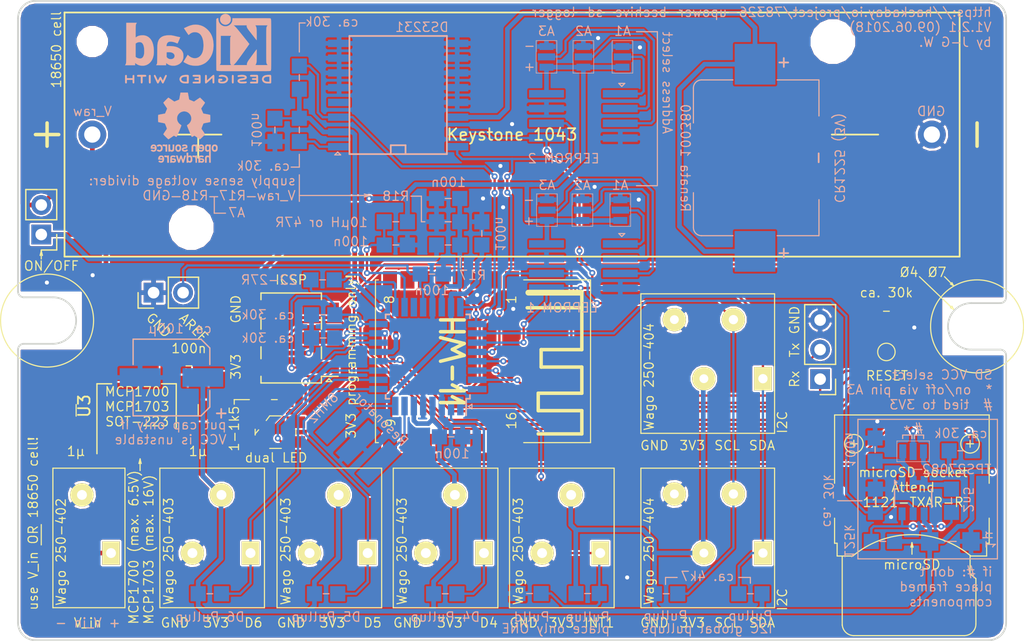
<source format=kicad_pcb>
(kicad_pcb (version 4) (host pcbnew 4.0.7)

  (general
    (links 191)
    (no_connects 0)
    (area 115.424999 69.924999 200.575001 125.075001)
    (thickness 1.6)
    (drawings 183)
    (tracks 638)
    (zones 0)
    (modules 82)
    (nets 44)
  )

  (page A4)
  (title_block
    (title "Universal Atmega328 Platform")
    (rev 0)
    (company -)
  )

  (layers
    (0 Top_Copper signal)
    (31 Back_Copper signal)
    (32 B.Adhes user)
    (33 F.Adhes user)
    (34 B.Paste user)
    (35 F.Paste user)
    (36 B.SilkS user)
    (37 F.SilkS user)
    (38 B.Mask user)
    (39 F.Mask user)
    (40 Dwgs.User user)
    (41 Cmts.User user)
    (42 Eco1.User user)
    (43 Eco2.User user)
    (44 Edge.Cuts user)
    (45 Margin user)
    (46 B.CrtYd user)
    (47 F.CrtYd user)
    (48 B.Fab user hide)
    (49 F.Fab user hide)
  )

  (setup
    (last_trace_width 0.2)
    (trace_clearance 0.152)
    (zone_clearance 0.15)
    (zone_45_only yes)
    (trace_min 0.152)
    (segment_width 0.1)
    (edge_width 0.15)
    (via_size 0.508)
    (via_drill 0.254)
    (via_min_size 0.508)
    (via_min_drill 0.254)
    (uvia_size 0.3)
    (uvia_drill 0.1)
    (uvias_allowed no)
    (uvia_min_size 0.2)
    (uvia_min_drill 0.1)
    (pcb_text_width 0.1)
    (pcb_text_size 0.8 0.8)
    (mod_edge_width 0.1)
    (mod_text_size 0.8 0.8)
    (mod_text_width 0.1)
    (pad_size 0.6 0.6)
    (pad_drill 0.35)
    (pad_to_mask_clearance 0.0508)
    (aux_axis_origin 25.4 187.96)
    (visible_elements 7FFFEF6F)
    (pcbplotparams
      (layerselection 0x010f0_80000001)
      (usegerberextensions true)
      (excludeedgelayer true)
      (linewidth 0.100000)
      (plotframeref false)
      (viasonmask false)
      (mode 1)
      (useauxorigin false)
      (hpglpennumber 1)
      (hpglpenspeed 20)
      (hpglpendiameter 15)
      (hpglpenoverlay 2)
      (psnegative false)
      (psa4output false)
      (plotreference false)
      (plotvalue false)
      (plotinvisibletext false)
      (padsonsilk false)
      (subtractmaskfromsilk false)
      (outputformat 1)
      (mirror false)
      (drillshape 0)
      (scaleselection 1)
      (outputdirectory Gerbers/V1.2/))
  )

  (net 0 "")
  (net 1 GND)
  (net 2 /XTAL1)
  (net 3 /XTAL2)
  (net 4 /RST)
  (net 5 /D5)
  (net 6 /D6)
  (net 7 /MISO-D12)
  (net 8 /SCK-D13)
  (net 9 /MOSI-D11)
  (net 10 /SDA-A4)
  (net 11 /SCL-A5)
  (net 12 "Net-(BT1-Pad1)")
  (net 13 /D2-INT0)
  (net 14 /VCC_SD)
  (net 15 /A7)
  (net 16 /VREG_3V3)
  (net 17 /SELECT_SD)
  (net 18 /ENABLE_SD)
  (net 19 "Net-(D1-Pad3)")
  (net 20 /VRAW)
  (net 21 /D3-INT1)
  (net 22 /V_RTC_PIN)
  (net 23 "Net-(C2-Pad1)")
  (net 24 /AREF)
  (net 25 /VCC_SD_TPS27082)
  (net 26 "Net-(J20-Pad2)")
  (net 27 "Net-(J21-Pad2)")
  (net 28 "Net-(J22-Pad2)")
  (net 29 "Net-(J23-Pad2)")
  (net 30 "Net-(J24-Pad2)")
  (net 31 "Net-(J25-Pad2)")
  (net 32 "Net-(R19-Pad1)")
  (net 33 "Net-(J3-Pad1)")
  (net 34 "Net-(J3-Pad2)")
  (net 35 /V_BLE_PIN)
  (net 36 /TX_BLE)
  (net 37 /RX_BLE)
  (net 38 /LED1)
  (net 39 /LED2)
  (net 40 /D4)
  (net 41 "Net-(BT2-Pad1)")
  (net 42 "Net-(C5-Pad2)")
  (net 43 "Net-(R6-Pad1)")

  (net_class Default "Dies ist die voreingestellte Netzklasse."
    (clearance 0.152)
    (trace_width 0.2)
    (via_dia 0.508)
    (via_drill 0.254)
    (uvia_dia 0.3)
    (uvia_drill 0.1)
    (add_net /AREF)
    (add_net /D2-INT0)
    (add_net /D3-INT1)
    (add_net /D4)
    (add_net /D5)
    (add_net /D6)
    (add_net /ENABLE_SD)
    (add_net /LED1)
    (add_net /LED2)
    (add_net /MISO-D12)
    (add_net /MOSI-D11)
    (add_net /RST)
    (add_net /RX_BLE)
    (add_net /SCK-D13)
    (add_net /SCL-A5)
    (add_net /SDA-A4)
    (add_net /SELECT_SD)
    (add_net /TX_BLE)
    (add_net /XTAL1)
    (add_net /XTAL2)
    (add_net "Net-(C2-Pad1)")
    (add_net "Net-(C5-Pad2)")
    (add_net "Net-(D1-Pad3)")
    (add_net "Net-(J20-Pad2)")
    (add_net "Net-(J21-Pad2)")
    (add_net "Net-(J22-Pad2)")
    (add_net "Net-(J23-Pad2)")
    (add_net "Net-(J24-Pad2)")
    (add_net "Net-(J25-Pad2)")
    (add_net "Net-(J3-Pad1)")
    (add_net "Net-(J3-Pad2)")
    (add_net "Net-(R19-Pad1)")
    (add_net "Net-(R6-Pad1)")
  )

  (net_class Spannungen ""
    (clearance 0.152)
    (trace_width 0.4)
    (via_dia 0.508)
    (via_drill 0.254)
    (uvia_dia 0.3)
    (uvia_drill 0.1)
    (add_net /A7)
    (add_net /VCC_SD)
    (add_net /VCC_SD_TPS27082)
    (add_net /VRAW)
    (add_net /VREG_3V3)
    (add_net /V_BLE_PIN)
    (add_net /V_RTC_PIN)
    (add_net GND)
    (add_net "Net-(BT1-Pad1)")
    (add_net "Net-(BT2-Pad1)")
  )

  (module 000EigeneFootprints:Via_Stitch_0.6mm (layer Top_Copper) (tedit 5AFDD22E) (tstamp 5B1C0F23)
    (at 117.983 94.234)
    (fp_text reference REF** (at 0.5 1) (layer F.SilkS) hide
      (effects (font (size 1 1) (thickness 0.15)))
    )
    (fp_text value Via_Stitch_0.6mm (at 0 -1) (layer F.Fab) hide
      (effects (font (size 1 1) (thickness 0.15)))
    )
    (pad 1 thru_hole circle (at 0 0) (size 0.6 0.6) (drill 0.35) (layers *.Cu)
      (net 1 GND) (zone_connect 2))
  )

  (module 000EigeneFootprints:Via_Stitch_0.6mm (layer Top_Copper) (tedit 5AFDD22E) (tstamp 5B1C0F1F)
    (at 121.92 93.599)
    (fp_text reference REF** (at 0.5 1) (layer F.SilkS) hide
      (effects (font (size 1 1) (thickness 0.15)))
    )
    (fp_text value Via_Stitch_0.6mm (at 0 -1) (layer F.Fab) hide
      (effects (font (size 1 1) (thickness 0.15)))
    )
    (pad 1 thru_hole circle (at 0 0) (size 0.6 0.6) (drill 0.35) (layers *.Cu)
      (net 1 GND) (zone_connect 2))
  )

  (module 000EigeneFootprints:Via_Stitch_0.6mm (layer Top_Copper) (tedit 5AFDD22E) (tstamp 5B095CA7)
    (at 154.9908 95.3008)
    (fp_text reference REF** (at 0.5 1) (layer F.SilkS) hide
      (effects (font (size 1 1) (thickness 0.15)))
    )
    (fp_text value Via_Stitch_0.6mm (at 0 -1) (layer F.Fab) hide
      (effects (font (size 1 1) (thickness 0.15)))
    )
    (pad 1 thru_hole circle (at 0 0) (size 0.6 0.6) (drill 0.35) (layers *.Cu)
      (net 1 GND) (zone_connect 2))
  )

  (module 000EigeneFootprints:Via_Stitch_0.6mm (layer Top_Copper) (tedit 5AFDD22E) (tstamp 5B095CA3)
    (at 157.226 87.757)
    (fp_text reference REF** (at 0.5 1) (layer F.SilkS) hide
      (effects (font (size 1 1) (thickness 0.15)))
    )
    (fp_text value Via_Stitch_0.6mm (at 0 -1) (layer F.Fab) hide
      (effects (font (size 1 1) (thickness 0.15)))
    )
    (pad 1 thru_hole circle (at 0 0) (size 0.6 0.6) (drill 0.35) (layers *.Cu)
      (net 1 GND) (zone_connect 2))
  )

  (module 000EigeneFootprints:Via_Stitch_0.6mm (layer Top_Copper) (tedit 5AFDD22E) (tstamp 5B095C9F)
    (at 156.9974 84.201)
    (fp_text reference REF** (at 0.5 1) (layer F.SilkS) hide
      (effects (font (size 1 1) (thickness 0.15)))
    )
    (fp_text value Via_Stitch_0.6mm (at 0 -1) (layer F.Fab) hide
      (effects (font (size 1 1) (thickness 0.15)))
    )
    (pad 1 thru_hole circle (at 0 0) (size 0.6 0.6) (drill 0.35) (layers *.Cu)
      (net 1 GND) (zone_connect 2))
  )

  (module 000EigeneFootprints:Via_Stitch_0.6mm (layer Top_Copper) (tedit 5AFDD22E) (tstamp 5AFDD782)
    (at 189.4205 106.172)
    (fp_text reference REF** (at 0.5 1) (layer F.SilkS) hide
      (effects (font (size 1 1) (thickness 0.15)))
    )
    (fp_text value Via_Stitch_0.6mm (at 0 -1) (layer F.Fab) hide
      (effects (font (size 1 1) (thickness 0.15)))
    )
    (pad 1 thru_hole circle (at 0 0) (size 0.6 0.6) (drill 0.35) (layers *.Cu)
      (net 1 GND) (zone_connect 2))
  )

  (module 000EigeneFootprints:Via_Stitch_0.6mm (layer Top_Copper) (tedit 5AFDD22E) (tstamp 5B0314C2)
    (at 190.6 114.4)
    (fp_text reference REF** (at 0.5 1) (layer F.SilkS) hide
      (effects (font (size 1 1) (thickness 0.15)))
    )
    (fp_text value Via_Stitch_0.6mm (at 0 -1) (layer F.Fab) hide
      (effects (font (size 1 1) (thickness 0.15)))
    )
    (pad 1 thru_hole circle (at 0 0) (size 0.6 0.6) (drill 0.35) (layers *.Cu)
      (net 1 GND) (zone_connect 2))
  )

  (module 000EigeneFootprints:Via_Stitch_0.6mm (layer Top_Copper) (tedit 5AFDD22E) (tstamp 5B031491)
    (at 167.9 119.6)
    (fp_text reference REF** (at 0.5 1) (layer F.SilkS) hide
      (effects (font (size 1 1) (thickness 0.15)))
    )
    (fp_text value Via_Stitch_0.6mm (at 0 -1) (layer F.Fab) hide
      (effects (font (size 1 1) (thickness 0.15)))
    )
    (pad 1 thru_hole circle (at 0 0) (size 0.6 0.6) (drill 0.35) (layers *.Cu)
      (net 1 GND) (zone_connect 2))
  )

  (module 000EigeneFootprints:Via_Stitch_0.6mm (layer Top_Copper) (tedit 5AFDD22E) (tstamp 5B02F613)
    (at 158 80.6)
    (fp_text reference REF** (at 0.5 1) (layer F.SilkS) hide
      (effects (font (size 1 1) (thickness 0.15)))
    )
    (fp_text value Via_Stitch_0.6mm (at 0 -1) (layer F.Fab) hide
      (effects (font (size 1 1) (thickness 0.15)))
    )
    (pad 1 thru_hole circle (at 0 0) (size 0.6 0.6) (drill 0.35) (layers *.Cu)
      (net 1 GND) (zone_connect 2))
  )

  (module 000EigeneFootprints:Sockel__MicroSD_Sockel_ATTEND_1121-TXAR-R (layer Top_Copper) (tedit 5AFDB5C2) (tstamp 5AE887E9)
    (at 192.4 107.5)
    (path /5A89C659)
    (autoplace_cost180 10)
    (fp_text reference J9 (at 4.3 7.5) (layer F.SilkS) hide
      (effects (font (size 1 1) (thickness 0.15)))
    )
    (fp_text value SD-Card (at 0.4 -0.8) (layer F.Fab) hide
      (effects (font (size 1 1) (thickness 0.15)))
    )
    (fp_line (start 5 11.8) (end 5 10.2) (layer F.SilkS) (width 0.1))
    (fp_line (start 5.5 12.2) (end 5 11.8) (layer F.SilkS) (width 0.1))
    (fp_line (start -5.3 0.6) (end -4.7 0.6) (layer F.SilkS) (width 0.1))
    (fp_line (start -5 0.3) (end -5 0.9) (layer F.SilkS) (width 0.1))
    (fp_circle (center -5 0.6) (end -4.2 0.6) (layer F.SilkS) (width 0.1))
    (fp_line (start 0 9.1) (end 0.1 9.5) (layer F.SilkS) (width 0.1))
    (fp_line (start 0 9.1) (end -0.1 9.5) (layer F.SilkS) (width 0.1))
    (fp_line (start 0 10.1) (end 0 9.1) (layer F.SilkS) (width 0.1))
    (fp_text user microSD (at 0 11) (layer F.SilkS)
      (effects (font (size 0.8 0.8) (thickness 0.1)))
    )
    (fp_arc (start 4.5 16.1) (end 5.5 16.1) (angle 90) (layer F.SilkS) (width 0.1))
    (fp_arc (start -5 16.1) (end -5 17.1) (angle 84.28940686) (layer F.SilkS) (width 0.1))
    (fp_line (start 5.5 16.1) (end 5.5 12.192) (layer F.SilkS) (width 0.1))
    (fp_line (start -6 16.2) (end -6 10.3) (layer F.SilkS) (width 0.1))
    (fp_line (start -5 17.1) (end 4.5 17.1) (layer F.SilkS) (width 0.1))
    (fp_line (start 7 -4) (end -7 -4) (layer F.CrtYd) (width 0.1))
    (fp_line (start 7 10) (end 7 -4) (layer F.CrtYd) (width 0.1))
    (fp_line (start -7 10) (end 7 10) (layer F.CrtYd) (width 0.1))
    (fp_line (start -7 -4) (end -7 10) (layer F.CrtYd) (width 0.1))
    (fp_line (start 6.642431 9.156014) (end 6.642431 7) (layer F.SilkS) (width 0.1))
    (fp_line (start 6.642431 4) (end 6.642431 -1.880325) (layer F.SilkS) (width 0.1))
    (fp_line (start -6.438628 10.255862) (end -6.438628 9.156014) (layer F.SilkS) (width 0.1))
    (fp_line (start -6.438628 10.255862) (end -5.087464 10.255862) (layer F.SilkS) (width 0.1))
    (fp_line (start -6.657994 9.156014) (end -6.438628 9.156014) (layer F.SilkS) (width 0.1))
    (fp_line (start -6.657994 9.156014) (end -6.657994 7) (layer F.SilkS) (width 0.1))
    (fp_line (start -6.657994 4) (end -6.657994 -1.880325) (layer F.SilkS) (width 0.1))
    (fp_line (start 6.423065 10.255862) (end 5.063668 10.255862) (layer F.SilkS) (width 0.1))
    (fp_line (start 6.642431 9.156014) (end 6.423065 9.156014) (layer F.SilkS) (width 0.1))
    (fp_line (start 6.642431 -1.880325) (end -6.657994 -1.880325) (layer F.SilkS) (width 0.1))
    (fp_line (start 6.423065 10.255862) (end 6.423065 9.156014) (layer F.SilkS) (width 0.1))
    (fp_arc (start -0.011898 16.3272) (end 5.063668 10.255862) (angle -79.79044391) (layer F.SilkS) (width 0.1))
    (fp_circle (center -5 0.6) (end -4 0.6) (layer F.CrtYd) (width 0.1))
    (fp_circle (center 5 0.6) (end 6 0.6) (layer F.CrtYd) (width 0.1))
    (fp_circle (center 5 0.6) (end 5.8 0.6) (layer F.SilkS) (width 0.1))
    (fp_line (start 4.7 0.6) (end 5.3 0.6) (layer F.SilkS) (width 0.1))
    (fp_line (start 5 0.3) (end 5 0.9) (layer F.SilkS) (width 0.1))
    (pad 8 smd rect (at -4.75 -3) (size 0.7 2) (layers Top_Copper F.Paste F.Mask))
    (pad 7 smd rect (at -3.65 -3) (size 0.7 2) (layers Top_Copper F.Paste F.Mask)
      (net 7 /MISO-D12))
    (pad 6 smd rect (at -2.55 -3) (size 0.7 2) (layers Top_Copper F.Paste F.Mask)
      (net 1 GND))
    (pad 5 smd rect (at -1.45 -3) (size 0.7 2) (layers Top_Copper F.Paste F.Mask)
      (net 8 /SCK-D13))
    (pad 3 smd rect (at 0.75 -3) (size 0.7 2) (layers Top_Copper F.Paste F.Mask)
      (net 9 /MOSI-D11))
    (pad 1 smd rect (at 2.95 -3) (size 0.7 2) (layers Top_Copper F.Paste F.Mask))
    (pad 4 smd rect (at -0.35 -3) (size 0.7 2) (layers Top_Copper F.Paste F.Mask)
      (net 14 /VCC_SD))
    (pad 2 smd rect (at 1.85 -3) (size 0.7 2) (layers Top_Copper F.Paste F.Mask)
      (net 17 /SELECT_SD))
    (pad 9 smd rect (at 4.2 -3) (size 0.85 2) (layers Top_Copper F.Paste F.Mask)
      (net 1 GND))
    (pad 10 smd rect (at 5.35 -3) (size 0.85 2) (layers Top_Copper F.Paste F.Mask))
    (pad 9 smd rect (at 6.65 5.45) (size 1.5 2) (layers Top_Copper F.Paste F.Mask)
      (net 1 GND))
    (pad 9 smd rect (at -6.7 5.45) (size 1.5 2) (layers Top_Copper F.Paste F.Mask)
      (net 1 GND))
    (model ../../../../../../Users/gerd/Documents/KiCAD-Projekte/000_Eigene_Symbole/3D-Modelle/Attend_1121_uSDslot.wrl
      (at (xyz 0 -0.145 0.06))
      (scale (xyz 0.397 0.397 0.397))
      (rotate (xyz 90 180 180))
    )
  )

  (module 000EigeneFootprints:Via_Stitch_0.6mm (layer Top_Copper) (tedit 5AFDD22E) (tstamp 5AFDD900)
    (at 158.1 96.5)
    (fp_text reference REF** (at 0.5 1) (layer F.SilkS) hide
      (effects (font (size 1 1) (thickness 0.15)))
    )
    (fp_text value Via_Stitch_0.6mm (at 0 -1) (layer F.Fab) hide
      (effects (font (size 1 1) (thickness 0.15)))
    )
    (pad 1 thru_hole circle (at 0 0) (size 0.6 0.6) (drill 0.35) (layers *.Cu)
      (net 1 GND) (zone_connect 2))
  )

  (module 000EigeneFootprints:Via_Stitch_0.6mm (layer Top_Copper) (tedit 5AFDD22E) (tstamp 5AFDD8F7)
    (at 155.5 87)
    (fp_text reference REF** (at 0.5 1) (layer F.SilkS) hide
      (effects (font (size 1 1) (thickness 0.15)))
    )
    (fp_text value Via_Stitch_0.6mm (at 0 -1) (layer F.Fab) hide
      (effects (font (size 1 1) (thickness 0.15)))
    )
    (pad 1 thru_hole circle (at 0 0) (size 0.6 0.6) (drill 0.35) (layers *.Cu)
      (net 1 GND) (zone_connect 2))
  )

  (module 000EigeneFootprints:Via_Stitch_0.6mm (layer Top_Copper) (tedit 5AFDD22E) (tstamp 5AFDD79A)
    (at 169 74)
    (fp_text reference REF** (at 0.5 1) (layer F.SilkS) hide
      (effects (font (size 1 1) (thickness 0.15)))
    )
    (fp_text value Via_Stitch_0.6mm (at 0 -1) (layer F.Fab) hide
      (effects (font (size 1 1) (thickness 0.15)))
    )
    (pad 1 thru_hole circle (at 0 0) (size 0.6 0.6) (drill 0.35) (layers *.Cu)
      (net 1 GND) (zone_connect 2))
  )

  (module 000EigeneFootprints:Via_Stitch_0.6mm (layer Top_Copper) (tedit 5AFDD22E) (tstamp 5AFDD796)
    (at 165.4 73.2)
    (fp_text reference REF** (at 0.5 1) (layer F.SilkS) hide
      (effects (font (size 1 1) (thickness 0.15)))
    )
    (fp_text value Via_Stitch_0.6mm (at 0 -1) (layer F.Fab) hide
      (effects (font (size 1 1) (thickness 0.15)))
    )
    (pad 1 thru_hole circle (at 0 0) (size 0.6 0.6) (drill 0.35) (layers *.Cu)
      (net 1 GND) (zone_connect 2))
  )

  (module 000EigeneFootprints:Via_Stitch_0.6mm (layer Top_Copper) (tedit 5AFDD22E) (tstamp 5AFDD78D)
    (at 168.9 87.1)
    (fp_text reference REF** (at 0.5 1) (layer F.SilkS) hide
      (effects (font (size 1 1) (thickness 0.15)))
    )
    (fp_text value Via_Stitch_0.6mm (at 0 -1) (layer F.Fab) hide
      (effects (font (size 1 1) (thickness 0.15)))
    )
    (pad 1 thru_hole circle (at 0 0) (size 0.6 0.6) (drill 0.35) (layers *.Cu)
      (net 1 GND) (zone_connect 2))
  )

  (module 000EigeneFootprints:Via_Stitch_0.6mm (layer Top_Copper) (tedit 5AFDD22E) (tstamp 5AFDD789)
    (at 165.1 86)
    (fp_text reference REF** (at 0.5 1) (layer F.SilkS) hide
      (effects (font (size 1 1) (thickness 0.15)))
    )
    (fp_text value Via_Stitch_0.6mm (at 0 -1) (layer F.Fab) hide
      (effects (font (size 1 1) (thickness 0.15)))
    )
    (pad 1 thru_hole circle (at 0 0) (size 0.6 0.6) (drill 0.35) (layers *.Cu)
      (net 1 GND) (zone_connect 2))
  )

  (module 000EigeneFootprints:R_0805_HandSoldering_Eigener (layer Back_Copper) (tedit 5AA31355) (tstamp 5AE3A419)
    (at 152.75 107.5 180)
    (descr "Resistor SMD 0805, hand soldering")
    (tags "resistor 0805")
    (path /5A85FE0D)
    (attr smd)
    (fp_text reference C1 (at 0 1.75 180) (layer B.SilkS) hide
      (effects (font (size 0.8 0.8) (thickness 0.1)) (justify mirror))
    )
    (fp_text value 100N (at 0 -1.75 180) (layer B.Fab) hide
      (effects (font (size 0.8 0.8) (thickness 0.1)) (justify mirror))
    )
    (fp_text user %R (at 0 0 180) (layer B.Fab) hide
      (effects (font (size 0.5 0.5) (thickness 0.075)) (justify mirror))
    )
    (fp_line (start -1 -0.62) (end -1 0.62) (layer B.Fab) (width 0.1))
    (fp_line (start 1 -0.62) (end -1 -0.62) (layer B.Fab) (width 0.1))
    (fp_line (start 1 0.62) (end 1 -0.62) (layer B.Fab) (width 0.1))
    (fp_line (start -1 0.62) (end 1 0.62) (layer B.Fab) (width 0.1))
    (fp_line (start -1.905 0.762) (end 1.905 0.762) (layer B.CrtYd) (width 0.05))
    (fp_line (start -1.905 0.762) (end -1.905 -0.762) (layer B.CrtYd) (width 0.05))
    (fp_line (start 1.905 -0.762) (end 1.905 0.762) (layer B.CrtYd) (width 0.05))
    (fp_line (start 1.905 -0.762) (end -1.905 -0.762) (layer B.CrtYd) (width 0.05))
    (fp_line (start -0.25 0) (end 0.25 0) (layer B.SilkS) (width 0.1))
    (pad 1 smd rect (at -1 0 180) (size 1.3 1.3) (layers Back_Copper B.Paste B.Mask)
      (net 1 GND))
    (pad 2 smd rect (at 1 0 180) (size 1.3 1.3) (layers Back_Copper B.Paste B.Mask)
      (net 16 /VREG_3V3))
    (model ${KISYS3DMOD}/Resistors_SMD.3dshapes/R_0805.wrl
      (at (xyz 0 0 0))
      (scale (xyz 1 1 1))
      (rotate (xyz 0 0 0))
    )
  )

  (module 000EigeneFootprints:R_0805_HandSoldering_Eigener (layer Back_Copper) (tedit 5AA31355) (tstamp 5A98B00D)
    (at 178.5 121)
    (descr "Resistor SMD 0805, hand soldering")
    (tags "resistor 0805")
    (path /5AC491C6)
    (attr smd)
    (fp_text reference R12 (at 0 1.75) (layer B.SilkS) hide
      (effects (font (size 0.8 0.8) (thickness 0.1)) (justify mirror))
    )
    (fp_text value SDA_pullup (at 0 -1.75) (layer B.Fab) hide
      (effects (font (size 0.8 0.8) (thickness 0.1)) (justify mirror))
    )
    (fp_text user %R (at 0 0) (layer B.Fab) hide
      (effects (font (size 0.5 0.5) (thickness 0.075)) (justify mirror))
    )
    (fp_line (start -1 -0.62) (end -1 0.62) (layer B.Fab) (width 0.1))
    (fp_line (start 1 -0.62) (end -1 -0.62) (layer B.Fab) (width 0.1))
    (fp_line (start 1 0.62) (end 1 -0.62) (layer B.Fab) (width 0.1))
    (fp_line (start -1 0.62) (end 1 0.62) (layer B.Fab) (width 0.1))
    (fp_line (start -1.905 0.762) (end 1.905 0.762) (layer B.CrtYd) (width 0.05))
    (fp_line (start -1.905 0.762) (end -1.905 -0.762) (layer B.CrtYd) (width 0.05))
    (fp_line (start 1.905 -0.762) (end 1.905 0.762) (layer B.CrtYd) (width 0.05))
    (fp_line (start 1.905 -0.762) (end -1.905 -0.762) (layer B.CrtYd) (width 0.05))
    (fp_line (start -0.25 0) (end 0.25 0) (layer B.SilkS) (width 0.1))
    (pad 1 smd rect (at -1 0) (size 1.3 1.3) (layers Back_Copper B.Paste B.Mask)
      (net 10 /SDA-A4))
    (pad 2 smd rect (at 1 0) (size 1.3 1.3) (layers Back_Copper B.Paste B.Mask)
      (net 16 /VREG_3V3))
    (model ${KISYS3DMOD}/Resistors_SMD.3dshapes/R_0805.wrl
      (at (xyz 0 0 0))
      (scale (xyz 1 1 1))
      (rotate (xyz 0 0 0))
    )
  )

  (module 000EigeneFootprints:SOIC_normal+narrow.Pitch1.27 (layer Back_Copper) (tedit 5AE36AF0) (tstamp 5AE377D9)
    (at 164.135 92.81 180)
    (descr "8-Lead Plastic Small Outline (SM) - Medium, 5.28 mm Body [SOIC] (see Microchip Packaging Specification 00000049BS.pdf)")
    (tags "SOIC 1.27")
    (path /5AE55833)
    (attr smd)
    (fp_text reference U6 (at 0 3.556 180) (layer B.SilkS) hide
      (effects (font (size 0.8 0.8) (thickness 0.1)) (justify mirror))
    )
    (fp_text value 24XXYYYY (at 0 -3.68 180) (layer B.Fab) hide
      (effects (font (size 1 1) (thickness 0.15)) (justify mirror))
    )
    (fp_line (start -3.048 2.794) (end -3.556 2.794) (layer B.SilkS) (width 0.1))
    (fp_line (start -3.302 2.54) (end -3.048 2.794) (layer B.SilkS) (width 0.1))
    (fp_line (start -3.556 2.794) (end -3.302 2.54) (layer B.SilkS) (width 0.1))
    (fp_text user %R (at 0 0 180) (layer B.Fab) hide
      (effects (font (size 1 1) (thickness 0.15)) (justify mirror))
    )
    (fp_line (start -1.65 2.65) (end 2.65 2.65) (layer B.Fab) (width 0.15))
    (fp_line (start 2.65 2.65) (end 2.65 -2.65) (layer B.Fab) (width 0.15))
    (fp_line (start 2.65 -2.65) (end -2.65 -2.65) (layer B.Fab) (width 0.15))
    (fp_line (start -2.65 -2.65) (end -2.65 1.65) (layer B.Fab) (width 0.15))
    (fp_line (start -2.65 1.65) (end -1.65 2.65) (layer B.Fab) (width 0.15))
    (fp_line (start -4.75 2.95) (end -4.75 -2.95) (layer B.CrtYd) (width 0.05))
    (fp_line (start 4.75 2.95) (end 4.75 -2.95) (layer B.CrtYd) (width 0.05))
    (fp_line (start -4.75 2.95) (end 4.75 2.95) (layer B.CrtYd) (width 0.05))
    (fp_line (start -4.75 -2.95) (end 4.75 -2.95) (layer B.CrtYd) (width 0.05))
    (pad 1 smd rect (at -3.175 1.905 180) (size 3 0.65) (layers Back_Copper B.Paste B.Mask)
      (net 29 "Net-(J23-Pad2)"))
    (pad 2 smd rect (at -3.175 0.635 180) (size 3 0.65) (layers Back_Copper B.Paste B.Mask)
      (net 30 "Net-(J24-Pad2)"))
    (pad 3 smd rect (at -3.175 -0.635 180) (size 3 0.65) (layers Back_Copper B.Paste B.Mask)
      (net 31 "Net-(J25-Pad2)"))
    (pad 4 smd rect (at -3.175 -1.905 180) (size 3 0.65) (layers Back_Copper B.Paste B.Mask)
      (net 1 GND))
    (pad 8 smd rect (at 3.175 1.905 180) (size 3 0.65) (layers Back_Copper B.Paste B.Mask)
      (net 16 /VREG_3V3))
    (pad 7 smd rect (at 3.175 0.635 180) (size 3 0.65) (layers Back_Copper B.Paste B.Mask)
      (net 1 GND))
    (pad 6 smd rect (at 3.175 -0.635 180) (size 3 0.65) (layers Back_Copper B.Paste B.Mask)
      (net 11 /SCL-A5))
    (pad 5 smd rect (at 3.175 -1.905 180) (size 3 0.65) (layers Back_Copper B.Paste B.Mask)
      (net 10 /SDA-A4))
    (model ${KISYS3DMOD}/Housings_SOIC.3dshapes/SOIJ-8_5.3x5.3mm_Pitch1.27mm.wrl
      (at (xyz 0 0 0))
      (scale (xyz 1 1 1))
      (rotate (xyz 0 0 0))
    )
  )

  (module 000EigeneFootprints:R_0805_HandSoldering_Eigener (layer Back_Copper) (tedit 5AA31355) (tstamp 5A98AFD5)
    (at 196.6 108.7)
    (descr "Resistor SMD 0805, hand soldering")
    (tags "resistor 0805")
    (path /5A9ACB38)
    (attr smd)
    (fp_text reference R9 (at 0 1.75) (layer B.SilkS) hide
      (effects (font (size 0.8 0.8) (thickness 0.1)) (justify mirror))
    )
    (fp_text value 15-33K (at 0 -1.75) (layer B.Fab) hide
      (effects (font (size 0.8 0.8) (thickness 0.1)) (justify mirror))
    )
    (fp_text user %R (at 0 0) (layer B.Fab) hide
      (effects (font (size 0.5 0.5) (thickness 0.075)) (justify mirror))
    )
    (fp_line (start -1 -0.62) (end -1 0.62) (layer B.Fab) (width 0.1))
    (fp_line (start 1 -0.62) (end -1 -0.62) (layer B.Fab) (width 0.1))
    (fp_line (start 1 0.62) (end 1 -0.62) (layer B.Fab) (width 0.1))
    (fp_line (start -1 0.62) (end 1 0.62) (layer B.Fab) (width 0.1))
    (fp_line (start -1.905 0.762) (end 1.905 0.762) (layer B.CrtYd) (width 0.05))
    (fp_line (start -1.905 0.762) (end -1.905 -0.762) (layer B.CrtYd) (width 0.05))
    (fp_line (start 1.905 -0.762) (end 1.905 0.762) (layer B.CrtYd) (width 0.05))
    (fp_line (start 1.905 -0.762) (end -1.905 -0.762) (layer B.CrtYd) (width 0.05))
    (fp_line (start -0.25 0) (end 0.25 0) (layer B.SilkS) (width 0.1))
    (pad 1 smd rect (at -1 0) (size 1.3 1.3) (layers Back_Copper B.Paste B.Mask)
      (net 16 /VREG_3V3))
    (pad 2 smd rect (at 1 0) (size 1.3 1.3) (layers Back_Copper B.Paste B.Mask)
      (net 17 /SELECT_SD))
    (model ${KISYS3DMOD}/Resistors_SMD.3dshapes/R_0805.wrl
      (at (xyz 0 0 0))
      (scale (xyz 1 1 1))
      (rotate (xyz 0 0 0))
    )
  )

  (module 000EigeneFootprints:HM-11 (layer Top_Copper) (tedit 5AF829EB) (tstamp 5AF835CA)
    (at 145.75 101 270)
    (path /5AF2271A)
    (fp_text reference U7 (at -0.25 -11.85 270) (layer F.SilkS) hide
      (effects (font (size 1 1) (thickness 0.15)))
    )
    (fp_text value HM-11 (at 0.05 -9.75 270) (layer F.Fab) hide
      (effects (font (size 1 1) (thickness 0.15)))
    )
    (fp_text user 8 (at -5.3 -1.7 270) (layer F.SilkS)
      (effects (font (size 0.8 0.8) (thickness 0.1)))
    )
    (fp_line (start 3.556 -8.128) (end 3.556 -6.096) (layer F.SilkS) (width 0.3))
    (fp_line (start 3.048 -7.112) (end 3.556 -8.128) (layer F.SilkS) (width 0.3))
    (fp_line (start 2.54 -8.128) (end 2.54 -6.096) (layer F.SilkS) (width 0.3))
    (fp_line (start 2.032 -7.112) (end 2.54 -8.128) (layer F.SilkS) (width 0.3))
    (fp_line (start 0.508 -7.112) (end 1.524 -7.112) (layer F.SilkS) (width 0.3))
    (fp_line (start -0.508 -8.128) (end 0 -6.096) (layer F.SilkS) (width 0.3))
    (fp_line (start -1.016 -7.112) (end -0.508 -8.128) (layer F.SilkS) (width 0.3))
    (fp_line (start -1.524 -8.128) (end -1.016 -7.112) (layer F.SilkS) (width 0.3))
    (fp_line (start -2.032 -6.096) (end -1.524 -8.128) (layer F.SilkS) (width 0.3))
    (fp_line (start -2.54 -7.112) (end -2.54 -6.096) (layer F.SilkS) (width 0.3))
    (fp_line (start -2.54 -7.112) (end -2.54 -8.128) (layer F.SilkS) (width 0.3))
    (fp_line (start -3.556 -7.112) (end -2.54 -7.112) (layer F.SilkS) (width 0.3))
    (fp_line (start -3.556 -8.128) (end -3.556 -6.096) (layer F.SilkS) (width 0.3))
    (fp_line (start -4.6 -18.25) (end -4.6 -13.55) (layer F.SilkS) (width 0.3))
    (fp_line (start -5.9 -18.15) (end -5.9 -13.65) (layer F.SilkS) (width 0.5))
    (fp_line (start -1 -18.25) (end -6 -18.25) (layer F.SilkS) (width 0.3))
    (fp_line (start -1 -14.75) (end -1 -18.25) (layer F.SilkS) (width 0.3))
    (fp_line (start 0.5 -14.75) (end -1 -14.75) (layer F.SilkS) (width 0.3))
    (fp_line (start 0.5 -18.25) (end 0.5 -14.75) (layer F.SilkS) (width 0.3))
    (fp_line (start 2.75 -18.25) (end 0.5 -18.25) (layer F.SilkS) (width 0.3))
    (fp_line (start 2.75 -14.5) (end 2.75 -18.25) (layer F.SilkS) (width 0.3))
    (fp_line (start 4.25 -14.5) (end 2.75 -14.5) (layer F.SilkS) (width 0.3))
    (fp_line (start 4.25 -18.25) (end 4.25 -14.5) (layer F.SilkS) (width 0.3))
    (fp_line (start 6.25 -18.25) (end 4.25 -18.25) (layer F.SilkS) (width 0.3))
    (fp_line (start 6.25 -14.5) (end 6.25 -18.25) (layer F.SilkS) (width 0.3))
    (fp_line (start -7 -0.5) (end -7 -0.75) (layer F.SilkS) (width 0.1))
    (fp_line (start 7 -0.5) (end 7 -0.75) (layer F.SilkS) (width 0.1))
    (fp_line (start 7 -0.5) (end -7 -0.5) (layer F.SilkS) (width 0.1))
    (fp_line (start 7 -19) (end -7 -19) (layer F.SilkS) (width 0.1))
    (fp_line (start -7 -13.25) (end -7 -19) (layer F.SilkS) (width 0.1))
    (fp_line (start 7 -13.25) (end 7 -19) (layer F.SilkS) (width 0.1))
    (fp_text user 1 (at -5.3 -12.2 270) (layer F.SilkS)
      (effects (font (size 0.8 0.8) (thickness 0.1)))
    )
    (fp_text user 9 (at 5.3 -1.8 270) (layer F.SilkS)
      (effects (font (size 0.8 0.8) (thickness 0.1)))
    )
    (fp_text user 16 (at 5.1 -12.2 270) (layer F.SilkS)
      (effects (font (size 0.8 0.8) (thickness 0.1)))
    )
    (pad 9 smd rect (at 7 -1.75 270) (size 1.5 1.2) (layers Top_Copper F.Paste F.Mask)
      (net 35 /V_BLE_PIN))
    (pad 1 smd rect (at -7 -12.25 270) (size 1.5 1.2) (layers Top_Copper F.Paste F.Mask))
    (pad 2 smd rect (at -7 -10.75 270) (size 1.5 1.2) (layers Top_Copper F.Paste F.Mask)
      (net 36 /TX_BLE))
    (pad 3 smd rect (at -7 -9.25 270) (size 1.5 1.2) (layers Top_Copper F.Paste F.Mask))
    (pad 4 smd rect (at -7 -7.75 270) (size 1.5 1.2) (layers Top_Copper F.Paste F.Mask)
      (net 37 /RX_BLE))
    (pad 5 smd rect (at -7 -6.25 270) (size 1.5 1.2) (layers Top_Copper F.Paste F.Mask))
    (pad 6 smd rect (at -7 -4.75 270) (size 1.5 1.2) (layers Top_Copper F.Paste F.Mask))
    (pad 7 smd rect (at -7 -3.25 270) (size 1.5 1.2) (layers Top_Copper F.Paste F.Mask))
    (pad 8 smd rect (at -7 -1.75 270) (size 1.5 1.2) (layers Top_Copper F.Paste F.Mask))
    (pad 10 smd rect (at 7 -3.25 270) (size 1.5 1.2) (layers Top_Copper F.Paste F.Mask))
    (pad 11 smd rect (at 7 -4.75 270) (size 1.5 1.2) (layers Top_Copper F.Paste F.Mask))
    (pad 12 smd rect (at 7 -6.25 270) (size 1.5 1.2) (layers Top_Copper F.Paste F.Mask)
      (net 1 GND))
    (pad 13 smd rect (at 7 -7.75 270) (size 1.5 1.2) (layers Top_Copper F.Paste F.Mask))
    (pad 14 smd rect (at 7 -9.25 270) (size 1.5 1.2) (layers Top_Copper F.Paste F.Mask))
    (pad 15 smd rect (at 7 -10.75 270) (size 1.5 1.2) (layers Top_Copper F.Paste F.Mask))
    (pad 16 smd rect (at 7 -12.25 270) (size 1.5 1.2) (layers Top_Copper F.Paste F.Mask))
  )

  (module SMD_Packages:SO-16-L (layer Back_Copper) (tedit 5A9F2241) (tstamp 5A985BFF)
    (at 148.2 78.1 90)
    (path /5A8A2120)
    (attr smd)
    (fp_text reference U4 (at 0 -1.524 90) (layer B.SilkS) hide
      (effects (font (size 1 1) (thickness 0.15)) (justify mirror))
    )
    (fp_text value DS3231 (at 0.381 1.905 90) (layer B.Fab)
      (effects (font (size 1 1) (thickness 0.15)) (justify mirror))
    )
    (fp_line (start 5.08 -4.191) (end -5.08 -4.191) (layer B.SilkS) (width 0.15))
    (fp_line (start -5.08 -4.191) (end -5.08 4.191) (layer B.SilkS) (width 0.15))
    (fp_line (start -5.08 4.191) (end 5.08 4.191) (layer B.SilkS) (width 0.15))
    (fp_line (start 5.08 4.191) (end 5.08 -4.191) (layer B.SilkS) (width 0.15))
    (fp_line (start -5.08 0.635) (end -4.318 0.635) (layer B.SilkS) (width 0.15))
    (fp_line (start -4.318 0.635) (end -4.318 -0.635) (layer B.SilkS) (width 0.15))
    (fp_line (start -4.318 -0.635) (end -5.08 -0.635) (layer B.SilkS) (width 0.15))
    (pad 1 smd rect (at -4.445 -5.08 90) (size 0.635 1.905) (layers Back_Copper B.Paste B.Mask)
      (net 32 "Net-(R19-Pad1)"))
    (pad 2 smd rect (at -3.175 -5.08 90) (size 0.635 1.905) (layers Back_Copper B.Paste B.Mask)
      (net 22 /V_RTC_PIN))
    (pad 3 smd rect (at -1.905 -5.08 90) (size 0.635 1.905) (layers Back_Copper B.Paste B.Mask)
      (net 13 /D2-INT0))
    (pad 4 smd rect (at -0.635 -5.08 90) (size 0.635 1.905) (layers Back_Copper B.Paste B.Mask))
    (pad 5 smd rect (at 0.635 -5.08 90) (size 0.635 1.905) (layers Back_Copper B.Paste B.Mask)
      (net 1 GND))
    (pad 6 smd rect (at 1.905 -5.08 90) (size 0.635 1.905) (layers Back_Copper B.Paste B.Mask)
      (net 1 GND))
    (pad 7 smd rect (at 3.175 -5.08 90) (size 0.635 1.905) (layers Back_Copper B.Paste B.Mask)
      (net 1 GND))
    (pad 8 smd rect (at 4.445 -5.08 90) (size 0.635 1.905) (layers Back_Copper B.Paste B.Mask)
      (net 1 GND))
    (pad 9 smd rect (at 4.445 5.08 90) (size 0.635 1.905) (layers Back_Copper B.Paste B.Mask)
      (net 1 GND))
    (pad 10 smd rect (at 3.175 5.08 90) (size 0.635 1.905) (layers Back_Copper B.Paste B.Mask)
      (net 1 GND))
    (pad 11 smd rect (at 1.905 5.08 90) (size 0.635 1.905) (layers Back_Copper B.Paste B.Mask)
      (net 1 GND))
    (pad 12 smd rect (at 0.635 5.08 90) (size 0.635 1.905) (layers Back_Copper B.Paste B.Mask)
      (net 1 GND))
    (pad 13 smd rect (at -0.635 5.08 90) (size 0.635 1.905) (layers Back_Copper B.Paste B.Mask)
      (net 1 GND))
    (pad 14 smd rect (at -1.905 5.08 90) (size 0.635 1.905) (layers Back_Copper B.Paste B.Mask)
      (net 12 "Net-(BT1-Pad1)"))
    (pad 15 smd rect (at -3.175 5.08 90) (size 0.635 1.905) (layers Back_Copper B.Paste B.Mask)
      (net 10 /SDA-A4))
    (pad 16 smd rect (at -4.445 5.08 90) (size 0.635 1.905) (layers Back_Copper B.Paste B.Mask)
      (net 11 /SCL-A5))
    (model SMD_Packages.3dshapes/SO-16-L.wrl
      (at (xyz 0 0 0))
      (scale (xyz 0.5 0.6 0.5))
      (rotate (xyz 0 0 0))
    )
  )

  (module 000EigeneFootprints:Resonator_SMD_muRata_CSTCC (layer Back_Copper) (tedit 5A9F0911) (tstamp 5A9C454A)
    (at 144.75 108 315)
    (descr "SMD Resomator/Filter Murata SFECV, http://cdn-reichelt.de/documents/datenblatt/B400/SFECV-107.pdf, hand-soldering, 6.9x2.9mm^2 package")
    (tags "SMD SMT ceramic resonator filter filter hand-soldering")
    (path /5A98489C)
    (attr smd)
    (fp_text reference Y1 (at 2.358 2.942 315) (layer B.SilkS) hide
      (effects (font (size 1 1) (thickness 0.15)) (justify mirror))
    )
    (fp_text value RES8-16Mhz (at 0 -3 315) (layer B.Fab)
      (effects (font (size 1 1) (thickness 0.15)) (justify mirror))
    )
    (fp_text user %R (at 0 0 315) (layer B.Fab)
      (effects (font (size 1 1) (thickness 0.15)) (justify mirror))
    )
    (fp_line (start -3.45 1.45) (end -3.45 -1.45) (layer B.Fab) (width 0.1))
    (fp_line (start -3.45 -1.45) (end 3.45 -1.45) (layer B.Fab) (width 0.1))
    (fp_line (start 3.45 -1.45) (end 3.45 1.45) (layer B.Fab) (width 0.1))
    (fp_line (start 3.45 1.45) (end -3.45 1.45) (layer B.Fab) (width 0.1))
    (fp_line (start -3.45 -0.45) (end -2.45 -1.45) (layer B.Fab) (width 0.1))
    (fp_line (start -3.6 1.5) (end -3.6 -1.5) (layer B.CrtYd) (width 0.05))
    (fp_line (start -3.6 -1.5) (end 3.6 -1.5) (layer B.CrtYd) (width 0.05))
    (fp_line (start 3.6 -1.5) (end 3.6 1.5) (layer B.CrtYd) (width 0.05))
    (fp_line (start 3.6 1.5) (end -3.6 1.5) (layer B.CrtYd) (width 0.05))
    (pad 1 smd rect (at -2.5 0 315) (size 1.5 4) (layers Back_Copper B.Paste B.Mask)
      (net 3 /XTAL2))
    (pad 2 smd rect (at 0 0 315) (size 1.5 4) (layers Back_Copper B.Paste B.Mask)
      (net 1 GND))
    (pad 3 smd rect (at 2.5 0 315) (size 1.5 4) (layers Back_Copper B.Paste B.Mask)
      (net 2 /XTAL1))
    (model ${KISYS3DMOD}/Crystals.3dshapes/Resonator_SMD_muRata_SFECV-3pin_6.9x2.9mm_HandSoldering.wrl
      (at (xyz 0 0 0))
      (scale (xyz 1 1 1))
      (rotate (xyz 0 0 0))
    )
  )

  (module 000EigeneFootprints:LED_3528_handlötbar (layer Top_Copper) (tedit 5A9EE93E) (tstamp 5A9EE986)
    (at 137.65 107.1)
    (descr http://www.world-semi.com/uploads/soft/150522/1-150522091P5.pdf)
    (tags "LED NeoPixel")
    (path /5A9EE7FC)
    (attr smd)
    (fp_text reference D1 (at 0 -3.5) (layer F.SilkS) hide
      (effects (font (size 1 1) (thickness 0.15)))
    )
    (fp_text value LED_Dual_AACC (at 0 4) (layer F.Fab) hide
      (effects (font (size 1 1) (thickness 0.15)))
    )
    (fp_line (start -1.45 -0.2) (end -1.75 0.15) (layer F.SilkS) (width 0.1))
    (fp_line (start -0.5 -1.4) (end -0.8 -1) (layer F.SilkS) (width 0.1))
    (fp_line (start 1.75 -0.25) (end 1.75 0.25) (layer F.SilkS) (width 0.1))
    (fp_line (start -1.75 -0.25) (end -1.75 0.25) (layer F.SilkS) (width 0.1))
    (fp_line (start -0.5 1.4) (end 0.5 1.4) (layer F.SilkS) (width 0.1))
    (fp_line (start 0.5 -1.4) (end -0.5 -1.4) (layer F.SilkS) (width 0.1))
    (fp_line (start 1.75 -1.4) (end -1.75 -1.4) (layer F.CrtYd) (width 0.05))
    (fp_line (start 1.75 1.4) (end 1.75 -1.4) (layer F.CrtYd) (width 0.05))
    (fp_line (start -1.75 1.4) (end 1.75 1.4) (layer F.CrtYd) (width 0.05))
    (fp_line (start -1.75 -1.4) (end -1.75 1.4) (layer F.CrtYd) (width 0.05))
    (pad 1 smd rect (at 1.75 -0.85) (size 1.6 1) (layers Top_Copper F.Paste F.Mask)
      (net 38 /LED1))
    (pad 2 smd rect (at 1.75 0.85) (size 1.6 1) (layers Top_Copper F.Paste F.Mask)
      (net 39 /LED2))
    (pad 3 smd rect (at -1.75 -0.85) (size 1.6 1) (layers Top_Copper F.Paste F.Mask)
      (net 19 "Net-(D1-Pad3)"))
    (pad 4 smd rect (at -1.75 0.85) (size 1.6 1) (layers Top_Copper F.Paste F.Mask)
      (net 19 "Net-(D1-Pad3)"))
    (model LEDs.3dshapes/LED_PLCC_2835.wrl
      (at (xyz 0 0 0))
      (scale (xyz 0.38 0.38 0.38))
      (rotate (xyz 0 0 180))
    )
  )

  (module 000EigeneFootprints:Taster_SMD_eBay4,5x3mm (layer Top_Copper) (tedit 5AE72C1C) (tstamp 5AE73AA4)
    (at 190.2 100.2)
    (tags Testpoint)
    (path /5A8610C8)
    (fp_text reference SW1 (at 0 3.7) (layer F.SilkS) hide
      (effects (font (size 1 1) (thickness 0.15)))
    )
    (fp_text value Reset (at 0 -4.2) (layer F.Fab) hide
      (effects (font (size 1 1) (thickness 0.15)))
    )
    (fp_circle (center 0 0) (end 0.75 0) (layer F.SilkS) (width 0.1))
    (fp_circle (center 0 0) (end 1 0) (layer F.CrtYd) (width 0.1))
    (fp_line (start 2.25 1.5) (end 2.25 -1.5) (layer F.CrtYd) (width 0.1))
    (fp_line (start -2.25 1.5) (end 2.25 1.5) (layer F.CrtYd) (width 0.1))
    (fp_line (start -2.25 -1.5) (end -2.25 1.5) (layer F.CrtYd) (width 0.1))
    (fp_line (start 2.25 -1.5) (end -2.25 -1.5) (layer F.CrtYd) (width 0.1))
    (pad 1 smd rect (at -2 0) (size 2 2) (layers Top_Copper F.Paste F.Mask)
      (net 4 /RST))
    (pad 2 smd rect (at 2 0 90) (size 2 2) (layers Top_Copper F.Paste F.Mask)
      (net 1 GND))
  )

  (module 000EigeneFootprints:C_1206_handlötbar (layer Top_Copper) (tedit 5AA313A7) (tstamp 5AE8877B)
    (at 120.5 105.222 90)
    (descr "Capacitor SMD 1206, hand soldering")
    (tags "capacitor 1206")
    (path /5A861A53)
    (attr smd)
    (fp_text reference C6 (at 0 -1.249999 90) (layer F.SilkS) hide
      (effects (font (size 1 1) (thickness 0.15)))
    )
    (fp_text value 1u (at 0 2.000001 90) (layer F.Fab) hide
      (effects (font (size 1 1) (thickness 0.15)))
    )
    (fp_line (start -0.5 0) (end 0.5 0) (layer F.SilkS) (width 0.1))
    (fp_text user %R (at 0 -1.270001 90) (layer F.Fab) hide
      (effects (font (size 1 1) (thickness 0.15)))
    )
    (fp_line (start -1.6 0.8) (end -1.6 -0.8) (layer F.Fab) (width 0.1))
    (fp_line (start 1.6 0.8) (end -1.6 0.8) (layer F.Fab) (width 0.1))
    (fp_line (start 1.6 -0.8) (end 1.6 0.8) (layer F.Fab) (width 0.1))
    (fp_line (start -1.6 -0.8) (end 1.6 -0.8) (layer F.Fab) (width 0.1))
    (fp_line (start -3.25 -1.05) (end 3.25 -1.05) (layer F.CrtYd) (width 0.05))
    (fp_line (start -3.25 -1.05) (end -3.25 1.05) (layer F.CrtYd) (width 0.05))
    (fp_line (start 3.25 1.05) (end 3.25 -1.05) (layer F.CrtYd) (width 0.05))
    (fp_line (start 3.25 1.05) (end -3.25 1.05) (layer F.CrtYd) (width 0.05))
    (pad 1 smd rect (at -1.778 0 90) (size 1.5 1.6) (layers Top_Copper F.Paste F.Mask)
      (net 1 GND))
    (pad 2 smd rect (at 1.778 0 90) (size 1.5 1.6) (layers Top_Copper F.Paste F.Mask)
      (net 20 /VRAW))
    (model Capacitors_SMD.3dshapes/C_1206.wrl
      (at (xyz 0 0 0))
      (scale (xyz 1 1 1))
      (rotate (xyz 0 0 0))
    )
  )

  (module 000EigeneFootprints:C_1206_handlötbar (layer Top_Copper) (tedit 5AA313A7) (tstamp 5AE8878A)
    (at 131 105.222 270)
    (descr "Capacitor SMD 1206, hand soldering")
    (tags "capacitor 1206")
    (path /5A862370)
    (attr smd)
    (fp_text reference C7 (at 0 -1.25 270) (layer F.SilkS) hide
      (effects (font (size 1 1) (thickness 0.15)))
    )
    (fp_text value 1u (at 0 2 270) (layer F.Fab) hide
      (effects (font (size 1 1) (thickness 0.15)))
    )
    (fp_line (start -0.5 0) (end 0.5 0) (layer F.SilkS) (width 0.1))
    (fp_text user %R (at 0 -1.27 270) (layer F.Fab) hide
      (effects (font (size 1 1) (thickness 0.15)))
    )
    (fp_line (start -1.6 0.8) (end -1.6 -0.8) (layer F.Fab) (width 0.1))
    (fp_line (start 1.6 0.8) (end -1.6 0.8) (layer F.Fab) (width 0.1))
    (fp_line (start 1.6 -0.8) (end 1.6 0.8) (layer F.Fab) (width 0.1))
    (fp_line (start -1.6 -0.8) (end 1.6 -0.8) (layer F.Fab) (width 0.1))
    (fp_line (start -3.25 -1.05) (end 3.25 -1.05) (layer F.CrtYd) (width 0.05))
    (fp_line (start -3.25 -1.05) (end -3.25 1.05) (layer F.CrtYd) (width 0.05))
    (fp_line (start 3.25 1.05) (end 3.25 -1.05) (layer F.CrtYd) (width 0.05))
    (fp_line (start 3.25 1.05) (end -3.25 1.05) (layer F.CrtYd) (width 0.05))
    (pad 1 smd rect (at -1.778 0 270) (size 1.5 1.6) (layers Top_Copper F.Paste F.Mask)
      (net 1 GND))
    (pad 2 smd rect (at 1.778 0 270) (size 1.5 1.6) (layers Top_Copper F.Paste F.Mask)
      (net 16 /VREG_3V3))
    (model Capacitors_SMD.3dshapes/C_1206.wrl
      (at (xyz 0 0 0))
      (scale (xyz 1 1 1))
      (rotate (xyz 0 0 0))
    )
  )

  (module Pin_Headers:Pin_Header_Straight_2x03_Pitch2.54mm_SMD (layer Top_Copper) (tedit 5AFDED55) (tstamp 5AE88799)
    (at 139 99 180)
    (descr "surface-mounted straight pin header, 2x03, 2.54mm pitch, double rows")
    (tags "Surface mounted pin header SMD 2x03 2.54mm double row")
    (path /5A89B231)
    (attr smd)
    (fp_text reference J1 (at -0.068 1 180) (layer F.SilkS) hide
      (effects (font (size 1 1) (thickness 0.15)))
    )
    (fp_text value ISCP (at 0 4.87 180) (layer F.Fab)
      (effects (font (size 1 1) (thickness 0.15)))
    )
    (fp_line (start 2.54 3.81) (end -2.54 3.81) (layer F.Fab) (width 0.1))
    (fp_line (start -1.59 -3.81) (end 2.54 -3.81) (layer F.Fab) (width 0.1))
    (fp_line (start -2.54 3.81) (end -2.54 -2.86) (layer F.Fab) (width 0.1))
    (fp_line (start -2.54 -2.86) (end -1.59 -3.81) (layer F.Fab) (width 0.1))
    (fp_line (start 2.54 -3.81) (end 2.54 3.81) (layer F.Fab) (width 0.1))
    (fp_line (start -2.54 -2.86) (end -3.6 -2.86) (layer F.Fab) (width 0.1))
    (fp_line (start -3.6 -2.86) (end -3.6 -2.22) (layer F.Fab) (width 0.1))
    (fp_line (start -3.6 -2.22) (end -2.54 -2.22) (layer F.Fab) (width 0.1))
    (fp_line (start 2.54 -2.86) (end 3.6 -2.86) (layer F.Fab) (width 0.1))
    (fp_line (start 3.6 -2.86) (end 3.6 -2.22) (layer F.Fab) (width 0.1))
    (fp_line (start 3.6 -2.22) (end 2.54 -2.22) (layer F.Fab) (width 0.1))
    (fp_line (start -2.54 -0.32) (end -3.6 -0.32) (layer F.Fab) (width 0.1))
    (fp_line (start -3.6 -0.32) (end -3.6 0.32) (layer F.Fab) (width 0.1))
    (fp_line (start -3.6 0.32) (end -2.54 0.32) (layer F.Fab) (width 0.1))
    (fp_line (start 2.54 -0.32) (end 3.6 -0.32) (layer F.Fab) (width 0.1))
    (fp_line (start 3.6 -0.32) (end 3.6 0.32) (layer F.Fab) (width 0.1))
    (fp_line (start 3.6 0.32) (end 2.54 0.32) (layer F.Fab) (width 0.1))
    (fp_line (start -2.54 2.22) (end -3.6 2.22) (layer F.Fab) (width 0.1))
    (fp_line (start -3.6 2.22) (end -3.6 2.86) (layer F.Fab) (width 0.1))
    (fp_line (start -3.6 2.86) (end -2.54 2.86) (layer F.Fab) (width 0.1))
    (fp_line (start 2.54 2.22) (end 3.6 2.22) (layer F.Fab) (width 0.1))
    (fp_line (start 3.6 2.22) (end 3.6 2.86) (layer F.Fab) (width 0.1))
    (fp_line (start 3.6 2.86) (end 2.54 2.86) (layer F.Fab) (width 0.1))
    (fp_line (start -2.6 -3.87) (end 2.6 -3.87) (layer F.SilkS) (width 0.12))
    (fp_line (start -2.6 3.87) (end 2.6 3.87) (layer F.SilkS) (width 0.12))
    (fp_line (start -4.04 -3.3) (end -2.6 -3.3) (layer F.SilkS) (width 0.12))
    (fp_line (start -2.6 -3.87) (end -2.6 -3.3) (layer F.SilkS) (width 0.12))
    (fp_line (start 2.6 -3.87) (end 2.6 -3.3) (layer F.SilkS) (width 0.12))
    (fp_line (start -2.6 3.3) (end -2.6 3.87) (layer F.SilkS) (width 0.12))
    (fp_line (start 2.6 3.3) (end 2.6 3.87) (layer F.SilkS) (width 0.12))
    (fp_line (start -2.6 -1.78) (end -2.6 -0.76) (layer F.SilkS) (width 0.12))
    (fp_line (start 2.6 -1.78) (end 2.6 -0.76) (layer F.SilkS) (width 0.12))
    (fp_line (start -2.6 0.76) (end -2.6 1.78) (layer F.SilkS) (width 0.12))
    (fp_line (start 2.6 0.76) (end 2.6 1.78) (layer F.SilkS) (width 0.12))
    (fp_line (start -5.9 -4.35) (end -5.9 4.35) (layer F.CrtYd) (width 0.05))
    (fp_line (start -5.9 4.35) (end 5.9 4.35) (layer F.CrtYd) (width 0.05))
    (fp_line (start 5.9 4.35) (end 5.9 -4.35) (layer F.CrtYd) (width 0.05))
    (fp_line (start 5.9 -4.35) (end -5.9 -4.35) (layer F.CrtYd) (width 0.05))
    (fp_text user %R (at 0 0 270) (layer F.Fab)
      (effects (font (size 1 1) (thickness 0.15)))
    )
    (pad 1 smd rect (at -2.525 -2.54 180) (size 3.15 1) (layers Top_Copper F.Paste F.Mask)
      (net 7 /MISO-D12))
    (pad 2 smd rect (at 2.525 -2.54 180) (size 3.15 1) (layers Top_Copper F.Paste F.Mask)
      (net 16 /VREG_3V3))
    (pad 3 smd rect (at -2.525 0 180) (size 3.15 1) (layers Top_Copper F.Paste F.Mask)
      (net 8 /SCK-D13))
    (pad 4 smd rect (at 2.525 0 180) (size 3.15 1) (layers Top_Copper F.Paste F.Mask)
      (net 9 /MOSI-D11))
    (pad 5 smd rect (at -2.525 2.54 180) (size 3.15 1) (layers Top_Copper F.Paste F.Mask)
      (net 4 /RST))
    (pad 6 smd rect (at 2.525 2.54 180) (size 3.15 1) (layers Top_Copper F.Paste F.Mask)
      (net 1 GND))
    (model ${KISYS3DMOD}/Pin_Headers.3dshapes/Pin_Header_Straight_2x03_Pitch2.54mm_SMD.wrl
      (at (xyz 0 0 0))
      (scale (xyz 1 1 1))
      (rotate (xyz 0 0 0))
    )
  )

  (module Pin_Headers:Pin_Header_Straight_1x02_Pitch2.54mm (layer Top_Copper) (tedit 5AF86EC9) (tstamp 5AE88823)
    (at 127.16 95.1 90)
    (descr "Through hole straight pin header, 1x02, 2.54mm pitch, single row")
    (tags "Through hole pin header THT 1x02 2.54mm single row")
    (path /5AE57C2A)
    (fp_text reference J12 (at 0 -2.33 90) (layer F.SilkS) hide
      (effects (font (size 1 1) (thickness 0.15)))
    )
    (fp_text value AREF_ext (at 0 4.87 90) (layer F.Fab)
      (effects (font (size 1 1) (thickness 0.15)))
    )
    (fp_line (start -0.635 -1.27) (end 1.27 -1.27) (layer F.Fab) (width 0.1))
    (fp_line (start 1.27 -1.27) (end 1.27 3.81) (layer F.Fab) (width 0.1))
    (fp_line (start 1.27 3.81) (end -1.27 3.81) (layer F.Fab) (width 0.1))
    (fp_line (start -1.27 3.81) (end -1.27 -0.635) (layer F.Fab) (width 0.1))
    (fp_line (start -1.27 -0.635) (end -0.635 -1.27) (layer F.Fab) (width 0.1))
    (fp_line (start -1.33 3.87) (end 1.33 3.87) (layer F.SilkS) (width 0.12))
    (fp_line (start -1.33 1.27) (end -1.33 3.87) (layer F.SilkS) (width 0.12))
    (fp_line (start 1.33 1.27) (end 1.33 3.87) (layer F.SilkS) (width 0.12))
    (fp_line (start -1.33 1.27) (end 1.33 1.27) (layer F.SilkS) (width 0.12))
    (fp_line (start -1.33 0) (end -1.33 -1.33) (layer F.SilkS) (width 0.12))
    (fp_line (start -1.33 -1.33) (end 0 -1.33) (layer F.SilkS) (width 0.12))
    (fp_line (start -1.8 -1.8) (end -1.8 4.35) (layer F.CrtYd) (width 0.05))
    (fp_line (start -1.8 4.35) (end 1.8 4.35) (layer F.CrtYd) (width 0.05))
    (fp_line (start 1.8 4.35) (end 1.8 -1.8) (layer F.CrtYd) (width 0.05))
    (fp_line (start 1.8 -1.8) (end -1.8 -1.8) (layer F.CrtYd) (width 0.05))
    (fp_text user %R (at 0 1.27 180) (layer F.Fab)
      (effects (font (size 1 1) (thickness 0.15)))
    )
    (pad 1 thru_hole rect (at 0 0 90) (size 1.7 1.7) (drill 1) (layers *.Cu *.Mask)
      (net 1 GND))
    (pad 2 thru_hole oval (at 0 2.54 90) (size 1.7 1.7) (drill 1) (layers *.Cu *.Mask)
      (net 24 /AREF))
    (model ${KISYS3DMOD}/Pin_Headers.3dshapes/Pin_Header_Straight_1x02_Pitch2.54mm.wrl
      (at (xyz 0 0 0))
      (scale (xyz 1 1 1))
      (rotate (xyz 0 0 0))
    )
  )

  (module 000EigeneFootprints:TQFP-32_7x7mm_Pitch0.8mm_INDEXDOT (layer Back_Copper) (tedit 5AA314F5) (tstamp 5AE888C8)
    (at 150.75 100.6 90)
    (descr "32-Lead Plastic Thin Quad Flatpack (PT) - 7x7x1.0 mm Body, 2.00 mm [TQFP] (see Microchip Packaging Specification 00000049BS.pdf)")
    (tags "QFP 0.8")
    (path /5A85F0F4)
    (attr smd)
    (fp_text reference U1 (at 0 0 90) (layer B.SilkS) hide
      (effects (font (size 1 1) (thickness 0.15)) (justify mirror))
    )
    (fp_text value ATMEGA328P-AU (at 0 -6.6 90) (layer B.Fab) hide
      (effects (font (size 1 1) (thickness 0.15)) (justify mirror))
    )
    (fp_line (start -4.1 3.8) (end -4.3 3.5) (layer B.SilkS) (width 0.1))
    (fp_line (start -4.5 3.8) (end -4.1 3.8) (layer B.SilkS) (width 0.1))
    (fp_line (start -4.3 3.5) (end -4.5 3.8) (layer B.SilkS) (width 0.1))
    (fp_line (start -5.3 5.3) (end -5.3 -5.3) (layer B.CrtYd) (width 0.05))
    (fp_line (start 5.3 5.3) (end 5.3 -5.3) (layer B.CrtYd) (width 0.05))
    (fp_line (start -5.3 5.3) (end 5.3 5.3) (layer B.CrtYd) (width 0.05))
    (fp_line (start -5.3 -5.3) (end 5.3 -5.3) (layer B.CrtYd) (width 0.05))
    (fp_line (start -3.625 3.625) (end -3.625 3.3) (layer B.SilkS) (width 0.15))
    (fp_line (start 3.625 3.625) (end 3.625 3.3) (layer B.SilkS) (width 0.15))
    (fp_line (start 3.625 -3.625) (end 3.625 -3.3) (layer B.SilkS) (width 0.15))
    (fp_line (start -3.625 -3.625) (end -3.625 -3.3) (layer B.SilkS) (width 0.15))
    (fp_line (start -3.625 3.625) (end -3.3 3.625) (layer B.SilkS) (width 0.15))
    (fp_line (start -3.625 -3.625) (end -3.3 -3.625) (layer B.SilkS) (width 0.15))
    (fp_line (start 3.625 -3.625) (end 3.3 -3.625) (layer B.SilkS) (width 0.15))
    (fp_line (start 3.625 3.625) (end 3.3 3.625) (layer B.SilkS) (width 0.15))
    (fp_line (start -3.625 3.3) (end -5.05 3.3) (layer B.SilkS) (width 0.15))
    (pad 1 smd rect (at -4.25 2.8 90) (size 1.6 0.55) (layers Back_Copper B.Paste B.Mask)
      (net 21 /D3-INT1))
    (pad 2 smd rect (at -4.25 2 90) (size 1.6 0.55) (layers Back_Copper B.Paste B.Mask)
      (net 40 /D4))
    (pad 3 smd rect (at -4.25 1.2 90) (size 1.6 0.55) (layers Back_Copper B.Paste B.Mask)
      (net 1 GND))
    (pad 4 smd rect (at -4.25 0.4 90) (size 1.6 0.55) (layers Back_Copper B.Paste B.Mask)
      (net 16 /VREG_3V3))
    (pad 5 smd rect (at -4.25 -0.4 90) (size 1.6 0.55) (layers Back_Copper B.Paste B.Mask)
      (net 1 GND))
    (pad 6 smd rect (at -4.25 -1.2 90) (size 1.6 0.55) (layers Back_Copper B.Paste B.Mask)
      (net 16 /VREG_3V3))
    (pad 7 smd rect (at -4.25 -2 90) (size 1.6 0.55) (layers Back_Copper B.Paste B.Mask)
      (net 2 /XTAL1))
    (pad 8 smd rect (at -4.25 -2.8 90) (size 1.6 0.55) (layers Back_Copper B.Paste B.Mask)
      (net 3 /XTAL2))
    (pad 9 smd rect (at -2.8 -4.25) (size 1.6 0.55) (layers Back_Copper B.Paste B.Mask)
      (net 5 /D5))
    (pad 10 smd rect (at -2 -4.25) (size 1.6 0.55) (layers Back_Copper B.Paste B.Mask)
      (net 6 /D6))
    (pad 11 smd rect (at -1.2 -4.25) (size 1.6 0.55) (layers Back_Copper B.Paste B.Mask)
      (net 39 /LED2))
    (pad 12 smd rect (at -0.4 -4.25) (size 1.6 0.55) (layers Back_Copper B.Paste B.Mask)
      (net 17 /SELECT_SD))
    (pad 13 smd rect (at 0.4 -4.25) (size 1.6 0.55) (layers Back_Copper B.Paste B.Mask)
      (net 22 /V_RTC_PIN))
    (pad 14 smd rect (at 1.2 -4.25) (size 1.6 0.55) (layers Back_Copper B.Paste B.Mask)
      (net 38 /LED1))
    (pad 15 smd rect (at 2 -4.25) (size 1.6 0.55) (layers Back_Copper B.Paste B.Mask)
      (net 9 /MOSI-D11))
    (pad 16 smd rect (at 2.8 -4.25) (size 1.6 0.55) (layers Back_Copper B.Paste B.Mask)
      (net 7 /MISO-D12))
    (pad 17 smd rect (at 4.25 -2.8 90) (size 1.6 0.55) (layers Back_Copper B.Paste B.Mask)
      (net 43 "Net-(R6-Pad1)"))
    (pad 18 smd rect (at 4.25 -2 90) (size 1.6 0.55) (layers Back_Copper B.Paste B.Mask)
      (net 23 "Net-(C2-Pad1)"))
    (pad 19 smd rect (at 4.25 -1.2 90) (size 1.6 0.55) (layers Back_Copper B.Paste B.Mask))
    (pad 20 smd rect (at 4.25 -0.4 90) (size 1.6 0.55) (layers Back_Copper B.Paste B.Mask)
      (net 24 /AREF))
    (pad 21 smd rect (at 4.25 0.4 90) (size 1.6 0.55) (layers Back_Copper B.Paste B.Mask)
      (net 1 GND))
    (pad 22 smd rect (at 4.25 1.2 90) (size 1.6 0.55) (layers Back_Copper B.Paste B.Mask)
      (net 15 /A7))
    (pad 23 smd rect (at 4.25 2 90) (size 1.6 0.55) (layers Back_Copper B.Paste B.Mask)
      (net 35 /V_BLE_PIN))
    (pad 24 smd rect (at 4.25 2.8 90) (size 1.6 0.55) (layers Back_Copper B.Paste B.Mask)
      (net 36 /TX_BLE))
    (pad 25 smd rect (at 2.8 4.25) (size 1.6 0.55) (layers Back_Copper B.Paste B.Mask)
      (net 37 /RX_BLE))
    (pad 26 smd rect (at 2 4.25) (size 1.6 0.55) (layers Back_Copper B.Paste B.Mask)
      (net 18 /ENABLE_SD))
    (pad 27 smd rect (at 1.2 4.25) (size 1.6 0.55) (layers Back_Copper B.Paste B.Mask)
      (net 10 /SDA-A4))
    (pad 28 smd rect (at 0.4 4.25) (size 1.6 0.55) (layers Back_Copper B.Paste B.Mask)
      (net 11 /SCL-A5))
    (pad 29 smd rect (at -0.4 4.25) (size 1.6 0.55) (layers Back_Copper B.Paste B.Mask)
      (net 4 /RST))
    (pad 30 smd rect (at -1.2 4.25) (size 1.6 0.55) (layers Back_Copper B.Paste B.Mask)
      (net 33 "Net-(J3-Pad1)"))
    (pad 31 smd rect (at -2 4.25) (size 1.6 0.55) (layers Back_Copper B.Paste B.Mask)
      (net 34 "Net-(J3-Pad2)"))
    (pad 32 smd rect (at -2.8 4.25) (size 1.6 0.55) (layers Back_Copper B.Paste B.Mask)
      (net 13 /D2-INT0))
    (model Housings_QFP.3dshapes/TQFP-32_7x7mm_Pitch0.8mm.wrl
      (at (xyz 0 0 0))
      (scale (xyz 1 1 1))
      (rotate (xyz 0 0 0))
    )
  )

  (module 000EigeneFootprints:SOIC_normal+narrow.Pitch1.27 (layer Back_Copper) (tedit 5AE36AF0) (tstamp 5AE88928)
    (at 164.135 79.895 180)
    (descr "8-Lead Plastic Small Outline (SM) - Medium, 5.28 mm Body [SOIC] (see Microchip Packaging Specification 00000049BS.pdf)")
    (tags "SOIC 1.27")
    (path /5AE5280C)
    (attr smd)
    (fp_text reference U5 (at 0 3.556 180) (layer B.SilkS) hide
      (effects (font (size 0.8 0.8) (thickness 0.1)) (justify mirror))
    )
    (fp_text value 24XXYYYY (at 0 -3.68 180) (layer B.Fab) hide
      (effects (font (size 1 1) (thickness 0.15)) (justify mirror))
    )
    (fp_line (start -3.048 2.794) (end -3.556 2.794) (layer B.SilkS) (width 0.1))
    (fp_line (start -3.302 2.54) (end -3.048 2.794) (layer B.SilkS) (width 0.1))
    (fp_line (start -3.556 2.794) (end -3.302 2.54) (layer B.SilkS) (width 0.1))
    (fp_text user %R (at 0 0 180) (layer B.Fab) hide
      (effects (font (size 1 1) (thickness 0.15)) (justify mirror))
    )
    (fp_line (start -1.65 2.65) (end 2.65 2.65) (layer B.Fab) (width 0.15))
    (fp_line (start 2.65 2.65) (end 2.65 -2.65) (layer B.Fab) (width 0.15))
    (fp_line (start 2.65 -2.65) (end -2.65 -2.65) (layer B.Fab) (width 0.15))
    (fp_line (start -2.65 -2.65) (end -2.65 1.65) (layer B.Fab) (width 0.15))
    (fp_line (start -2.65 1.65) (end -1.65 2.65) (layer B.Fab) (width 0.15))
    (fp_line (start -4.75 2.95) (end -4.75 -2.95) (layer B.CrtYd) (width 0.05))
    (fp_line (start 4.75 2.95) (end 4.75 -2.95) (layer B.CrtYd) (width 0.05))
    (fp_line (start -4.75 2.95) (end 4.75 2.95) (layer B.CrtYd) (width 0.05))
    (fp_line (start -4.75 -2.95) (end 4.75 -2.95) (layer B.CrtYd) (width 0.05))
    (pad 1 smd rect (at -3.175 1.905 180) (size 3 0.65) (layers Back_Copper B.Paste B.Mask)
      (net 26 "Net-(J20-Pad2)"))
    (pad 2 smd rect (at -3.175 0.635 180) (size 3 0.65) (layers Back_Copper B.Paste B.Mask)
      (net 27 "Net-(J21-Pad2)"))
    (pad 3 smd rect (at -3.175 -0.635 180) (size 3 0.65) (layers Back_Copper B.Paste B.Mask)
      (net 28 "Net-(J22-Pad2)"))
    (pad 4 smd rect (at -3.175 -1.905 180) (size 3 0.65) (layers Back_Copper B.Paste B.Mask)
      (net 1 GND))
    (pad 8 smd rect (at 3.175 1.905 180) (size 3 0.65) (layers Back_Copper B.Paste B.Mask)
      (net 16 /VREG_3V3))
    (pad 7 smd rect (at 3.175 0.635 180) (size 3 0.65) (layers Back_Copper B.Paste B.Mask)
      (net 1 GND))
    (pad 6 smd rect (at 3.175 -0.635 180) (size 3 0.65) (layers Back_Copper B.Paste B.Mask)
      (net 11 /SCL-A5))
    (pad 5 smd rect (at 3.175 -1.905 180) (size 3 0.65) (layers Back_Copper B.Paste B.Mask)
      (net 10 /SDA-A4))
    (model ${KISYS3DMOD}/Housings_SOIC.3dshapes/SOIJ-8_5.3x5.3mm_Pitch1.27mm.wrl
      (at (xyz 0 0 0))
      (scale (xyz 1 1 1))
      (rotate (xyz 0 0 0))
    )
  )

  (module 000EigeneFootprints:R_0805_HandSoldering_Eigener (layer Back_Copper) (tedit 5AA31355) (tstamp 5AE888C7)
    (at 141.75 97)
    (descr "Resistor SMD 0805, hand soldering")
    (tags "resistor 0805")
    (path /5A9AD048)
    (attr smd)
    (fp_text reference R11 (at 0 1.75) (layer B.SilkS) hide
      (effects (font (size 0.8 0.8) (thickness 0.1)) (justify mirror))
    )
    (fp_text value 15-33K (at 0 -1.75) (layer B.Fab) hide
      (effects (font (size 0.8 0.8) (thickness 0.1)) (justify mirror))
    )
    (fp_text user %R (at 0 0) (layer B.Fab) hide
      (effects (font (size 0.5 0.5) (thickness 0.075)) (justify mirror))
    )
    (fp_line (start -1 -0.62) (end -1 0.62) (layer B.Fab) (width 0.1))
    (fp_line (start 1 -0.62) (end -1 -0.62) (layer B.Fab) (width 0.1))
    (fp_line (start 1 0.62) (end 1 -0.62) (layer B.Fab) (width 0.1))
    (fp_line (start -1 0.62) (end 1 0.62) (layer B.Fab) (width 0.1))
    (fp_line (start -1.905 0.762) (end 1.905 0.762) (layer B.CrtYd) (width 0.05))
    (fp_line (start -1.905 0.762) (end -1.905 -0.762) (layer B.CrtYd) (width 0.05))
    (fp_line (start 1.905 -0.762) (end 1.905 0.762) (layer B.CrtYd) (width 0.05))
    (fp_line (start 1.905 -0.762) (end -1.905 -0.762) (layer B.CrtYd) (width 0.05))
    (fp_line (start -0.25 0) (end 0.25 0) (layer B.SilkS) (width 0.1))
    (pad 1 smd rect (at -1 0) (size 1.3 1.3) (layers Back_Copper B.Paste B.Mask)
      (net 16 /VREG_3V3))
    (pad 2 smd rect (at 1 0) (size 1.3 1.3) (layers Back_Copper B.Paste B.Mask)
      (net 7 /MISO-D12))
    (model ${KISYS3DMOD}/Resistors_SMD.3dshapes/R_0805.wrl
      (at (xyz 0 0 0))
      (scale (xyz 1 1 1))
      (rotate (xyz 0 0 0))
    )
  )

  (module 000EigeneFootprints:R_0805_HandSoldering_Eigener (layer Back_Copper) (tedit 5AA31355) (tstamp 5AE8876C)
    (at 152.5 87)
    (descr "Resistor SMD 0805, hand soldering")
    (tags "resistor 0805")
    (path /5AA126C2)
    (attr smd)
    (fp_text reference C4 (at 0 1.75) (layer B.SilkS) hide
      (effects (font (size 0.8 0.8) (thickness 0.1)) (justify mirror))
    )
    (fp_text value 100N (at 0 -1.75) (layer B.Fab) hide
      (effects (font (size 0.8 0.8) (thickness 0.1)) (justify mirror))
    )
    (fp_text user %R (at 0 0) (layer B.Fab) hide
      (effects (font (size 0.5 0.5) (thickness 0.075)) (justify mirror))
    )
    (fp_line (start -1 -0.62) (end -1 0.62) (layer B.Fab) (width 0.1))
    (fp_line (start 1 -0.62) (end -1 -0.62) (layer B.Fab) (width 0.1))
    (fp_line (start 1 0.62) (end 1 -0.62) (layer B.Fab) (width 0.1))
    (fp_line (start -1 0.62) (end 1 0.62) (layer B.Fab) (width 0.1))
    (fp_line (start -1.905 0.762) (end 1.905 0.762) (layer B.CrtYd) (width 0.05))
    (fp_line (start -1.905 0.762) (end -1.905 -0.762) (layer B.CrtYd) (width 0.05))
    (fp_line (start 1.905 -0.762) (end 1.905 0.762) (layer B.CrtYd) (width 0.05))
    (fp_line (start 1.905 -0.762) (end -1.905 -0.762) (layer B.CrtYd) (width 0.05))
    (fp_line (start -0.25 0) (end 0.25 0) (layer B.SilkS) (width 0.1))
    (pad 1 smd rect (at -1 0) (size 1.3 1.3) (layers Back_Copper B.Paste B.Mask)
      (net 1 GND))
    (pad 2 smd rect (at 1 0) (size 1.3 1.3) (layers Back_Copper B.Paste B.Mask)
      (net 15 /A7))
    (model ${KISYS3DMOD}/Resistors_SMD.3dshapes/R_0805.wrl
      (at (xyz 0 0 0))
      (scale (xyz 1 1 1))
      (rotate (xyz 0 0 0))
    )
  )

  (module 000EigeneFootprints:R_0805_HandSoldering_Eigener (layer Back_Copper) (tedit 5AA31355) (tstamp 5AE8875D)
    (at 151.1 93.5)
    (descr "Resistor SMD 0805, hand soldering")
    (tags "resistor 0805")
    (path /5A860368)
    (attr smd)
    (fp_text reference C3 (at 0 1.75) (layer B.SilkS) hide
      (effects (font (size 0.8 0.8) (thickness 0.1)) (justify mirror))
    )
    (fp_text value 100N (at 0 -1.75) (layer B.Fab) hide
      (effects (font (size 0.8 0.8) (thickness 0.1)) (justify mirror))
    )
    (fp_text user %R (at 0 0) (layer B.Fab) hide
      (effects (font (size 0.5 0.5) (thickness 0.075)) (justify mirror))
    )
    (fp_line (start -1 -0.62) (end -1 0.62) (layer B.Fab) (width 0.1))
    (fp_line (start 1 -0.62) (end -1 -0.62) (layer B.Fab) (width 0.1))
    (fp_line (start 1 0.62) (end 1 -0.62) (layer B.Fab) (width 0.1))
    (fp_line (start -1 0.62) (end 1 0.62) (layer B.Fab) (width 0.1))
    (fp_line (start -1.905 0.762) (end 1.905 0.762) (layer B.CrtYd) (width 0.05))
    (fp_line (start -1.905 0.762) (end -1.905 -0.762) (layer B.CrtYd) (width 0.05))
    (fp_line (start 1.905 -0.762) (end 1.905 0.762) (layer B.CrtYd) (width 0.05))
    (fp_line (start 1.905 -0.762) (end -1.905 -0.762) (layer B.CrtYd) (width 0.05))
    (fp_line (start -0.25 0) (end 0.25 0) (layer B.SilkS) (width 0.1))
    (pad 1 smd rect (at -1 0) (size 1.3 1.3) (layers Back_Copper B.Paste B.Mask)
      (net 24 /AREF))
    (pad 2 smd rect (at 1 0) (size 1.3 1.3) (layers Back_Copper B.Paste B.Mask)
      (net 1 GND))
    (model ${KISYS3DMOD}/Resistors_SMD.3dshapes/R_0805.wrl
      (at (xyz 0 0 0))
      (scale (xyz 1 1 1))
      (rotate (xyz 0 0 0))
    )
  )

  (module 000EigeneFootprints:R_0805_HandSoldering_Eigener (layer Back_Copper) (tedit 5AA31355) (tstamp 5ADCB0F2)
    (at 139.7 76.6 90)
    (descr "Resistor SMD 0805, hand soldering")
    (tags "resistor 0805")
    (path /5A997422)
    (attr smd)
    (fp_text reference R20 (at 0 1.75 90) (layer B.SilkS) hide
      (effects (font (size 0.8 0.8) (thickness 0.1)) (justify mirror))
    )
    (fp_text value INT/SQW_PUP (at 0 -1.75 90) (layer B.Fab) hide
      (effects (font (size 0.8 0.8) (thickness 0.1)) (justify mirror))
    )
    (fp_text user %R (at 0 0 90) (layer B.Fab) hide
      (effects (font (size 0.5 0.5) (thickness 0.075)) (justify mirror))
    )
    (fp_line (start -1 -0.62) (end -1 0.62) (layer B.Fab) (width 0.1))
    (fp_line (start 1 -0.62) (end -1 -0.62) (layer B.Fab) (width 0.1))
    (fp_line (start 1 0.62) (end 1 -0.62) (layer B.Fab) (width 0.1))
    (fp_line (start -1 0.62) (end 1 0.62) (layer B.Fab) (width 0.1))
    (fp_line (start -1.905 0.762) (end 1.905 0.762) (layer B.CrtYd) (width 0.05))
    (fp_line (start -1.905 0.762) (end -1.905 -0.762) (layer B.CrtYd) (width 0.05))
    (fp_line (start 1.905 -0.762) (end 1.905 0.762) (layer B.CrtYd) (width 0.05))
    (fp_line (start 1.905 -0.762) (end -1.905 -0.762) (layer B.CrtYd) (width 0.05))
    (fp_line (start -0.25 0) (end 0.25 0) (layer B.SilkS) (width 0.1))
    (pad 1 smd rect (at -1 0 90) (size 1.3 1.3) (layers Back_Copper B.Paste B.Mask)
      (net 22 /V_RTC_PIN))
    (pad 2 smd rect (at 1 0 90) (size 1.3 1.3) (layers Back_Copper B.Paste B.Mask)
      (net 13 /D2-INT0))
    (model ${KISYS3DMOD}/Resistors_SMD.3dshapes/R_0805.wrl
      (at (xyz 0 0 0))
      (scale (xyz 1 1 1))
      (rotate (xyz 0 0 0))
    )
  )

  (module 000EigeneFootprints:R_0805_HandSoldering_Eigener (layer Back_Copper) (tedit 5AA31355) (tstamp 5ACE71EF)
    (at 139.7 81.1 90)
    (descr "Resistor SMD 0805, hand soldering")
    (tags "resistor 0805")
    (path /5A9F09A0)
    (attr smd)
    (fp_text reference R19 (at 0 1.75 90) (layer B.SilkS) hide
      (effects (font (size 0.8 0.8) (thickness 0.1)) (justify mirror))
    )
    (fp_text value INT/SQW_PUP (at 0 -1.75 90) (layer B.Fab) hide
      (effects (font (size 0.8 0.8) (thickness 0.1)) (justify mirror))
    )
    (fp_text user %R (at 0 0 90) (layer B.Fab) hide
      (effects (font (size 0.5 0.5) (thickness 0.075)) (justify mirror))
    )
    (fp_line (start -1 -0.62) (end -1 0.62) (layer B.Fab) (width 0.1))
    (fp_line (start 1 -0.62) (end -1 -0.62) (layer B.Fab) (width 0.1))
    (fp_line (start 1 0.62) (end 1 -0.62) (layer B.Fab) (width 0.1))
    (fp_line (start -1 0.62) (end 1 0.62) (layer B.Fab) (width 0.1))
    (fp_line (start -1.905 0.762) (end 1.905 0.762) (layer B.CrtYd) (width 0.05))
    (fp_line (start -1.905 0.762) (end -1.905 -0.762) (layer B.CrtYd) (width 0.05))
    (fp_line (start 1.905 -0.762) (end 1.905 0.762) (layer B.CrtYd) (width 0.05))
    (fp_line (start 1.905 -0.762) (end -1.905 -0.762) (layer B.CrtYd) (width 0.05))
    (fp_line (start -0.25 0) (end 0.25 0) (layer B.SilkS) (width 0.1))
    (pad 1 smd rect (at -1 0 90) (size 1.3 1.3) (layers Back_Copper B.Paste B.Mask)
      (net 32 "Net-(R19-Pad1)"))
    (pad 2 smd rect (at 1 0 90) (size 1.3 1.3) (layers Back_Copper B.Paste B.Mask)
      (net 22 /V_RTC_PIN))
    (model ${KISYS3DMOD}/Resistors_SMD.3dshapes/R_0805.wrl
      (at (xyz 0 0 0))
      (scale (xyz 1 1 1))
      (rotate (xyz 0 0 0))
    )
  )

  (module 000EigeneFootprints:R_0805_HandSoldering_Eigener (layer Back_Copper) (tedit 5AA31355) (tstamp 5ACE71DF)
    (at 152.5 89 180)
    (descr "Resistor SMD 0805, hand soldering")
    (tags "resistor 0805")
    (path /5A8AA632)
    (attr smd)
    (fp_text reference R18 (at 0 1.75 180) (layer B.SilkS) hide
      (effects (font (size 0.8 0.8) (thickness 0.1)) (justify mirror))
    )
    (fp_text value 1M5 (at 0 -1.75 180) (layer B.Fab) hide
      (effects (font (size 0.8 0.8) (thickness 0.1)) (justify mirror))
    )
    (fp_text user %R (at 0 0 180) (layer B.Fab) hide
      (effects (font (size 0.5 0.5) (thickness 0.075)) (justify mirror))
    )
    (fp_line (start -1 -0.62) (end -1 0.62) (layer B.Fab) (width 0.1))
    (fp_line (start 1 -0.62) (end -1 -0.62) (layer B.Fab) (width 0.1))
    (fp_line (start 1 0.62) (end 1 -0.62) (layer B.Fab) (width 0.1))
    (fp_line (start -1 0.62) (end 1 0.62) (layer B.Fab) (width 0.1))
    (fp_line (start -1.905 0.762) (end 1.905 0.762) (layer B.CrtYd) (width 0.05))
    (fp_line (start -1.905 0.762) (end -1.905 -0.762) (layer B.CrtYd) (width 0.05))
    (fp_line (start 1.905 -0.762) (end 1.905 0.762) (layer B.CrtYd) (width 0.05))
    (fp_line (start 1.905 -0.762) (end -1.905 -0.762) (layer B.CrtYd) (width 0.05))
    (fp_line (start -0.25 0) (end 0.25 0) (layer B.SilkS) (width 0.1))
    (pad 1 smd rect (at -1 0 180) (size 1.3 1.3) (layers Back_Copper B.Paste B.Mask)
      (net 15 /A7))
    (pad 2 smd rect (at 1 0 180) (size 1.3 1.3) (layers Back_Copper B.Paste B.Mask)
      (net 1 GND))
    (model ${KISYS3DMOD}/Resistors_SMD.3dshapes/R_0805.wrl
      (at (xyz 0 0 0))
      (scale (xyz 1 1 1))
      (rotate (xyz 0 0 0))
    )
  )

  (module 000EigeneFootprints:R_0805_HandSoldering_Eigener (layer Back_Copper) (tedit 5AA31355) (tstamp 5ACE71CF)
    (at 152.499999 91)
    (descr "Resistor SMD 0805, hand soldering")
    (tags "resistor 0805")
    (path /5A8AA8A2)
    (attr smd)
    (fp_text reference R17 (at 0 1.75) (layer B.SilkS) hide
      (effects (font (size 0.8 0.8) (thickness 0.1)) (justify mirror))
    )
    (fp_text value 4M7 (at 0 -1.75) (layer B.Fab) hide
      (effects (font (size 0.8 0.8) (thickness 0.1)) (justify mirror))
    )
    (fp_text user %R (at 0 0) (layer B.Fab) hide
      (effects (font (size 0.5 0.5) (thickness 0.075)) (justify mirror))
    )
    (fp_line (start -1 -0.62) (end -1 0.62) (layer B.Fab) (width 0.1))
    (fp_line (start 1 -0.62) (end -1 -0.62) (layer B.Fab) (width 0.1))
    (fp_line (start 1 0.62) (end 1 -0.62) (layer B.Fab) (width 0.1))
    (fp_line (start -1 0.62) (end 1 0.62) (layer B.Fab) (width 0.1))
    (fp_line (start -1.905 0.762) (end 1.905 0.762) (layer B.CrtYd) (width 0.05))
    (fp_line (start -1.905 0.762) (end -1.905 -0.762) (layer B.CrtYd) (width 0.05))
    (fp_line (start 1.905 -0.762) (end 1.905 0.762) (layer B.CrtYd) (width 0.05))
    (fp_line (start 1.905 -0.762) (end -1.905 -0.762) (layer B.CrtYd) (width 0.05))
    (fp_line (start -0.25 0) (end 0.25 0) (layer B.SilkS) (width 0.1))
    (pad 1 smd rect (at -1 0) (size 1.3 1.3) (layers Back_Copper B.Paste B.Mask)
      (net 20 /VRAW))
    (pad 2 smd rect (at 1 0) (size 1.3 1.3) (layers Back_Copper B.Paste B.Mask)
      (net 15 /A7))
    (model ${KISYS3DMOD}/Resistors_SMD.3dshapes/R_0805.wrl
      (at (xyz 0 0 0))
      (scale (xyz 1 1 1))
      (rotate (xyz 0 0 0))
    )
  )

  (module 000EigeneFootprints:R_0805_HandSoldering_Eigener (layer Top_Copper) (tedit 5AA31355) (tstamp 5ACE71BF)
    (at 190.2 96.7 180)
    (descr "Resistor SMD 0805, hand soldering")
    (tags "resistor 0805")
    (path /5A86090B)
    (attr smd)
    (fp_text reference R16 (at 0 -1.75 180) (layer F.SilkS) hide
      (effects (font (size 0.8 0.8) (thickness 0.1)))
    )
    (fp_text value 27-50K (at 0 1.75 180) (layer F.Fab) hide
      (effects (font (size 0.8 0.8) (thickness 0.1)))
    )
    (fp_text user %R (at 0 0 180) (layer F.Fab) hide
      (effects (font (size 0.5 0.5) (thickness 0.075)))
    )
    (fp_line (start -1 0.62) (end -1 -0.62) (layer F.Fab) (width 0.1))
    (fp_line (start 1 0.62) (end -1 0.62) (layer F.Fab) (width 0.1))
    (fp_line (start 1 -0.62) (end 1 0.62) (layer F.Fab) (width 0.1))
    (fp_line (start -1 -0.62) (end 1 -0.62) (layer F.Fab) (width 0.1))
    (fp_line (start -1.905 -0.762) (end 1.905 -0.762) (layer F.CrtYd) (width 0.05))
    (fp_line (start -1.905 -0.762) (end -1.905 0.762) (layer F.CrtYd) (width 0.05))
    (fp_line (start 1.905 0.762) (end 1.905 -0.762) (layer F.CrtYd) (width 0.05))
    (fp_line (start 1.905 0.762) (end -1.905 0.762) (layer F.CrtYd) (width 0.05))
    (fp_line (start -0.25 0) (end 0.25 0) (layer F.SilkS) (width 0.1))
    (pad 1 smd rect (at -1 0 180) (size 1.3 1.3) (layers Top_Copper F.Paste F.Mask)
      (net 16 /VREG_3V3))
    (pad 2 smd rect (at 1 0 180) (size 1.3 1.3) (layers Top_Copper F.Paste F.Mask)
      (net 4 /RST))
    (model ${KISYS3DMOD}/Resistors_SMD.3dshapes/R_0805.wrl
      (at (xyz 0 0 0))
      (scale (xyz 1 1 1))
      (rotate (xyz 0 0 0))
    )
  )

  (module 000EigeneFootprints:R_0805_HandSoldering_Eigener (layer Back_Copper) (tedit 5AA31355) (tstamp 5ACE71AF)
    (at 189.9 116.5 180)
    (descr "Resistor SMD 0805, hand soldering")
    (tags "resistor 0805")
    (path /5A9C9282)
    (attr smd)
    (fp_text reference R15 (at 0 1.75 180) (layer B.SilkS) hide
      (effects (font (size 0.8 0.8) (thickness 0.1)) (justify mirror))
    )
    (fp_text value "125K min" (at 0 -1.75 180) (layer B.Fab) hide
      (effects (font (size 0.8 0.8) (thickness 0.1)) (justify mirror))
    )
    (fp_text user %R (at 0 0 180) (layer B.Fab) hide
      (effects (font (size 0.5 0.5) (thickness 0.075)) (justify mirror))
    )
    (fp_line (start -1 -0.62) (end -1 0.62) (layer B.Fab) (width 0.1))
    (fp_line (start 1 -0.62) (end -1 -0.62) (layer B.Fab) (width 0.1))
    (fp_line (start 1 0.62) (end 1 -0.62) (layer B.Fab) (width 0.1))
    (fp_line (start -1 0.62) (end 1 0.62) (layer B.Fab) (width 0.1))
    (fp_line (start -1.905 0.762) (end 1.905 0.762) (layer B.CrtYd) (width 0.05))
    (fp_line (start -1.905 0.762) (end -1.905 -0.762) (layer B.CrtYd) (width 0.05))
    (fp_line (start 1.905 -0.762) (end 1.905 0.762) (layer B.CrtYd) (width 0.05))
    (fp_line (start 1.905 -0.762) (end -1.905 -0.762) (layer B.CrtYd) (width 0.05))
    (fp_line (start -0.25 0) (end 0.25 0) (layer B.SilkS) (width 0.1))
    (pad 1 smd rect (at -1 0 180) (size 1.3 1.3) (layers Back_Copper B.Paste B.Mask)
      (net 16 /VREG_3V3))
    (pad 2 smd rect (at 1 0 180) (size 1.3 1.3) (layers Back_Copper B.Paste B.Mask)
      (net 42 "Net-(C5-Pad2)"))
    (model ${KISYS3DMOD}/Resistors_SMD.3dshapes/R_0805.wrl
      (at (xyz 0 0 0))
      (scale (xyz 1 1 1))
      (rotate (xyz 0 0 0))
    )
  )

  (module 000EigeneFootprints:R_0805_HandSoldering_Eigener (layer Back_Copper) (tedit 5AA31355) (tstamp 5ACE719F)
    (at 189.25 113 270)
    (descr "Resistor SMD 0805, hand soldering")
    (tags "resistor 0805")
    (path /5AE65303)
    (attr smd)
    (fp_text reference R14 (at 0 1.75 270) (layer B.SilkS) hide
      (effects (font (size 0.8 0.8) (thickness 0.1)) (justify mirror))
    )
    (fp_text value 33K (at 0 -1.75 270) (layer B.Fab) hide
      (effects (font (size 0.8 0.8) (thickness 0.1)) (justify mirror))
    )
    (fp_text user %R (at 0 0 270) (layer B.Fab) hide
      (effects (font (size 0.5 0.5) (thickness 0.075)) (justify mirror))
    )
    (fp_line (start -1 -0.62) (end -1 0.62) (layer B.Fab) (width 0.1))
    (fp_line (start 1 -0.62) (end -1 -0.62) (layer B.Fab) (width 0.1))
    (fp_line (start 1 0.62) (end 1 -0.62) (layer B.Fab) (width 0.1))
    (fp_line (start -1 0.62) (end 1 0.62) (layer B.Fab) (width 0.1))
    (fp_line (start -1.905 0.762) (end 1.905 0.762) (layer B.CrtYd) (width 0.05))
    (fp_line (start -1.905 0.762) (end -1.905 -0.762) (layer B.CrtYd) (width 0.05))
    (fp_line (start 1.905 -0.762) (end 1.905 0.762) (layer B.CrtYd) (width 0.05))
    (fp_line (start 1.905 -0.762) (end -1.905 -0.762) (layer B.CrtYd) (width 0.05))
    (fp_line (start -0.25 0) (end 0.25 0) (layer B.SilkS) (width 0.1))
    (pad 1 smd rect (at -1 0 270) (size 1.3 1.3) (layers Back_Copper B.Paste B.Mask)
      (net 1 GND))
    (pad 2 smd rect (at 1 0 270) (size 1.3 1.3) (layers Back_Copper B.Paste B.Mask)
      (net 18 /ENABLE_SD))
    (model ${KISYS3DMOD}/Resistors_SMD.3dshapes/R_0805.wrl
      (at (xyz 0 0 0))
      (scale (xyz 1 1 1))
      (rotate (xyz 0 0 0))
    )
  )

  (module 000EigeneFootprints:R_0805_HandSoldering_Eigener (layer Back_Copper) (tedit 5AA31355) (tstamp 5ACE7142)
    (at 148.000001 91)
    (descr "Resistor SMD 0805, hand soldering")
    (tags "resistor 0805")
    (path /5A85FF6D)
    (attr smd)
    (fp_text reference C2 (at 0 1.75) (layer B.SilkS) hide
      (effects (font (size 0.8 0.8) (thickness 0.1)) (justify mirror))
    )
    (fp_text value 100N (at 0 -1.75) (layer B.Fab) hide
      (effects (font (size 0.8 0.8) (thickness 0.1)) (justify mirror))
    )
    (fp_text user %R (at 0 0) (layer B.Fab) hide
      (effects (font (size 0.5 0.5) (thickness 0.075)) (justify mirror))
    )
    (fp_line (start -1 -0.62) (end -1 0.62) (layer B.Fab) (width 0.1))
    (fp_line (start 1 -0.62) (end -1 -0.62) (layer B.Fab) (width 0.1))
    (fp_line (start 1 0.62) (end 1 -0.62) (layer B.Fab) (width 0.1))
    (fp_line (start -1 0.62) (end 1 0.62) (layer B.Fab) (width 0.1))
    (fp_line (start -1.905 0.762) (end 1.905 0.762) (layer B.CrtYd) (width 0.05))
    (fp_line (start -1.905 0.762) (end -1.905 -0.762) (layer B.CrtYd) (width 0.05))
    (fp_line (start 1.905 -0.762) (end 1.905 0.762) (layer B.CrtYd) (width 0.05))
    (fp_line (start 1.905 -0.762) (end -1.905 -0.762) (layer B.CrtYd) (width 0.05))
    (fp_line (start -0.25 0) (end 0.25 0) (layer B.SilkS) (width 0.1))
    (pad 1 smd rect (at -1 0) (size 1.3 1.3) (layers Back_Copper B.Paste B.Mask)
      (net 23 "Net-(C2-Pad1)"))
    (pad 2 smd rect (at 1 0) (size 1.3 1.3) (layers Back_Copper B.Paste B.Mask)
      (net 1 GND))
    (model ${KISYS3DMOD}/Resistors_SMD.3dshapes/R_0805.wrl
      (at (xyz 0 0 0))
      (scale (xyz 1 1 1))
      (rotate (xyz 0 0 0))
    )
  )

  (module 000EigeneFootprints:R_0805_HandSoldering_Eigener (layer Back_Copper) (tedit 5AA31355) (tstamp 5A98AFE3)
    (at 141.75 99)
    (descr "Resistor SMD 0805, hand soldering")
    (tags "resistor 0805")
    (path /5A9ACF80)
    (attr smd)
    (fp_text reference R10 (at 0 1.75) (layer B.SilkS) hide
      (effects (font (size 0.8 0.8) (thickness 0.1)) (justify mirror))
    )
    (fp_text value 15-33K (at 0 -1.75) (layer B.Fab) hide
      (effects (font (size 0.8 0.8) (thickness 0.1)) (justify mirror))
    )
    (fp_text user %R (at 0 0) (layer B.Fab) hide
      (effects (font (size 0.5 0.5) (thickness 0.075)) (justify mirror))
    )
    (fp_line (start -1 -0.62) (end -1 0.62) (layer B.Fab) (width 0.1))
    (fp_line (start 1 -0.62) (end -1 -0.62) (layer B.Fab) (width 0.1))
    (fp_line (start 1 0.62) (end 1 -0.62) (layer B.Fab) (width 0.1))
    (fp_line (start -1 0.62) (end 1 0.62) (layer B.Fab) (width 0.1))
    (fp_line (start -1.905 0.762) (end 1.905 0.762) (layer B.CrtYd) (width 0.05))
    (fp_line (start -1.905 0.762) (end -1.905 -0.762) (layer B.CrtYd) (width 0.05))
    (fp_line (start 1.905 -0.762) (end 1.905 0.762) (layer B.CrtYd) (width 0.05))
    (fp_line (start 1.905 -0.762) (end -1.905 -0.762) (layer B.CrtYd) (width 0.05))
    (fp_line (start -0.25 0) (end 0.25 0) (layer B.SilkS) (width 0.1))
    (pad 1 smd rect (at -1 0) (size 1.3 1.3) (layers Back_Copper B.Paste B.Mask)
      (net 16 /VREG_3V3))
    (pad 2 smd rect (at 1 0) (size 1.3 1.3) (layers Back_Copper B.Paste B.Mask)
      (net 9 /MOSI-D11))
    (model ${KISYS3DMOD}/Resistors_SMD.3dshapes/R_0805.wrl
      (at (xyz 0 0 0))
      (scale (xyz 1 1 1))
      (rotate (xyz 0 0 0))
    )
  )

  (module 000EigeneFootprints:R_0805_HandSoldering_Eigener (layer Back_Copper) (tedit 5AA31355) (tstamp 5A98AF8F)
    (at 164.5 120.98307 180)
    (descr "Resistor SMD 0805, hand soldering")
    (tags "resistor 0805")
    (path /5B01B67E)
    (attr smd)
    (fp_text reference R4 (at 0 1.75 180) (layer B.SilkS) hide
      (effects (font (size 0.8 0.8) (thickness 0.1)) (justify mirror))
    )
    (fp_text value Rs2 (at 0 -1.75 180) (layer B.Fab) hide
      (effects (font (size 0.8 0.8) (thickness 0.1)) (justify mirror))
    )
    (fp_text user %R (at 0 0 180) (layer B.Fab) hide
      (effects (font (size 0.5 0.5) (thickness 0.075)) (justify mirror))
    )
    (fp_line (start -1 -0.62) (end -1 0.62) (layer B.Fab) (width 0.1))
    (fp_line (start 1 -0.62) (end -1 -0.62) (layer B.Fab) (width 0.1))
    (fp_line (start 1 0.62) (end 1 -0.62) (layer B.Fab) (width 0.1))
    (fp_line (start -1 0.62) (end 1 0.62) (layer B.Fab) (width 0.1))
    (fp_line (start -1.905 0.762) (end 1.905 0.762) (layer B.CrtYd) (width 0.05))
    (fp_line (start -1.905 0.762) (end -1.905 -0.762) (layer B.CrtYd) (width 0.05))
    (fp_line (start 1.905 -0.762) (end 1.905 0.762) (layer B.CrtYd) (width 0.05))
    (fp_line (start 1.905 -0.762) (end -1.905 -0.762) (layer B.CrtYd) (width 0.05))
    (fp_line (start -0.25 0) (end 0.25 0) (layer B.SilkS) (width 0.1))
    (pad 1 smd rect (at -1 0 180) (size 1.3 1.3) (layers Back_Copper B.Paste B.Mask)
      (net 21 /D3-INT1))
    (pad 2 smd rect (at 1 0 180) (size 1.3 1.3) (layers Back_Copper B.Paste B.Mask)
      (net 16 /VREG_3V3))
    (model ${KISYS3DMOD}/Resistors_SMD.3dshapes/R_0805.wrl
      (at (xyz 0 0 0))
      (scale (xyz 1 1 1))
      (rotate (xyz 0 0 0))
    )
  )

  (module 000EigeneFootprints:R_0805_HandSoldering_Eigener (layer Back_Copper) (tedit 5AA31355) (tstamp 5A98AF81)
    (at 132 121 180)
    (descr "Resistor SMD 0805, hand soldering")
    (tags "resistor 0805")
    (path /5B018E13)
    (attr smd)
    (fp_text reference R3 (at 0 1.75 180) (layer B.SilkS) hide
      (effects (font (size 0.8 0.8) (thickness 0.1)) (justify mirror))
    )
    (fp_text value Rs2 (at 0 -1.75 180) (layer B.Fab) hide
      (effects (font (size 0.8 0.8) (thickness 0.1)) (justify mirror))
    )
    (fp_text user %R (at 0 0 180) (layer B.Fab) hide
      (effects (font (size 0.5 0.5) (thickness 0.075)) (justify mirror))
    )
    (fp_line (start -1 -0.62) (end -1 0.62) (layer B.Fab) (width 0.1))
    (fp_line (start 1 -0.62) (end -1 -0.62) (layer B.Fab) (width 0.1))
    (fp_line (start 1 0.62) (end 1 -0.62) (layer B.Fab) (width 0.1))
    (fp_line (start -1 0.62) (end 1 0.62) (layer B.Fab) (width 0.1))
    (fp_line (start -1.905 0.762) (end 1.905 0.762) (layer B.CrtYd) (width 0.05))
    (fp_line (start -1.905 0.762) (end -1.905 -0.762) (layer B.CrtYd) (width 0.05))
    (fp_line (start 1.905 -0.762) (end 1.905 0.762) (layer B.CrtYd) (width 0.05))
    (fp_line (start 1.905 -0.762) (end -1.905 -0.762) (layer B.CrtYd) (width 0.05))
    (fp_line (start -0.25 0) (end 0.25 0) (layer B.SilkS) (width 0.1))
    (pad 1 smd rect (at -1 0 180) (size 1.3 1.3) (layers Back_Copper B.Paste B.Mask)
      (net 6 /D6))
    (pad 2 smd rect (at 1 0 180) (size 1.3 1.3) (layers Back_Copper B.Paste B.Mask)
      (net 16 /VREG_3V3))
    (model ${KISYS3DMOD}/Resistors_SMD.3dshapes/R_0805.wrl
      (at (xyz 0 0 0))
      (scale (xyz 1 1 1))
      (rotate (xyz 0 0 0))
    )
  )

  (module 000EigeneFootprints:R_0805_HandSoldering_Eigener (layer Back_Copper) (tedit 5AA31355) (tstamp 5A98AF73)
    (at 142 121 180)
    (descr "Resistor SMD 0805, hand soldering")
    (tags "resistor 0805")
    (path /5B0185E4)
    (attr smd)
    (fp_text reference R2 (at 0 1.75 180) (layer B.SilkS) hide
      (effects (font (size 0.8 0.8) (thickness 0.1)) (justify mirror))
    )
    (fp_text value Rs2 (at 0 -1.75 180) (layer B.Fab) hide
      (effects (font (size 0.8 0.8) (thickness 0.1)) (justify mirror))
    )
    (fp_text user %R (at 0 0 180) (layer B.Fab) hide
      (effects (font (size 0.5 0.5) (thickness 0.075)) (justify mirror))
    )
    (fp_line (start -1 -0.62) (end -1 0.62) (layer B.Fab) (width 0.1))
    (fp_line (start 1 -0.62) (end -1 -0.62) (layer B.Fab) (width 0.1))
    (fp_line (start 1 0.62) (end 1 -0.62) (layer B.Fab) (width 0.1))
    (fp_line (start -1 0.62) (end 1 0.62) (layer B.Fab) (width 0.1))
    (fp_line (start -1.905 0.762) (end 1.905 0.762) (layer B.CrtYd) (width 0.05))
    (fp_line (start -1.905 0.762) (end -1.905 -0.762) (layer B.CrtYd) (width 0.05))
    (fp_line (start 1.905 -0.762) (end 1.905 0.762) (layer B.CrtYd) (width 0.05))
    (fp_line (start 1.905 -0.762) (end -1.905 -0.762) (layer B.CrtYd) (width 0.05))
    (fp_line (start -0.25 0) (end 0.25 0) (layer B.SilkS) (width 0.1))
    (pad 1 smd rect (at -1 0 180) (size 1.3 1.3) (layers Back_Copper B.Paste B.Mask)
      (net 5 /D5))
    (pad 2 smd rect (at 1 0 180) (size 1.3 1.3) (layers Back_Copper B.Paste B.Mask)
      (net 16 /VREG_3V3))
    (model ${KISYS3DMOD}/Resistors_SMD.3dshapes/R_0805.wrl
      (at (xyz 0 0 0))
      (scale (xyz 1 1 1))
      (rotate (xyz 0 0 0))
    )
  )

  (module 000EigeneFootprints:R_0805_HandSoldering_Eigener (layer Back_Copper) (tedit 5AA31355) (tstamp 5A98AF65)
    (at 152.25 121 180)
    (descr "Resistor SMD 0805, hand soldering")
    (tags "resistor 0805")
    (path /5AC443AC)
    (attr smd)
    (fp_text reference R1 (at 0 1.75 180) (layer B.SilkS) hide
      (effects (font (size 0.8 0.8) (thickness 0.1)) (justify mirror))
    )
    (fp_text value Rs2 (at 0 -1.75 180) (layer B.Fab) hide
      (effects (font (size 0.8 0.8) (thickness 0.1)) (justify mirror))
    )
    (fp_text user %R (at 0 0 180) (layer B.Fab) hide
      (effects (font (size 0.5 0.5) (thickness 0.075)) (justify mirror))
    )
    (fp_line (start -1 -0.62) (end -1 0.62) (layer B.Fab) (width 0.1))
    (fp_line (start 1 -0.62) (end -1 -0.62) (layer B.Fab) (width 0.1))
    (fp_line (start 1 0.62) (end 1 -0.62) (layer B.Fab) (width 0.1))
    (fp_line (start -1 0.62) (end 1 0.62) (layer B.Fab) (width 0.1))
    (fp_line (start -1.905 0.762) (end 1.905 0.762) (layer B.CrtYd) (width 0.05))
    (fp_line (start -1.905 0.762) (end -1.905 -0.762) (layer B.CrtYd) (width 0.05))
    (fp_line (start 1.905 -0.762) (end 1.905 0.762) (layer B.CrtYd) (width 0.05))
    (fp_line (start 1.905 -0.762) (end -1.905 -0.762) (layer B.CrtYd) (width 0.05))
    (fp_line (start -0.25 0) (end 0.25 0) (layer B.SilkS) (width 0.1))
    (pad 1 smd rect (at -1 0 180) (size 1.3 1.3) (layers Back_Copper B.Paste B.Mask)
      (net 40 /D4))
    (pad 2 smd rect (at 1 0 180) (size 1.3 1.3) (layers Back_Copper B.Paste B.Mask)
      (net 16 /VREG_3V3))
    (model ${KISYS3DMOD}/Resistors_SMD.3dshapes/R_0805.wrl
      (at (xyz 0 0 0))
      (scale (xyz 1 1 1))
      (rotate (xyz 0 0 0))
    )
  )

  (module 000EigeneFootprints:R_0805_HandSoldering_Eigener (layer Top_Copper) (tedit 5AA31355) (tstamp 5A9C7BEE)
    (at 137.55 104.3 180)
    (descr "Resistor SMD 0805, hand soldering")
    (tags "resistor 0805")
    (path /5A9D887C)
    (attr smd)
    (fp_text reference R7 (at 0 -1.75 180) (layer F.SilkS) hide
      (effects (font (size 0.8 0.8) (thickness 0.1)))
    )
    (fp_text value R_LED (at 0 1.75 180) (layer F.Fab) hide
      (effects (font (size 0.8 0.8) (thickness 0.1)))
    )
    (fp_text user %R (at 0 0 180) (layer F.Fab) hide
      (effects (font (size 0.5 0.5) (thickness 0.075)))
    )
    (fp_line (start -1 0.62) (end -1 -0.62) (layer F.Fab) (width 0.1))
    (fp_line (start 1 0.62) (end -1 0.62) (layer F.Fab) (width 0.1))
    (fp_line (start 1 -0.62) (end 1 0.62) (layer F.Fab) (width 0.1))
    (fp_line (start -1 -0.62) (end 1 -0.62) (layer F.Fab) (width 0.1))
    (fp_line (start -1.905 -0.762) (end 1.905 -0.762) (layer F.CrtYd) (width 0.05))
    (fp_line (start -1.905 -0.762) (end -1.905 0.762) (layer F.CrtYd) (width 0.05))
    (fp_line (start 1.905 0.762) (end 1.905 -0.762) (layer F.CrtYd) (width 0.05))
    (fp_line (start 1.905 0.762) (end -1.905 0.762) (layer F.CrtYd) (width 0.05))
    (fp_line (start -0.25 0) (end 0.25 0) (layer F.SilkS) (width 0.1))
    (pad 1 smd rect (at -1 0 180) (size 1.3 1.3) (layers Top_Copper F.Paste F.Mask)
      (net 19 "Net-(D1-Pad3)"))
    (pad 2 smd rect (at 1 0 180) (size 1.3 1.3) (layers Top_Copper F.Paste F.Mask)
      (net 1 GND))
    (model ${KISYS3DMOD}/Resistors_SMD.3dshapes/R_0805.wrl
      (at (xyz 0 0 0))
      (scale (xyz 1 1 1))
      (rotate (xyz 0 0 0))
    )
  )

  (module 000EigeneFootprints:R_0805_HandSoldering_Eigener (layer Back_Copper) (tedit 5AA31355) (tstamp 5A9F0B7D)
    (at 171.25 121)
    (descr "Resistor SMD 0805, hand soldering")
    (tags "resistor 0805")
    (path /5AC4A5B7)
    (attr smd)
    (fp_text reference R13 (at 0 1.75) (layer B.SilkS) hide
      (effects (font (size 0.8 0.8) (thickness 0.1)) (justify mirror))
    )
    (fp_text value SCL_pullup (at 0 -1.75) (layer B.Fab) hide
      (effects (font (size 0.8 0.8) (thickness 0.1)) (justify mirror))
    )
    (fp_text user %R (at 0 0) (layer B.Fab) hide
      (effects (font (size 0.5 0.5) (thickness 0.075)) (justify mirror))
    )
    (fp_line (start -1 -0.62) (end -1 0.62) (layer B.Fab) (width 0.1))
    (fp_line (start 1 -0.62) (end -1 -0.62) (layer B.Fab) (width 0.1))
    (fp_line (start 1 0.62) (end 1 -0.62) (layer B.Fab) (width 0.1))
    (fp_line (start -1 0.62) (end 1 0.62) (layer B.Fab) (width 0.1))
    (fp_line (start -1.905 0.762) (end 1.905 0.762) (layer B.CrtYd) (width 0.05))
    (fp_line (start -1.905 0.762) (end -1.905 -0.762) (layer B.CrtYd) (width 0.05))
    (fp_line (start 1.905 -0.762) (end 1.905 0.762) (layer B.CrtYd) (width 0.05))
    (fp_line (start 1.905 -0.762) (end -1.905 -0.762) (layer B.CrtYd) (width 0.05))
    (fp_line (start -0.25 0) (end 0.25 0) (layer B.SilkS) (width 0.1))
    (pad 1 smd rect (at -1 0) (size 1.3 1.3) (layers Back_Copper B.Paste B.Mask)
      (net 16 /VREG_3V3))
    (pad 2 smd rect (at 1 0) (size 1.3 1.3) (layers Back_Copper B.Paste B.Mask)
      (net 11 /SCL-A5))
    (model ${KISYS3DMOD}/Resistors_SMD.3dshapes/R_0805.wrl
      (at (xyz 0 0 0))
      (scale (xyz 1 1 1))
      (rotate (xyz 0 0 0))
    )
  )

  (module 000EigeneFootprints:R_0805_HandSoldering_Eigener (layer Back_Copper) (tedit 5AA31355) (tstamp 5A9F179E)
    (at 195.8 113 270)
    (descr "Resistor SMD 0805, hand soldering")
    (tags "resistor 0805")
    (path /5AE67D37)
    (attr smd)
    (fp_text reference C5 (at 0 1.75 270) (layer B.SilkS) hide
      (effects (font (size 0.8 0.8) (thickness 0.1)) (justify mirror))
    )
    (fp_text value 2,5N (at 0 -1.75 270) (layer B.Fab) hide
      (effects (font (size 0.8 0.8) (thickness 0.1)) (justify mirror))
    )
    (fp_text user %R (at 0 0 270) (layer B.Fab) hide
      (effects (font (size 0.5 0.5) (thickness 0.075)) (justify mirror))
    )
    (fp_line (start -1 -0.62) (end -1 0.62) (layer B.Fab) (width 0.1))
    (fp_line (start 1 -0.62) (end -1 -0.62) (layer B.Fab) (width 0.1))
    (fp_line (start 1 0.62) (end 1 -0.62) (layer B.Fab) (width 0.1))
    (fp_line (start -1 0.62) (end 1 0.62) (layer B.Fab) (width 0.1))
    (fp_line (start -1.905 0.762) (end 1.905 0.762) (layer B.CrtYd) (width 0.05))
    (fp_line (start -1.905 0.762) (end -1.905 -0.762) (layer B.CrtYd) (width 0.05))
    (fp_line (start 1.905 -0.762) (end 1.905 0.762) (layer B.CrtYd) (width 0.05))
    (fp_line (start 1.905 -0.762) (end -1.905 -0.762) (layer B.CrtYd) (width 0.05))
    (fp_line (start -0.25 0) (end 0.25 0) (layer B.SilkS) (width 0.1))
    (pad 1 smd rect (at -1 0 270) (size 1.3 1.3) (layers Back_Copper B.Paste B.Mask)
      (net 25 /VCC_SD_TPS27082))
    (pad 2 smd rect (at 1 0 270) (size 1.3 1.3) (layers Back_Copper B.Paste B.Mask)
      (net 42 "Net-(C5-Pad2)"))
    (model ${KISYS3DMOD}/Resistors_SMD.3dshapes/R_0805.wrl
      (at (xyz 0 0 0))
      (scale (xyz 1 1 1))
      (rotate (xyz 0 0 0))
    )
  )

  (module 000EigeneFootprints:R_0805_HandSoldering_Eigener (layer Back_Copper) (tedit 5AA31355) (tstamp 5AA5850F)
    (at 148 89)
    (descr "Resistor SMD 0805, hand soldering")
    (tags "resistor 0805")
    (path /5AA59C7E)
    (attr smd)
    (fp_text reference L1 (at 0 1.75) (layer B.SilkS) hide
      (effects (font (size 0.8 0.8) (thickness 0.1)) (justify mirror))
    )
    (fp_text value 10u (at 0 -1.75) (layer B.Fab) hide
      (effects (font (size 0.8 0.8) (thickness 0.1)) (justify mirror))
    )
    (fp_text user %R (at 0 0) (layer B.Fab) hide
      (effects (font (size 0.5 0.5) (thickness 0.075)) (justify mirror))
    )
    (fp_line (start -1 -0.62) (end -1 0.62) (layer B.Fab) (width 0.1))
    (fp_line (start 1 -0.62) (end -1 -0.62) (layer B.Fab) (width 0.1))
    (fp_line (start 1 0.62) (end 1 -0.62) (layer B.Fab) (width 0.1))
    (fp_line (start -1 0.62) (end 1 0.62) (layer B.Fab) (width 0.1))
    (fp_line (start -1.905 0.762) (end 1.905 0.762) (layer B.CrtYd) (width 0.05))
    (fp_line (start -1.905 0.762) (end -1.905 -0.762) (layer B.CrtYd) (width 0.05))
    (fp_line (start 1.905 -0.762) (end 1.905 0.762) (layer B.CrtYd) (width 0.05))
    (fp_line (start 1.905 -0.762) (end -1.905 -0.762) (layer B.CrtYd) (width 0.05))
    (fp_line (start -0.25 0) (end 0.25 0) (layer B.SilkS) (width 0.1))
    (pad 1 smd rect (at -1 0) (size 1.3 1.3) (layers Back_Copper B.Paste B.Mask)
      (net 23 "Net-(C2-Pad1)"))
    (pad 2 smd rect (at 1 0) (size 1.3 1.3) (layers Back_Copper B.Paste B.Mask)
      (net 16 /VREG_3V3))
    (model ${KISYS3DMOD}/Resistors_SMD.3dshapes/R_0805.wrl
      (at (xyz 0 0 0))
      (scale (xyz 1 1 1))
      (rotate (xyz 0 0 0))
    )
  )

  (module 000EigeneFootprints:Pin_Header_RxTxGND_2.54 (layer Top_Copper) (tedit 5AF0B803) (tstamp 5AF83597)
    (at 184.5 102.54 180)
    (descr "Through hole straight pin header, 1x03, 2.54mm pitch, single row")
    (tags "Through hole pin header THT 1x03 2.54mm single row")
    (path /5AF3A99D)
    (fp_text reference J3 (at 0 -2.33 180) (layer F.SilkS) hide
      (effects (font (size 1 1) (thickness 0.15)))
    )
    (fp_text value RxTxGND_Connector (at 0 7.41 180) (layer F.Fab)
      (effects (font (size 1 1) (thickness 0.15)))
    )
    (fp_text user Rx (at 2.2 0 450) (layer F.SilkS)
      (effects (font (size 0.8 0.8) (thickness 0.1)))
    )
    (fp_line (start -0.635 -1.27) (end 1.27 -1.27) (layer F.Fab) (width 0.1))
    (fp_line (start 1.27 -1.27) (end 1.27 6.35) (layer F.Fab) (width 0.1))
    (fp_line (start 1.27 6.35) (end -1.27 6.35) (layer F.Fab) (width 0.1))
    (fp_line (start -1.27 6.35) (end -1.27 -0.635) (layer F.Fab) (width 0.1))
    (fp_line (start -1.27 -0.635) (end -0.635 -1.27) (layer F.Fab) (width 0.1))
    (fp_line (start -1.33 6.41) (end 1.33 6.41) (layer F.SilkS) (width 0.12))
    (fp_line (start -1.33 1.27) (end -1.33 6.41) (layer F.SilkS) (width 0.12))
    (fp_line (start 1.33 1.27) (end 1.33 6.41) (layer F.SilkS) (width 0.12))
    (fp_line (start -1.33 1.27) (end 1.33 1.27) (layer F.SilkS) (width 0.12))
    (fp_line (start -1.33 0) (end -1.33 -1.33) (layer F.SilkS) (width 0.12))
    (fp_line (start -1.33 -1.33) (end 0 -1.33) (layer F.SilkS) (width 0.12))
    (fp_line (start -1.8 -1.8) (end -1.8 6.85) (layer F.CrtYd) (width 0.05))
    (fp_line (start -1.8 6.85) (end 1.8 6.85) (layer F.CrtYd) (width 0.05))
    (fp_line (start 1.8 6.85) (end 1.8 -1.8) (layer F.CrtYd) (width 0.05))
    (fp_line (start 1.8 -1.8) (end -1.8 -1.8) (layer F.CrtYd) (width 0.05))
    (fp_text user %R (at 0 2.54 270) (layer F.Fab)
      (effects (font (size 1 1) (thickness 0.15)))
    )
    (fp_text user Tx (at 2.2 2.5 270) (layer F.SilkS)
      (effects (font (size 0.8 0.8) (thickness 0.1)))
    )
    (fp_text user GND (at 2.2 5.08 270) (layer F.SilkS)
      (effects (font (size 0.8 0.8) (thickness 0.1)))
    )
    (pad 1 thru_hole rect (at 0 0 180) (size 1.7 1.7) (drill 1) (layers *.Cu *.Mask)
      (net 33 "Net-(J3-Pad1)"))
    (pad 2 thru_hole oval (at 0 2.54 180) (size 1.7 1.7) (drill 1) (layers *.Cu *.Mask)
      (net 34 "Net-(J3-Pad2)"))
    (pad 3 thru_hole oval (at 0 5.08 180) (size 1.7 1.7) (drill 1) (layers *.Cu *.Mask)
      (net 1 GND))
    (model ${KISYS3DMOD}/Pin_Headers.3dshapes/Pin_Header_Straight_1x03_Pitch2.54mm.wrl
      (at (xyz 0 0 0))
      (scale (xyz 1 1 1))
      (rotate (xyz 0 0 0))
    )
  )

  (module 000EigeneFootprints:SolderJumper_3way (layer Back_Copper) (tedit 5AF8AE51) (tstamp 5AE887DF)
    (at 192.5 108.75)
    (path /5AE8F253)
    (fp_text reference J8 (at 3.089 -0.4) (layer B.SilkS) hide
      (effects (font (size 1 1) (thickness 0.15)) (justify mirror))
    )
    (fp_text value SD_VCC_Select (at 0 5.715) (layer B.Fab) hide
      (effects (font (size 1 1) (thickness 0.15)) (justify mirror))
    )
    (fp_line (start -1.397 -0.889) (end -1.397 0.889) (layer B.SilkS) (width 0.05))
    (fp_line (start 1.397 -0.889) (end -1.397 -0.889) (layer B.SilkS) (width 0.05))
    (fp_line (start 1.397 0.889) (end 1.397 -0.889) (layer B.SilkS) (width 0.05))
    (fp_line (start -1.397 0.889) (end 1.397 0.889) (layer B.SilkS) (width 0.05))
    (pad 2 smd rect (at 0 0) (size 0.6 1.5) (layers Back_Copper B.Mask)
      (net 14 /VCC_SD))
    (pad 1 smd rect (at -0.889 0) (size 0.6 1.2) (layers Back_Copper B.Mask)
      (net 25 /VCC_SD_TPS27082))
    (pad 3 smd rect (at 0.889 0) (size 0.6 1.2) (layers Back_Copper B.Mask)
      (net 16 /VREG_3V3))
  )

  (module 000EigeneFootprints:SolderJumper_3way (layer Back_Copper) (tedit 5AF8AE51) (tstamp 5AE8886F)
    (at 167.495 74.816 90)
    (path /5AE50AAF)
    (fp_text reference J20 (at 3.089 -0.4 90) (layer B.SilkS) hide
      (effects (font (size 1 1) (thickness 0.15)) (justify mirror))
    )
    (fp_text value GS3 (at 0 5.715 90) (layer B.Fab) hide
      (effects (font (size 1 1) (thickness 0.15)) (justify mirror))
    )
    (fp_line (start -1.397 -0.889) (end -1.397 0.889) (layer B.SilkS) (width 0.05))
    (fp_line (start 1.397 -0.889) (end -1.397 -0.889) (layer B.SilkS) (width 0.05))
    (fp_line (start 1.397 0.889) (end 1.397 -0.889) (layer B.SilkS) (width 0.05))
    (fp_line (start -1.397 0.889) (end 1.397 0.889) (layer B.SilkS) (width 0.05))
    (pad 2 smd rect (at 0 0 90) (size 0.6 1.5) (layers Back_Copper B.Mask)
      (net 26 "Net-(J20-Pad2)"))
    (pad 1 smd rect (at -0.889 0 90) (size 0.6 1.2) (layers Back_Copper B.Mask)
      (net 16 /VREG_3V3))
    (pad 3 smd rect (at 0.889 0 90) (size 0.6 1.2) (layers Back_Copper B.Mask)
      (net 1 GND))
  )

  (module 000EigeneFootprints:SolderJumper_3way (layer Back_Copper) (tedit 5AF8AE51) (tstamp 5AE88879)
    (at 164.135 74.816 90)
    (path /5AE53380)
    (fp_text reference J21 (at 3.089 -0.4 90) (layer B.SilkS) hide
      (effects (font (size 1 1) (thickness 0.15)) (justify mirror))
    )
    (fp_text value GS3 (at 0 5.715 90) (layer B.Fab) hide
      (effects (font (size 1 1) (thickness 0.15)) (justify mirror))
    )
    (fp_line (start -1.397 -0.889) (end -1.397 0.889) (layer B.SilkS) (width 0.05))
    (fp_line (start 1.397 -0.889) (end -1.397 -0.889) (layer B.SilkS) (width 0.05))
    (fp_line (start 1.397 0.889) (end 1.397 -0.889) (layer B.SilkS) (width 0.05))
    (fp_line (start -1.397 0.889) (end 1.397 0.889) (layer B.SilkS) (width 0.05))
    (pad 2 smd rect (at 0 0 90) (size 0.6 1.5) (layers Back_Copper B.Mask)
      (net 27 "Net-(J21-Pad2)"))
    (pad 1 smd rect (at -0.889 0 90) (size 0.6 1.2) (layers Back_Copper B.Mask)
      (net 16 /VREG_3V3))
    (pad 3 smd rect (at 0.889 0 90) (size 0.6 1.2) (layers Back_Copper B.Mask)
      (net 1 GND))
  )

  (module 000EigeneFootprints:SolderJumper_3way (layer Back_Copper) (tedit 5AF8AE51) (tstamp 5AE88883)
    (at 160.96 74.816 90)
    (path /5AE52F00)
    (fp_text reference J22 (at 3.089 -0.4 90) (layer B.SilkS) hide
      (effects (font (size 1 1) (thickness 0.15)) (justify mirror))
    )
    (fp_text value GS3 (at 0 5.715 90) (layer B.Fab) hide
      (effects (font (size 1 1) (thickness 0.15)) (justify mirror))
    )
    (fp_line (start -1.397 -0.889) (end -1.397 0.889) (layer B.SilkS) (width 0.05))
    (fp_line (start 1.397 -0.889) (end -1.397 -0.889) (layer B.SilkS) (width 0.05))
    (fp_line (start 1.397 0.889) (end 1.397 -0.889) (layer B.SilkS) (width 0.05))
    (fp_line (start -1.397 0.889) (end 1.397 0.889) (layer B.SilkS) (width 0.05))
    (pad 2 smd rect (at 0 0 90) (size 0.6 1.5) (layers Back_Copper B.Mask)
      (net 28 "Net-(J22-Pad2)"))
    (pad 1 smd rect (at -0.889 0 90) (size 0.6 1.2) (layers Back_Copper B.Mask)
      (net 16 /VREG_3V3))
    (pad 3 smd rect (at 0.889 0 90) (size 0.6 1.2) (layers Back_Copper B.Mask)
      (net 1 GND))
  )

  (module 000EigeneFootprints:SolderJumper_3way (layer Back_Copper) (tedit 5AF8AE51) (tstamp 5AE88897)
    (at 167.31 88 90)
    (path /5AE5582D)
    (fp_text reference J23 (at 3.089 -0.4 90) (layer B.SilkS) hide
      (effects (font (size 1 1) (thickness 0.15)) (justify mirror))
    )
    (fp_text value GS3 (at 0 5.715 90) (layer B.Fab) hide
      (effects (font (size 1 1) (thickness 0.15)) (justify mirror))
    )
    (fp_line (start -1.397 -0.889) (end -1.397 0.889) (layer B.SilkS) (width 0.05))
    (fp_line (start 1.397 -0.889) (end -1.397 -0.889) (layer B.SilkS) (width 0.05))
    (fp_line (start 1.397 0.889) (end 1.397 -0.889) (layer B.SilkS) (width 0.05))
    (fp_line (start -1.397 0.889) (end 1.397 0.889) (layer B.SilkS) (width 0.05))
    (pad 2 smd rect (at 0 0 90) (size 0.6 1.5) (layers Back_Copper B.Mask)
      (net 29 "Net-(J23-Pad2)"))
    (pad 1 smd rect (at -0.889 0 90) (size 0.6 1.2) (layers Back_Copper B.Mask)
      (net 16 /VREG_3V3))
    (pad 3 smd rect (at 0.889 0 90) (size 0.6 1.2) (layers Back_Copper B.Mask)
      (net 1 GND))
  )

  (module 000EigeneFootprints:SolderJumper_3way (layer Back_Copper) (tedit 5AF8AE51) (tstamp 5AE888A2)
    (at 164.052 88 90)
    (path /5AE55855)
    (fp_text reference J24 (at 3.089 -0.4 90) (layer B.SilkS) hide
      (effects (font (size 1 1) (thickness 0.15)) (justify mirror))
    )
    (fp_text value GS3 (at 0 5.715 90) (layer B.Fab) hide
      (effects (font (size 1 1) (thickness 0.15)) (justify mirror))
    )
    (fp_line (start -1.397 -0.889) (end -1.397 0.889) (layer B.SilkS) (width 0.05))
    (fp_line (start 1.397 -0.889) (end -1.397 -0.889) (layer B.SilkS) (width 0.05))
    (fp_line (start 1.397 0.889) (end 1.397 -0.889) (layer B.SilkS) (width 0.05))
    (fp_line (start -1.397 0.889) (end 1.397 0.889) (layer B.SilkS) (width 0.05))
    (pad 2 smd rect (at 0 0 90) (size 0.6 1.5) (layers Back_Copper B.Mask)
      (net 30 "Net-(J24-Pad2)"))
    (pad 1 smd rect (at -0.889 0 90) (size 0.6 1.2) (layers Back_Copper B.Mask)
      (net 16 /VREG_3V3))
    (pad 3 smd rect (at 0.889 0 90) (size 0.6 1.2) (layers Back_Copper B.Mask)
      (net 1 GND))
  )

  (module 000EigeneFootprints:SolderJumper_3way (layer Back_Copper) (tedit 5AF8AE51) (tstamp 5AE888AD)
    (at 161 88 90)
    (path /5AE5584B)
    (fp_text reference J25 (at 3.089 -0.4 90) (layer B.SilkS) hide
      (effects (font (size 1 1) (thickness 0.15)) (justify mirror))
    )
    (fp_text value GS3 (at 0 5.715 90) (layer B.Fab) hide
      (effects (font (size 1 1) (thickness 0.15)) (justify mirror))
    )
    (fp_line (start -1.397 -0.889) (end -1.397 0.889) (layer B.SilkS) (width 0.05))
    (fp_line (start 1.397 -0.889) (end -1.397 -0.889) (layer B.SilkS) (width 0.05))
    (fp_line (start 1.397 0.889) (end 1.397 -0.889) (layer B.SilkS) (width 0.05))
    (fp_line (start -1.397 0.889) (end 1.397 0.889) (layer B.SilkS) (width 0.05))
    (pad 2 smd rect (at 0 0 90) (size 0.6 1.5) (layers Back_Copper B.Mask)
      (net 31 "Net-(J25-Pad2)"))
    (pad 1 smd rect (at -0.889 0 90) (size 0.6 1.2) (layers Back_Copper B.Mask)
      (net 16 /VREG_3V3))
    (pad 3 smd rect (at 0.889 0 90) (size 0.6 1.2) (layers Back_Copper B.Mask)
      (net 1 GND))
  )

  (module 000EigeneFootprints:R_0805_HandSoldering_Eigener (layer Back_Copper) (tedit 5AA31355) (tstamp 5AFC8CDD)
    (at 159.5 120.98307)
    (descr "Resistor SMD 0805, hand soldering")
    (tags "resistor 0805")
    (path /5ADE49E5)
    (attr smd)
    (fp_text reference R5 (at 0 1.75) (layer B.SilkS) hide
      (effects (font (size 0.8 0.8) (thickness 0.1)) (justify mirror))
    )
    (fp_text value Rs2 (at 0 -1.75) (layer B.Fab) hide
      (effects (font (size 0.8 0.8) (thickness 0.1)) (justify mirror))
    )
    (fp_text user %R (at 0 0) (layer B.Fab) hide
      (effects (font (size 0.5 0.5) (thickness 0.075)) (justify mirror))
    )
    (fp_line (start -1 -0.62) (end -1 0.62) (layer B.Fab) (width 0.1))
    (fp_line (start 1 -0.62) (end -1 -0.62) (layer B.Fab) (width 0.1))
    (fp_line (start 1 0.62) (end 1 -0.62) (layer B.Fab) (width 0.1))
    (fp_line (start -1 0.62) (end 1 0.62) (layer B.Fab) (width 0.1))
    (fp_line (start -1.905 0.762) (end 1.905 0.762) (layer B.CrtYd) (width 0.05))
    (fp_line (start -1.905 0.762) (end -1.905 -0.762) (layer B.CrtYd) (width 0.05))
    (fp_line (start 1.905 -0.762) (end 1.905 0.762) (layer B.CrtYd) (width 0.05))
    (fp_line (start 1.905 -0.762) (end -1.905 -0.762) (layer B.CrtYd) (width 0.05))
    (fp_line (start -0.25 0) (end 0.25 0) (layer B.SilkS) (width 0.1))
    (pad 1 smd rect (at -1 0) (size 1.3 1.3) (layers Back_Copper B.Paste B.Mask)
      (net 1 GND))
    (pad 2 smd rect (at 1 0) (size 1.3 1.3) (layers Back_Copper B.Paste B.Mask)
      (net 21 /D3-INT1))
    (model ${KISYS3DMOD}/Resistors_SMD.3dshapes/R_0805.wrl
      (at (xyz 0 0 0))
      (scale (xyz 1 1 1))
      (rotate (xyz 0 0 0))
    )
  )

  (module 000EigeneFootprints:Via_Stitch_0.6mm (layer Top_Copper) (tedit 5AFDD22E) (tstamp 5AFDD77A)
    (at 192.6 98.1)
    (fp_text reference REF** (at 0.5 1) (layer F.SilkS) hide
      (effects (font (size 1 1) (thickness 0.15)))
    )
    (fp_text value Via_Stitch_0.6mm (at 0 -1) (layer F.Fab) hide
      (effects (font (size 1 1) (thickness 0.15)))
    )
    (pad 1 thru_hole circle (at 0 0) (size 0.6 0.6) (drill 0.35) (layers *.Cu)
      (net 1 GND) (zone_connect 2))
  )

  (module Symbols:OSHW-Logo_5.7x6mm_SilkScreen (layer Back_Copper) (tedit 0) (tstamp 5AFDEA6C)
    (at 129.8 80.9 180)
    (descr "Open Source Hardware Logo")
    (tags "Logo OSHW")
    (attr virtual)
    (fp_text reference REF*** (at 0 0 180) (layer B.SilkS) hide
      (effects (font (size 1 1) (thickness 0.15)) (justify mirror))
    )
    (fp_text value OSHW-Logo_5.7x6mm_SilkScreen (at 0.75 0 180) (layer B.Fab) hide
      (effects (font (size 1 1) (thickness 0.15)) (justify mirror))
    )
    (fp_poly (pts (xy -1.908759 -1.469184) (xy -1.882247 -1.482282) (xy -1.849553 -1.505106) (xy -1.825725 -1.529996)
      (xy -1.809406 -1.561249) (xy -1.79924 -1.603166) (xy -1.793872 -1.660044) (xy -1.791944 -1.736184)
      (xy -1.791831 -1.768917) (xy -1.792161 -1.840656) (xy -1.793527 -1.891927) (xy -1.7965 -1.927404)
      (xy -1.801649 -1.951763) (xy -1.809543 -1.96968) (xy -1.817757 -1.981902) (xy -1.870187 -2.033905)
      (xy -1.93193 -2.065184) (xy -1.998536 -2.074592) (xy -2.065558 -2.06098) (xy -2.086792 -2.051354)
      (xy -2.137624 -2.024859) (xy -2.137624 -2.440052) (xy -2.100525 -2.420868) (xy -2.051643 -2.406025)
      (xy -1.991561 -2.402222) (xy -1.931564 -2.409243) (xy -1.886256 -2.425013) (xy -1.848675 -2.455047)
      (xy -1.816564 -2.498024) (xy -1.81415 -2.502436) (xy -1.803967 -2.523221) (xy -1.79653 -2.54417)
      (xy -1.791411 -2.569548) (xy -1.788181 -2.603618) (xy -1.786413 -2.650641) (xy -1.785677 -2.714882)
      (xy -1.785544 -2.787176) (xy -1.785544 -3.017822) (xy -1.923861 -3.017822) (xy -1.923861 -2.592533)
      (xy -1.962549 -2.559979) (xy -2.002738 -2.53394) (xy -2.040797 -2.529205) (xy -2.079066 -2.541389)
      (xy -2.099462 -2.55332) (xy -2.114642 -2.570313) (xy -2.125438 -2.595995) (xy -2.132683 -2.633991)
      (xy -2.137208 -2.687926) (xy -2.139844 -2.761425) (xy -2.140772 -2.810347) (xy -2.143911 -3.011535)
      (xy -2.209926 -3.015336) (xy -2.27594 -3.019136) (xy -2.27594 -1.77065) (xy -2.137624 -1.77065)
      (xy -2.134097 -1.840254) (xy -2.122215 -1.888569) (xy -2.10002 -1.918631) (xy -2.065559 -1.933471)
      (xy -2.030742 -1.936436) (xy -1.991329 -1.933028) (xy -1.965171 -1.919617) (xy -1.948814 -1.901896)
      (xy -1.935937 -1.882835) (xy -1.928272 -1.861601) (xy -1.924861 -1.831849) (xy -1.924749 -1.787236)
      (xy -1.925897 -1.74988) (xy -1.928532 -1.693604) (xy -1.932456 -1.656658) (xy -1.939063 -1.633223)
      (xy -1.949749 -1.61748) (xy -1.959833 -1.60838) (xy -2.00197 -1.588537) (xy -2.05184 -1.585332)
      (xy -2.080476 -1.592168) (xy -2.108828 -1.616464) (xy -2.127609 -1.663728) (xy -2.136712 -1.733624)
      (xy -2.137624 -1.77065) (xy -2.27594 -1.77065) (xy -2.27594 -1.458614) (xy -2.206782 -1.458614)
      (xy -2.16526 -1.460256) (xy -2.143838 -1.466087) (xy -2.137626 -1.477461) (xy -2.137624 -1.477798)
      (xy -2.134742 -1.488938) (xy -2.12203 -1.487673) (xy -2.096757 -1.475433) (xy -2.037869 -1.456707)
      (xy -1.971615 -1.454739) (xy -1.908759 -1.469184)) (layer B.SilkS) (width 0.01))
    (fp_poly (pts (xy -1.38421 -2.406555) (xy -1.325055 -2.422339) (xy -1.280023 -2.450948) (xy -1.248246 -2.488419)
      (xy -1.238366 -2.504411) (xy -1.231073 -2.521163) (xy -1.225974 -2.542592) (xy -1.222679 -2.572616)
      (xy -1.220797 -2.615154) (xy -1.219937 -2.674122) (xy -1.219707 -2.75344) (xy -1.219703 -2.774484)
      (xy -1.219703 -3.017822) (xy -1.280059 -3.017822) (xy -1.318557 -3.015126) (xy -1.347023 -3.008295)
      (xy -1.354155 -3.004083) (xy -1.373652 -2.996813) (xy -1.393566 -3.004083) (xy -1.426353 -3.01316)
      (xy -1.473978 -3.016813) (xy -1.526764 -3.015228) (xy -1.575036 -3.008589) (xy -1.603218 -3.000072)
      (xy -1.657753 -2.965063) (xy -1.691835 -2.916479) (xy -1.707157 -2.851882) (xy -1.707299 -2.850223)
      (xy -1.705955 -2.821566) (xy -1.584356 -2.821566) (xy -1.573726 -2.854161) (xy -1.55641 -2.872505)
      (xy -1.521652 -2.886379) (xy -1.475773 -2.891917) (xy -1.428988 -2.889191) (xy -1.391514 -2.878274)
      (xy -1.381015 -2.871269) (xy -1.362668 -2.838904) (xy -1.35802 -2.802111) (xy -1.35802 -2.753763)
      (xy -1.427582 -2.753763) (xy -1.493667 -2.75885) (xy -1.543764 -2.773263) (xy -1.574929 -2.795729)
      (xy -1.584356 -2.821566) (xy -1.705955 -2.821566) (xy -1.703987 -2.779647) (xy -1.68071 -2.723845)
      (xy -1.636948 -2.681647) (xy -1.630899 -2.677808) (xy -1.604907 -2.665309) (xy -1.572735 -2.65774)
      (xy -1.52776 -2.654061) (xy -1.474331 -2.653216) (xy -1.35802 -2.653169) (xy -1.35802 -2.604411)
      (xy -1.362953 -2.566581) (xy -1.375543 -2.541236) (xy -1.377017 -2.539887) (xy -1.405034 -2.5288)
      (xy -1.447326 -2.524503) (xy -1.494064 -2.526615) (xy -1.535418 -2.534756) (xy -1.559957 -2.546965)
      (xy -1.573253 -2.556746) (xy -1.587294 -2.558613) (xy -1.606671 -2.5506) (xy -1.635976 -2.530739)
      (xy -1.679803 -2.497063) (xy -1.683825 -2.493909) (xy -1.681764 -2.482236) (xy -1.664568 -2.462822)
      (xy -1.638433 -2.441248) (xy -1.609552 -2.423096) (xy -1.600478 -2.418809) (xy -1.56738 -2.410256)
      (xy -1.51888 -2.404155) (xy -1.464695 -2.401708) (xy -1.462161 -2.401703) (xy -1.38421 -2.406555)) (layer B.SilkS) (width 0.01))
    (fp_poly (pts (xy -0.993356 -2.40302) (xy -0.974539 -2.40866) (xy -0.968473 -2.421053) (xy -0.968218 -2.426647)
      (xy -0.967129 -2.44223) (xy -0.959632 -2.444676) (xy -0.939381 -2.433993) (xy -0.927351 -2.426694)
      (xy -0.8894 -2.411063) (xy -0.844072 -2.403334) (xy -0.796544 -2.40274) (xy -0.751995 -2.408513)
      (xy -0.715602 -2.419884) (xy -0.692543 -2.436088) (xy -0.687996 -2.456355) (xy -0.690291 -2.461843)
      (xy -0.70702 -2.484626) (xy -0.732963 -2.512647) (xy -0.737655 -2.517177) (xy -0.762383 -2.538005)
      (xy -0.783718 -2.544735) (xy -0.813555 -2.540038) (xy -0.825508 -2.536917) (xy -0.862705 -2.529421)
      (xy -0.888859 -2.532792) (xy -0.910946 -2.544681) (xy -0.931178 -2.560635) (xy -0.946079 -2.5807)
      (xy -0.956434 -2.608702) (xy -0.963029 -2.648467) (xy -0.966649 -2.703823) (xy -0.968078 -2.778594)
      (xy -0.968218 -2.82374) (xy -0.968218 -3.017822) (xy -1.09396 -3.017822) (xy -1.09396 -2.401683)
      (xy -1.031089 -2.401683) (xy -0.993356 -2.40302)) (layer B.SilkS) (width 0.01))
    (fp_poly (pts (xy -0.201188 -3.017822) (xy -0.270346 -3.017822) (xy -0.310488 -3.016645) (xy -0.331394 -3.011772)
      (xy -0.338922 -3.001186) (xy -0.339505 -2.994029) (xy -0.340774 -2.979676) (xy -0.348779 -2.976923)
      (xy -0.369815 -2.985771) (xy -0.386173 -2.994029) (xy -0.448977 -3.013597) (xy -0.517248 -3.014729)
      (xy -0.572752 -3.000135) (xy -0.624438 -2.964877) (xy -0.663838 -2.912835) (xy -0.685413 -2.85145)
      (xy -0.685962 -2.848018) (xy -0.689167 -2.810571) (xy -0.690761 -2.756813) (xy -0.690633 -2.716155)
      (xy -0.553279 -2.716155) (xy -0.550097 -2.770194) (xy -0.542859 -2.814735) (xy -0.53306 -2.839888)
      (xy -0.495989 -2.87426) (xy -0.451974 -2.886582) (xy -0.406584 -2.876618) (xy -0.367797 -2.846895)
      (xy -0.353108 -2.826905) (xy -0.344519 -2.80305) (xy -0.340496 -2.76823) (xy -0.339505 -2.71593)
      (xy -0.341278 -2.664139) (xy -0.345963 -2.618634) (xy -0.352603 -2.588181) (xy -0.35371 -2.585452)
      (xy -0.380491 -2.553) (xy -0.419579 -2.535183) (xy -0.463315 -2.532306) (xy -0.504038 -2.544674)
      (xy -0.534087 -2.572593) (xy -0.537204 -2.578148) (xy -0.546961 -2.612022) (xy -0.552277 -2.660728)
      (xy -0.553279 -2.716155) (xy -0.690633 -2.716155) (xy -0.690568 -2.69554) (xy -0.689664 -2.662563)
      (xy -0.683514 -2.580981) (xy -0.670733 -2.51973) (xy -0.649471 -2.474449) (xy -0.617878 -2.440779)
      (xy -0.587207 -2.421014) (xy -0.544354 -2.40712) (xy -0.491056 -2.402354) (xy -0.43648 -2.406236)
      (xy -0.389792 -2.418282) (xy -0.365124 -2.432693) (xy -0.339505 -2.455878) (xy -0.339505 -2.162773)
      (xy -0.201188 -2.162773) (xy -0.201188 -3.017822)) (layer B.SilkS) (width 0.01))
    (fp_poly (pts (xy 0.281524 -2.404237) (xy 0.331255 -2.407971) (xy 0.461291 -2.797773) (xy 0.481678 -2.728614)
      (xy 0.493946 -2.685874) (xy 0.510085 -2.628115) (xy 0.527512 -2.564625) (xy 0.536726 -2.53057)
      (xy 0.571388 -2.401683) (xy 0.714391 -2.401683) (xy 0.671646 -2.536857) (xy 0.650596 -2.603342)
      (xy 0.625167 -2.683539) (xy 0.59861 -2.767193) (xy 0.574902 -2.841782) (xy 0.520902 -3.011535)
      (xy 0.462598 -3.015328) (xy 0.404295 -3.019122) (xy 0.372679 -2.914734) (xy 0.353182 -2.849889)
      (xy 0.331904 -2.7784) (xy 0.313308 -2.715263) (xy 0.312574 -2.71275) (xy 0.298684 -2.669969)
      (xy 0.286429 -2.640779) (xy 0.277846 -2.629741) (xy 0.276082 -2.631018) (xy 0.269891 -2.64813)
      (xy 0.258128 -2.684787) (xy 0.242225 -2.736378) (xy 0.223614 -2.798294) (xy 0.213543 -2.832352)
      (xy 0.159007 -3.017822) (xy 0.043264 -3.017822) (xy -0.049263 -2.725471) (xy -0.075256 -2.643462)
      (xy -0.098934 -2.568987) (xy -0.11918 -2.505544) (xy -0.134874 -2.456632) (xy -0.144898 -2.425749)
      (xy -0.147945 -2.416726) (xy -0.145533 -2.407487) (xy -0.126592 -2.403441) (xy -0.087177 -2.403846)
      (xy -0.081007 -2.404152) (xy -0.007914 -2.407971) (xy 0.039957 -2.58401) (xy 0.057553 -2.648211)
      (xy 0.073277 -2.704649) (xy 0.085746 -2.748422) (xy 0.093574 -2.77463) (xy 0.09502 -2.778903)
      (xy 0.101014 -2.77399) (xy 0.113101 -2.748532) (xy 0.129893 -2.705997) (xy 0.150003 -2.64985)
      (xy 0.167003 -2.59913) (xy 0.231794 -2.400504) (xy 0.281524 -2.404237)) (layer B.SilkS) (width 0.01))
    (fp_poly (pts (xy 1.038411 -2.405417) (xy 1.091411 -2.41829) (xy 1.106731 -2.42511) (xy 1.136428 -2.442974)
      (xy 1.15922 -2.463093) (xy 1.176083 -2.488962) (xy 1.187998 -2.524073) (xy 1.195942 -2.57192)
      (xy 1.200894 -2.635996) (xy 1.203831 -2.719794) (xy 1.204947 -2.775768) (xy 1.209052 -3.017822)
      (xy 1.138932 -3.017822) (xy 1.096393 -3.016038) (xy 1.074476 -3.009942) (xy 1.068812 -2.999706)
      (xy 1.065821 -2.988637) (xy 1.052451 -2.990754) (xy 1.034233 -2.999629) (xy 0.988624 -3.013233)
      (xy 0.930007 -3.016899) (xy 0.868354 -3.010903) (xy 0.813638 -2.995521) (xy 0.80873 -2.993386)
      (xy 0.758723 -2.958255) (xy 0.725756 -2.909419) (xy 0.710587 -2.852333) (xy 0.711746 -2.831824)
      (xy 0.835508 -2.831824) (xy 0.846413 -2.859425) (xy 0.878745 -2.879204) (xy 0.93091 -2.889819)
      (xy 0.958787 -2.891228) (xy 1.005247 -2.88762) (xy 1.036129 -2.873597) (xy 1.043664 -2.866931)
      (xy 1.064076 -2.830666) (xy 1.068812 -2.797773) (xy 1.068812 -2.753763) (xy 1.007513 -2.753763)
      (xy 0.936256 -2.757395) (xy 0.886276 -2.768818) (xy 0.854696 -2.788824) (xy 0.847626 -2.797743)
      (xy 0.835508 -2.831824) (xy 0.711746 -2.831824) (xy 0.713971 -2.792456) (xy 0.736663 -2.735244)
      (xy 0.767624 -2.69658) (xy 0.786376 -2.679864) (xy 0.804733 -2.668878) (xy 0.828619 -2.66218)
      (xy 0.863957 -2.658326) (xy 0.916669 -2.655873) (xy 0.937577 -2.655168) (xy 1.068812 -2.650879)
      (xy 1.06862 -2.611158) (xy 1.063537 -2.569405) (xy 1.045162 -2.544158) (xy 1.008039 -2.52803)
      (xy 1.007043 -2.527742) (xy 0.95441 -2.5214) (xy 0.902906 -2.529684) (xy 0.86463 -2.549827)
      (xy 0.849272 -2.559773) (xy 0.83273 -2.558397) (xy 0.807275 -2.543987) (xy 0.792328 -2.533817)
      (xy 0.763091 -2.512088) (xy 0.74498 -2.4958) (xy 0.742074 -2.491137) (xy 0.75404 -2.467005)
      (xy 0.789396 -2.438185) (xy 0.804753 -2.428461) (xy 0.848901 -2.411714) (xy 0.908398 -2.402227)
      (xy 0.974487 -2.400095) (xy 1.038411 -2.405417)) (layer B.SilkS) (width 0.01))
    (fp_poly (pts (xy 1.635255 -2.401486) (xy 1.683595 -2.411015) (xy 1.711114 -2.425125) (xy 1.740064 -2.448568)
      (xy 1.698876 -2.500571) (xy 1.673482 -2.532064) (xy 1.656238 -2.547428) (xy 1.639102 -2.549776)
      (xy 1.614027 -2.542217) (xy 1.602257 -2.537941) (xy 1.55427 -2.531631) (xy 1.510324 -2.545156)
      (xy 1.47806 -2.57571) (xy 1.472819 -2.585452) (xy 1.467112 -2.611258) (xy 1.462706 -2.658817)
      (xy 1.459811 -2.724758) (xy 1.458631 -2.80571) (xy 1.458614 -2.817226) (xy 1.458614 -3.017822)
      (xy 1.320297 -3.017822) (xy 1.320297 -2.401683) (xy 1.389456 -2.401683) (xy 1.429333 -2.402725)
      (xy 1.450107 -2.407358) (xy 1.457789 -2.417849) (xy 1.458614 -2.427745) (xy 1.458614 -2.453806)
      (xy 1.491745 -2.427745) (xy 1.529735 -2.409965) (xy 1.58077 -2.401174) (xy 1.635255 -2.401486)) (layer B.SilkS) (width 0.01))
    (fp_poly (pts (xy 2.032581 -2.40497) (xy 2.092685 -2.420597) (xy 2.143021 -2.452848) (xy 2.167393 -2.47694)
      (xy 2.207345 -2.533895) (xy 2.230242 -2.599965) (xy 2.238108 -2.681182) (xy 2.238148 -2.687748)
      (xy 2.238218 -2.753763) (xy 1.858264 -2.753763) (xy 1.866363 -2.788342) (xy 1.880987 -2.819659)
      (xy 1.906581 -2.852291) (xy 1.911935 -2.8575) (xy 1.957943 -2.885694) (xy 2.01041 -2.890475)
      (xy 2.070803 -2.871926) (xy 2.08104 -2.866931) (xy 2.112439 -2.851745) (xy 2.13347 -2.843094)
      (xy 2.137139 -2.842293) (xy 2.149948 -2.850063) (xy 2.174378 -2.869072) (xy 2.186779 -2.87946)
      (xy 2.212476 -2.903321) (xy 2.220915 -2.919077) (xy 2.215058 -2.933571) (xy 2.211928 -2.937534)
      (xy 2.190725 -2.954879) (xy 2.155738 -2.975959) (xy 2.131337 -2.988265) (xy 2.062072 -3.009946)
      (xy 1.985388 -3.016971) (xy 1.912765 -3.008647) (xy 1.892426 -3.002686) (xy 1.829476 -2.968952)
      (xy 1.782815 -2.917045) (xy 1.752173 -2.846459) (xy 1.737282 -2.756692) (xy 1.735647 -2.709753)
      (xy 1.740421 -2.641413) (xy 1.86099 -2.641413) (xy 1.872652 -2.646465) (xy 1.903998 -2.650429)
      (xy 1.949571 -2.652768) (xy 1.980446 -2.653169) (xy 2.035981 -2.652783) (xy 2.071033 -2.650975)
      (xy 2.090262 -2.646773) (xy 2.09833 -2.639203) (xy 2.099901 -2.628218) (xy 2.089121 -2.594381)
      (xy 2.06198 -2.56094) (xy 2.026277 -2.535272) (xy 1.99056 -2.524772) (xy 1.942048 -2.534086)
      (xy 1.900053 -2.561013) (xy 1.870936 -2.599827) (xy 1.86099 -2.641413) (xy 1.740421 -2.641413)
      (xy 1.742599 -2.610236) (xy 1.764055 -2.530949) (xy 1.80047 -2.471263) (xy 1.852297 -2.430549)
      (xy 1.91999 -2.408179) (xy 1.956662 -2.403871) (xy 2.032581 -2.40497)) (layer B.SilkS) (width 0.01))
    (fp_poly (pts (xy -2.538261 -1.465148) (xy -2.472479 -1.494231) (xy -2.42254 -1.542793) (xy -2.388374 -1.610908)
      (xy -2.369907 -1.698651) (xy -2.368583 -1.712351) (xy -2.367546 -1.808939) (xy -2.380993 -1.893602)
      (xy -2.408108 -1.962221) (xy -2.422627 -1.984294) (xy -2.473201 -2.031011) (xy -2.537609 -2.061268)
      (xy -2.609666 -2.073824) (xy -2.683185 -2.067439) (xy -2.739072 -2.047772) (xy -2.787132 -2.014629)
      (xy -2.826412 -1.971175) (xy -2.827092 -1.970158) (xy -2.843044 -1.943338) (xy -2.85341 -1.916368)
      (xy -2.859688 -1.882332) (xy -2.863373 -1.83431) (xy -2.864997 -1.794931) (xy -2.865672 -1.759219)
      (xy -2.739955 -1.759219) (xy -2.738726 -1.79477) (xy -2.734266 -1.842094) (xy -2.726397 -1.872465)
      (xy -2.712207 -1.894072) (xy -2.698917 -1.906694) (xy -2.651802 -1.933122) (xy -2.602505 -1.936653)
      (xy -2.556593 -1.917639) (xy -2.533638 -1.896331) (xy -2.517096 -1.874859) (xy -2.507421 -1.854313)
      (xy -2.503174 -1.827574) (xy -2.50292 -1.787523) (xy -2.504228 -1.750638) (xy -2.507043 -1.697947)
      (xy -2.511505 -1.663772) (xy -2.519548 -1.64148) (xy -2.533103 -1.624442) (xy -2.543845 -1.614703)
      (xy -2.588777 -1.589123) (xy -2.637249 -1.587847) (xy -2.677894 -1.602999) (xy -2.712567 -1.634642)
      (xy -2.733224 -1.68662) (xy -2.739955 -1.759219) (xy -2.865672 -1.759219) (xy -2.866479 -1.716621)
      (xy -2.863948 -1.658056) (xy -2.856362 -1.614007) (xy -2.842681 -1.579248) (xy -2.821865 -1.548551)
      (xy -2.814147 -1.539436) (xy -2.765889 -1.494021) (xy -2.714128 -1.467493) (xy -2.650828 -1.456379)
      (xy -2.619961 -1.455471) (xy -2.538261 -1.465148)) (layer B.SilkS) (width 0.01))
    (fp_poly (pts (xy -1.356699 -1.472614) (xy -1.344168 -1.478514) (xy -1.300799 -1.510283) (xy -1.25979 -1.556646)
      (xy -1.229168 -1.607696) (xy -1.220459 -1.631166) (xy -1.212512 -1.673091) (xy -1.207774 -1.723757)
      (xy -1.207199 -1.744679) (xy -1.207129 -1.810693) (xy -1.587083 -1.810693) (xy -1.578983 -1.845273)
      (xy -1.559104 -1.88617) (xy -1.524347 -1.921514) (xy -1.482998 -1.944282) (xy -1.456649 -1.94901)
      (xy -1.420916 -1.943273) (xy -1.378282 -1.928882) (xy -1.363799 -1.922262) (xy -1.31024 -1.895513)
      (xy -1.264533 -1.930376) (xy -1.238158 -1.953955) (xy -1.224124 -1.973417) (xy -1.223414 -1.979129)
      (xy -1.235951 -1.992973) (xy -1.263428 -2.014012) (xy -1.288366 -2.030425) (xy -1.355664 -2.05993)
      (xy -1.43111 -2.073284) (xy -1.505888 -2.069812) (xy -1.565495 -2.051663) (xy -1.626941 -2.012784)
      (xy -1.670608 -1.961595) (xy -1.697926 -1.895367) (xy -1.710322 -1.811371) (xy -1.711421 -1.772936)
      (xy -1.707022 -1.684861) (xy -1.706482 -1.682299) (xy -1.580582 -1.682299) (xy -1.577115 -1.690558)
      (xy -1.562863 -1.695113) (xy -1.53347 -1.697065) (xy -1.484575 -1.697517) (xy -1.465748 -1.697525)
      (xy -1.408467 -1.696843) (xy -1.372141 -1.694364) (xy -1.352604 -1.689443) (xy -1.34569 -1.681434)
      (xy -1.345445 -1.678862) (xy -1.353336 -1.658423) (xy -1.373085 -1.629789) (xy -1.381575 -1.619763)
      (xy -1.413094 -1.591408) (xy -1.445949 -1.580259) (xy -1.463651 -1.579327) (xy -1.511539 -1.590981)
      (xy -1.551699 -1.622285) (xy -1.577173 -1.667752) (xy -1.577625 -1.669233) (xy -1.580582 -1.682299)
      (xy -1.706482 -1.682299) (xy -1.692392 -1.61551) (xy -1.666038 -1.560025) (xy -1.633807 -1.520639)
      (xy -1.574217 -1.477931) (xy -1.504168 -1.455109) (xy -1.429661 -1.453046) (xy -1.356699 -1.472614)) (layer B.SilkS) (width 0.01))
    (fp_poly (pts (xy 0.014017 -1.456452) (xy 0.061634 -1.465482) (xy 0.111034 -1.48437) (xy 0.116312 -1.486777)
      (xy 0.153774 -1.506476) (xy 0.179717 -1.524781) (xy 0.188103 -1.536508) (xy 0.180117 -1.555632)
      (xy 0.16072 -1.58385) (xy 0.15211 -1.594384) (xy 0.116628 -1.635847) (xy 0.070885 -1.608858)
      (xy 0.02735 -1.590878) (xy -0.02295 -1.581267) (xy -0.071188 -1.58066) (xy -0.108533 -1.589691)
      (xy -0.117495 -1.595327) (xy -0.134563 -1.621171) (xy -0.136637 -1.650941) (xy -0.123866 -1.674197)
      (xy -0.116312 -1.678708) (xy -0.093675 -1.684309) (xy -0.053885 -1.690892) (xy -0.004834 -1.697183)
      (xy 0.004215 -1.69817) (xy 0.082996 -1.711798) (xy 0.140136 -1.734946) (xy 0.17803 -1.769752)
      (xy 0.199079 -1.818354) (xy 0.205635 -1.877718) (xy 0.196577 -1.945198) (xy 0.167164 -1.998188)
      (xy 0.117278 -2.036783) (xy 0.0468 -2.061081) (xy -0.031435 -2.070667) (xy -0.095234 -2.070552)
      (xy -0.146984 -2.061845) (xy -0.182327 -2.049825) (xy -0.226983 -2.02888) (xy -0.268253 -2.004574)
      (xy -0.282921 -1.993876) (xy -0.320643 -1.963084) (xy -0.275148 -1.917049) (xy -0.229653 -1.871013)
      (xy -0.177928 -1.905243) (xy -0.126048 -1.930952) (xy -0.070649 -1.944399) (xy -0.017395 -1.945818)
      (xy 0.028049 -1.935443) (xy 0.060016 -1.913507) (xy 0.070338 -1.894998) (xy 0.068789 -1.865314)
      (xy 0.04314 -1.842615) (xy -0.00654 -1.82694) (xy -0.060969 -1.819695) (xy -0.144736 -1.805873)
      (xy -0.206967 -1.779796) (xy -0.248493 -1.740699) (xy -0.270147 -1.68782) (xy -0.273147 -1.625126)
      (xy -0.258329 -1.559642) (xy -0.224546 -1.510144) (xy -0.171495 -1.476408) (xy -0.098874 -1.458207)
      (xy -0.045072 -1.454639) (xy 0.014017 -1.456452)) (layer B.SilkS) (width 0.01))
    (fp_poly (pts (xy 0.610762 -1.466055) (xy 0.674363 -1.500692) (xy 0.724123 -1.555372) (xy 0.747568 -1.599842)
      (xy 0.757634 -1.639121) (xy 0.764156 -1.695116) (xy 0.766951 -1.759621) (xy 0.765836 -1.824429)
      (xy 0.760626 -1.881334) (xy 0.754541 -1.911727) (xy 0.734014 -1.953306) (xy 0.698463 -1.997468)
      (xy 0.655619 -2.036087) (xy 0.613211 -2.061034) (xy 0.612177 -2.06143) (xy 0.559553 -2.072331)
      (xy 0.497188 -2.072601) (xy 0.437924 -2.062676) (xy 0.41504 -2.054722) (xy 0.356102 -2.0213)
      (xy 0.31389 -1.977511) (xy 0.286156 -1.919538) (xy 0.270651 -1.843565) (xy 0.267143 -1.803771)
      (xy 0.26759 -1.753766) (xy 0.402376 -1.753766) (xy 0.406917 -1.826732) (xy 0.419986 -1.882334)
      (xy 0.440756 -1.917861) (xy 0.455552 -1.92802) (xy 0.493464 -1.935104) (xy 0.538527 -1.933007)
      (xy 0.577487 -1.922812) (xy 0.587704 -1.917204) (xy 0.614659 -1.884538) (xy 0.632451 -1.834545)
      (xy 0.640024 -1.773705) (xy 0.636325 -1.708497) (xy 0.628057 -1.669253) (xy 0.60432 -1.623805)
      (xy 0.566849 -1.595396) (xy 0.52172 -1.585573) (xy 0.475011 -1.595887) (xy 0.439132 -1.621112)
      (xy 0.420277 -1.641925) (xy 0.409272 -1.662439) (xy 0.404026 -1.690203) (xy 0.402449 -1.732762)
      (xy 0.402376 -1.753766) (xy 0.26759 -1.753766) (xy 0.268094 -1.69758) (xy 0.285388 -1.610501)
      (xy 0.319029 -1.54253) (xy 0.369018 -1.493664) (xy 0.435356 -1.463899) (xy 0.449601 -1.460448)
      (xy 0.53521 -1.452345) (xy 0.610762 -1.466055)) (layer B.SilkS) (width 0.01))
    (fp_poly (pts (xy 0.993367 -1.654342) (xy 0.994555 -1.746563) (xy 0.998897 -1.81661) (xy 1.007558 -1.867381)
      (xy 1.021704 -1.901772) (xy 1.0425 -1.922679) (xy 1.07111 -1.933) (xy 1.106535 -1.935636)
      (xy 1.143636 -1.932682) (xy 1.171818 -1.921889) (xy 1.192243 -1.90036) (xy 1.206079 -1.865199)
      (xy 1.214491 -1.81351) (xy 1.218643 -1.742394) (xy 1.219703 -1.654342) (xy 1.219703 -1.458614)
      (xy 1.35802 -1.458614) (xy 1.35802 -2.062179) (xy 1.288862 -2.062179) (xy 1.24717 -2.060489)
      (xy 1.225701 -2.054556) (xy 1.219703 -2.043293) (xy 1.216091 -2.033261) (xy 1.201714 -2.035383)
      (xy 1.172736 -2.04958) (xy 1.106319 -2.07148) (xy 1.035875 -2.069928) (xy 0.968377 -2.046147)
      (xy 0.936233 -2.027362) (xy 0.911715 -2.007022) (xy 0.893804 -1.981573) (xy 0.881479 -1.947458)
      (xy 0.873723 -1.901121) (xy 0.869516 -1.839007) (xy 0.86784 -1.757561) (xy 0.867624 -1.694578)
      (xy 0.867624 -1.458614) (xy 0.993367 -1.458614) (xy 0.993367 -1.654342)) (layer B.SilkS) (width 0.01))
    (fp_poly (pts (xy 2.217226 -1.46388) (xy 2.29008 -1.49483) (xy 2.313027 -1.509895) (xy 2.342354 -1.533048)
      (xy 2.360764 -1.551253) (xy 2.363961 -1.557183) (xy 2.354935 -1.57034) (xy 2.331837 -1.592667)
      (xy 2.313344 -1.60825) (xy 2.262728 -1.648926) (xy 2.22276 -1.615295) (xy 2.191874 -1.593584)
      (xy 2.161759 -1.58609) (xy 2.127292 -1.58792) (xy 2.072561 -1.601528) (xy 2.034886 -1.629772)
      (xy 2.011991 -1.675433) (xy 2.001597 -1.741289) (xy 2.001595 -1.741331) (xy 2.002494 -1.814939)
      (xy 2.016463 -1.868946) (xy 2.044328 -1.905716) (xy 2.063325 -1.918168) (xy 2.113776 -1.933673)
      (xy 2.167663 -1.933683) (xy 2.214546 -1.918638) (xy 2.225644 -1.911287) (xy 2.253476 -1.892511)
      (xy 2.275236 -1.889434) (xy 2.298704 -1.903409) (xy 2.324649 -1.92851) (xy 2.365716 -1.97088)
      (xy 2.320121 -2.008464) (xy 2.249674 -2.050882) (xy 2.170233 -2.071785) (xy 2.087215 -2.070272)
      (xy 2.032694 -2.056411) (xy 1.96897 -2.022135) (xy 1.918005 -1.968212) (xy 1.894851 -1.930149)
      (xy 1.876099 -1.875536) (xy 1.866715 -1.806369) (xy 1.866643 -1.731407) (xy 1.875824 -1.659409)
      (xy 1.894199 -1.599137) (xy 1.897093 -1.592958) (xy 1.939952 -1.532351) (xy 1.997979 -1.488224)
      (xy 2.066591 -1.461493) (xy 2.141201 -1.453073) (xy 2.217226 -1.46388)) (layer B.SilkS) (width 0.01))
    (fp_poly (pts (xy 2.677898 -1.456457) (xy 2.710096 -1.464279) (xy 2.771825 -1.492921) (xy 2.82461 -1.536667)
      (xy 2.861141 -1.589117) (xy 2.86616 -1.600893) (xy 2.873045 -1.63174) (xy 2.877864 -1.677371)
      (xy 2.879505 -1.723492) (xy 2.879505 -1.810693) (xy 2.697178 -1.810693) (xy 2.621979 -1.810978)
      (xy 2.569003 -1.812704) (xy 2.535325 -1.817181) (xy 2.51802 -1.82572) (xy 2.514163 -1.83963)
      (xy 2.520829 -1.860222) (xy 2.53277 -1.884315) (xy 2.56608 -1.924525) (xy 2.612368 -1.944558)
      (xy 2.668944 -1.943905) (xy 2.733031 -1.922101) (xy 2.788417 -1.895193) (xy 2.834375 -1.931532)
      (xy 2.880333 -1.967872) (xy 2.837096 -2.007819) (xy 2.779374 -2.045563) (xy 2.708386 -2.06832)
      (xy 2.632029 -2.074688) (xy 2.558199 -2.063268) (xy 2.546287 -2.059393) (xy 2.481399 -2.025506)
      (xy 2.43313 -1.974986) (xy 2.400465 -1.906325) (xy 2.382385 -1.818014) (xy 2.382175 -1.816121)
      (xy 2.380556 -1.719878) (xy 2.3871 -1.685542) (xy 2.514852 -1.685542) (xy 2.526584 -1.690822)
      (xy 2.558438 -1.694867) (xy 2.605397 -1.697176) (xy 2.635154 -1.697525) (xy 2.690648 -1.697306)
      (xy 2.725346 -1.695916) (xy 2.743601 -1.692251) (xy 2.749766 -1.68521) (xy 2.748195 -1.67369)
      (xy 2.746878 -1.669233) (xy 2.724382 -1.627355) (xy 2.689003 -1.593604) (xy 2.65778 -1.578773)
      (xy 2.616301 -1.579668) (xy 2.574269 -1.598164) (xy 2.539012 -1.628786) (xy 2.517854 -1.666062)
      (xy 2.514852 -1.685542) (xy 2.3871 -1.685542) (xy 2.39669 -1.635229) (xy 2.428698 -1.564191)
      (xy 2.474701 -1.508779) (xy 2.532821 -1.471009) (xy 2.60118 -1.452896) (xy 2.677898 -1.456457)) (layer B.SilkS) (width 0.01))
    (fp_poly (pts (xy -0.754012 -1.469002) (xy -0.722717 -1.48395) (xy -0.692409 -1.505541) (xy -0.669318 -1.530391)
      (xy -0.6525 -1.562087) (xy -0.641006 -1.604214) (xy -0.633891 -1.660358) (xy -0.630207 -1.734106)
      (xy -0.629008 -1.829044) (xy -0.628989 -1.838985) (xy -0.628713 -2.062179) (xy -0.76703 -2.062179)
      (xy -0.76703 -1.856418) (xy -0.767128 -1.780189) (xy -0.767809 -1.724939) (xy -0.769651 -1.686501)
      (xy -0.773233 -1.660706) (xy -0.779132 -1.643384) (xy -0.787927 -1.630368) (xy -0.80018 -1.617507)
      (xy -0.843047 -1.589873) (xy -0.889843 -1.584745) (xy -0.934424 -1.602217) (xy -0.949928 -1.615221)
      (xy -0.96131 -1.627447) (xy -0.969481 -1.64054) (xy -0.974974 -1.658615) (xy -0.97832 -1.685787)
      (xy -0.980051 -1.72617) (xy -0.980697 -1.783879) (xy -0.980792 -1.854132) (xy -0.980792 -2.062179)
      (xy -1.119109 -2.062179) (xy -1.119109 -1.458614) (xy -1.04995 -1.458614) (xy -1.008428 -1.460256)
      (xy -0.987006 -1.466087) (xy -0.980795 -1.477461) (xy -0.980792 -1.477798) (xy -0.97791 -1.488938)
      (xy -0.965199 -1.487674) (xy -0.939926 -1.475434) (xy -0.882605 -1.457424) (xy -0.817037 -1.455421)
      (xy -0.754012 -1.469002)) (layer B.SilkS) (width 0.01))
    (fp_poly (pts (xy 1.79946 -1.45803) (xy 1.842711 -1.471245) (xy 1.870558 -1.487941) (xy 1.879629 -1.501145)
      (xy 1.877132 -1.516797) (xy 1.860931 -1.541385) (xy 1.847232 -1.5588) (xy 1.818992 -1.590283)
      (xy 1.797775 -1.603529) (xy 1.779688 -1.602664) (xy 1.726035 -1.58901) (xy 1.68663 -1.58963)
      (xy 1.654632 -1.605104) (xy 1.64389 -1.614161) (xy 1.609505 -1.646027) (xy 1.609505 -2.062179)
      (xy 1.471188 -2.062179) (xy 1.471188 -1.458614) (xy 1.540347 -1.458614) (xy 1.581869 -1.460256)
      (xy 1.603291 -1.466087) (xy 1.609502 -1.477461) (xy 1.609505 -1.477798) (xy 1.612439 -1.489713)
      (xy 1.625704 -1.488159) (xy 1.644084 -1.479563) (xy 1.682046 -1.463568) (xy 1.712872 -1.453945)
      (xy 1.752536 -1.451478) (xy 1.79946 -1.45803)) (layer B.SilkS) (width 0.01))
    (fp_poly (pts (xy 0.376964 2.709982) (xy 0.433812 2.40843) (xy 0.853338 2.235488) (xy 1.104984 2.406605)
      (xy 1.175458 2.45425) (xy 1.239163 2.49679) (xy 1.293126 2.532285) (xy 1.334373 2.55879)
      (xy 1.359934 2.574364) (xy 1.366895 2.577722) (xy 1.379435 2.569086) (xy 1.406231 2.545208)
      (xy 1.44428 2.509141) (xy 1.490579 2.463933) (xy 1.542123 2.412636) (xy 1.595909 2.358299)
      (xy 1.648935 2.303972) (xy 1.698195 2.252705) (xy 1.740687 2.207549) (xy 1.773407 2.171554)
      (xy 1.793351 2.14777) (xy 1.798119 2.13981) (xy 1.791257 2.125135) (xy 1.77202 2.092986)
      (xy 1.74243 2.046508) (xy 1.70451 1.988844) (xy 1.660282 1.92314) (xy 1.634654 1.885664)
      (xy 1.587941 1.817232) (xy 1.546432 1.75548) (xy 1.51214 1.703481) (xy 1.48708 1.664308)
      (xy 1.473264 1.641035) (xy 1.471188 1.636145) (xy 1.475895 1.622245) (xy 1.488723 1.58985)
      (xy 1.507738 1.543515) (xy 1.531003 1.487794) (xy 1.556584 1.427242) (xy 1.582545 1.366414)
      (xy 1.60695 1.309864) (xy 1.627863 1.262148) (xy 1.643349 1.227819) (xy 1.651472 1.211432)
      (xy 1.651952 1.210788) (xy 1.664707 1.207659) (xy 1.698677 1.200679) (xy 1.75034 1.190533)
      (xy 1.816176 1.177908) (xy 1.892664 1.163491) (xy 1.93729 1.155177) (xy 2.019021 1.139616)
      (xy 2.092843 1.124808) (xy 2.155021 1.111564) (xy 2.201822 1.100695) (xy 2.229509 1.093011)
      (xy 2.235074 1.090573) (xy 2.240526 1.07407) (xy 2.244924 1.0368) (xy 2.248272 0.98312)
      (xy 2.250574 0.917388) (xy 2.251832 0.843963) (xy 2.252048 0.767204) (xy 2.251227 0.691468)
      (xy 2.249371 0.621114) (xy 2.246482 0.5605) (xy 2.242565 0.513984) (xy 2.237622 0.485925)
      (xy 2.234657 0.480084) (xy 2.216934 0.473083) (xy 2.179381 0.463073) (xy 2.126964 0.451231)
      (xy 2.064652 0.438733) (xy 2.0429 0.43469) (xy 1.938024 0.41548) (xy 1.85518 0.400009)
      (xy 1.79163 0.387663) (xy 1.744637 0.377827) (xy 1.711463 0.369886) (xy 1.689371 0.363224)
      (xy 1.675624 0.357227) (xy 1.667484 0.351281) (xy 1.666345 0.350106) (xy 1.654977 0.331174)
      (xy 1.637635 0.294331) (xy 1.61605 0.244087) (xy 1.591954 0.184954) (xy 1.567079 0.121444)
      (xy 1.543157 0.058068) (xy 1.521919 -0.000662) (xy 1.505097 -0.050235) (xy 1.494422 -0.086139)
      (xy 1.491627 -0.103862) (xy 1.49186 -0.104483) (xy 1.501331 -0.11897) (xy 1.522818 -0.150844)
      (xy 1.554063 -0.196789) (xy 1.592807 -0.253485) (xy 1.636793 -0.317617) (xy 1.649319 -0.335842)
      (xy 1.693984 -0.401914) (xy 1.733288 -0.4622) (xy 1.765088 -0.513235) (xy 1.787245 -0.55156)
      (xy 1.797617 -0.573711) (xy 1.798119 -0.576432) (xy 1.789405 -0.590736) (xy 1.765325 -0.619072)
      (xy 1.728976 -0.658396) (xy 1.683453 -0.705661) (xy 1.631852 -0.757823) (xy 1.577267 -0.811835)
      (xy 1.522794 -0.864653) (xy 1.471529 -0.913231) (xy 1.426567 -0.954523) (xy 1.391004 -0.985485)
      (xy 1.367935 -1.00307) (xy 1.361554 -1.005941) (xy 1.346699 -0.999178) (xy 1.316286 -0.980939)
      (xy 1.275268 -0.954297) (xy 1.243709 -0.932852) (xy 1.186525 -0.893503) (xy 1.118806 -0.847171)
      (xy 1.05088 -0.800913) (xy 1.014361 -0.776155) (xy 0.890752 -0.692547) (xy 0.786991 -0.74865)
      (xy 0.73972 -0.773228) (xy 0.699523 -0.792331) (xy 0.672326 -0.803227) (xy 0.665402 -0.804743)
      (xy 0.657077 -0.793549) (xy 0.640654 -0.761917) (xy 0.617357 -0.712765) (xy 0.588414 -0.64901)
      (xy 0.55505 -0.573571) (xy 0.518491 -0.489364) (xy 0.479964 -0.399308) (xy 0.440694 -0.306321)
      (xy 0.401908 -0.21332) (xy 0.36483 -0.123223) (xy 0.330689 -0.038948) (xy 0.300708 0.036587)
      (xy 0.276116 0.100466) (xy 0.258136 0.149769) (xy 0.247997 0.181579) (xy 0.246366 0.192504)
      (xy 0.259291 0.206439) (xy 0.287589 0.22906) (xy 0.325346 0.255667) (xy 0.328515 0.257772)
      (xy 0.4261 0.335886) (xy 0.504786 0.427018) (xy 0.563891 0.528255) (xy 0.602732 0.636682)
      (xy 0.620628 0.749386) (xy 0.616897 0.863452) (xy 0.590857 0.975966) (xy 0.541825 1.084015)
      (xy 0.5274 1.107655) (xy 0.452369 1.203113) (xy 0.36373 1.279768) (xy 0.264549 1.33722)
      (xy 0.157895 1.375071) (xy 0.046836 1.392922) (xy -0.065561 1.390375) (xy -0.176227 1.36703)
      (xy -0.282094 1.32249) (xy -0.380095 1.256355) (xy -0.41041 1.229513) (xy -0.487562 1.145488)
      (xy -0.543782 1.057034) (xy -0.582347 0.957885) (xy -0.603826 0.859697) (xy -0.609128 0.749303)
      (xy -0.591448 0.63836) (xy -0.552581 0.530619) (xy -0.494323 0.429831) (xy -0.418469 0.339744)
      (xy -0.326817 0.264108) (xy -0.314772 0.256136) (xy -0.276611 0.230026) (xy -0.247601 0.207405)
      (xy -0.233732 0.192961) (xy -0.233531 0.192504) (xy -0.236508 0.176879) (xy -0.248311 0.141418)
      (xy -0.267714 0.089038) (xy -0.293488 0.022655) (xy -0.324409 -0.054814) (xy -0.359249 -0.14045)
      (xy -0.396783 -0.231337) (xy -0.435783 -0.324559) (xy -0.475023 -0.417197) (xy -0.513276 -0.506335)
      (xy -0.549317 -0.589055) (xy -0.581917 -0.662441) (xy -0.609852 -0.723575) (xy -0.631895 -0.769541)
      (xy -0.646818 -0.797421) (xy -0.652828 -0.804743) (xy -0.671191 -0.799041) (xy -0.705552 -0.783749)
      (xy -0.749984 -0.761599) (xy -0.774417 -0.74865) (xy -0.878178 -0.692547) (xy -1.001787 -0.776155)
      (xy -1.064886 -0.818987) (xy -1.13397 -0.866122) (xy -1.198707 -0.910503) (xy -1.231134 -0.932852)
      (xy -1.276741 -0.963477) (xy -1.31536 -0.987747) (xy -1.341952 -1.002587) (xy -1.35059 -1.005724)
      (xy -1.363161 -0.997261) (xy -1.390984 -0.973636) (xy -1.431361 -0.937302) (xy -1.481595 -0.890711)
      (xy -1.538988 -0.836317) (xy -1.575286 -0.801392) (xy -1.63879 -0.738996) (xy -1.693673 -0.683188)
      (xy -1.737714 -0.636354) (xy -1.768695 -0.600882) (xy -1.784398 -0.579161) (xy -1.785905 -0.574752)
      (xy -1.778914 -0.557985) (xy -1.759594 -0.524082) (xy -1.730091 -0.476476) (xy -1.692545 -0.418599)
      (xy -1.6491 -0.353884) (xy -1.636745 -0.335842) (xy -1.591727 -0.270267) (xy -1.55134 -0.211228)
      (xy -1.51784 -0.162042) (xy -1.493486 -0.126028) (xy -1.480536 -0.106502) (xy -1.479285 -0.104483)
      (xy -1.481156 -0.088922) (xy -1.491087 -0.054709) (xy -1.507347 -0.006355) (xy -1.528205 0.051629)
      (xy -1.551927 0.11473) (xy -1.576784 0.178437) (xy -1.601042 0.238239) (xy -1.622971 0.289624)
      (xy -1.640838 0.328081) (xy -1.652913 0.349098) (xy -1.653771 0.350106) (xy -1.661154 0.356112)
      (xy -1.673625 0.362052) (xy -1.69392 0.36854) (xy -1.724778 0.376191) (xy -1.768934 0.38562)
      (xy -1.829126 0.397441) (xy -1.908093 0.412271) (xy -2.00857 0.430723) (xy -2.030325 0.43469)
      (xy -2.094802 0.447147) (xy -2.151011 0.459334) (xy -2.193987 0.470074) (xy -2.21876 0.478191)
      (xy -2.222082 0.480084) (xy -2.227556 0.496862) (xy -2.232006 0.534355) (xy -2.235428 0.588206)
      (xy -2.237819 0.654056) (xy -2.239177 0.727547) (xy -2.239499 0.80432) (xy -2.238781 0.880017)
      (xy -2.237021 0.95028) (xy -2.234216 1.01075) (xy -2.230362 1.05707) (xy -2.225457 1.084881)
      (xy -2.2225 1.090573) (xy -2.206037 1.096314) (xy -2.168551 1.105655) (xy -2.113775 1.117785)
      (xy -2.045445 1.131893) (xy -1.967294 1.14717) (xy -1.924716 1.155177) (xy -1.843929 1.170279)
      (xy -1.771887 1.18396) (xy -1.712111 1.195533) (xy -1.668121 1.204313) (xy -1.643439 1.209613)
      (xy -1.639377 1.210788) (xy -1.632511 1.224035) (xy -1.617998 1.255943) (xy -1.597771 1.301953)
      (xy -1.573766 1.357508) (xy -1.547918 1.418047) (xy -1.52216 1.479014) (xy -1.498427 1.535849)
      (xy -1.478654 1.583994) (xy -1.464776 1.61889) (xy -1.458726 1.635979) (xy -1.458614 1.636726)
      (xy -1.465472 1.650207) (xy -1.484698 1.68123) (xy -1.514272 1.726711) (xy -1.552173 1.783568)
      (xy -1.59638 1.848717) (xy -1.622079 1.886138) (xy -1.668907 1.954753) (xy -1.710499 2.017048)
      (xy -1.744825 2.069871) (xy -1.769857 2.110073) (xy -1.783565 2.1345) (xy -1.785544 2.139976)
      (xy -1.777034 2.152722) (xy -1.753507 2.179937) (xy -1.717968 2.218572) (xy -1.673423 2.265577)
      (xy -1.622877 2.317905) (xy -1.569336 2.372505) (xy -1.515805 2.42633) (xy -1.465289 2.47633)
      (xy -1.420794 2.519457) (xy -1.385325 2.552661) (xy -1.361887 2.572894) (xy -1.354046 2.577722)
      (xy -1.34128 2.570933) (xy -1.310744 2.551858) (xy -1.26541 2.522439) (xy -1.208244 2.484619)
      (xy -1.142216 2.440339) (xy -1.09241 2.406605) (xy -0.840764 2.235488) (xy -0.631001 2.321959)
      (xy -0.421237 2.40843) (xy -0.364389 2.709982) (xy -0.30754 3.011534) (xy 0.320115 3.011534)
      (xy 0.376964 2.709982)) (layer B.SilkS) (width 0.01))
  )

  (module Symbols:KiCad-Logo2_6mm_SilkScreen (layer Back_Copper) (tedit 0) (tstamp 5AFDEAC5)
    (at 131 74.1 180)
    (descr "KiCad Logo")
    (tags "Logo KiCad")
    (attr virtual)
    (fp_text reference REF*** (at 0 0 180) (layer B.SilkS) hide
      (effects (font (size 1 1) (thickness 0.15)) (justify mirror))
    )
    (fp_text value KiCad-Logo2_6mm_SilkScreen (at 0.75 0 180) (layer B.Fab) hide
      (effects (font (size 1 1) (thickness 0.15)) (justify mirror))
    )
    (fp_poly (pts (xy -6.121371 -2.269066) (xy -6.081889 -2.269467) (xy -5.9662 -2.272259) (xy -5.869311 -2.28055)
      (xy -5.787919 -2.295232) (xy -5.718723 -2.317193) (xy -5.65842 -2.347322) (xy -5.603708 -2.38651)
      (xy -5.584167 -2.403532) (xy -5.55175 -2.443363) (xy -5.52252 -2.497413) (xy -5.499991 -2.557323)
      (xy -5.487679 -2.614739) (xy -5.4864 -2.635956) (xy -5.494417 -2.694769) (xy -5.515899 -2.759013)
      (xy -5.546999 -2.819821) (xy -5.583866 -2.86833) (xy -5.589854 -2.874182) (xy -5.640579 -2.915321)
      (xy -5.696125 -2.947435) (xy -5.759696 -2.971365) (xy -5.834494 -2.987953) (xy -5.923722 -2.998041)
      (xy -6.030582 -3.002469) (xy -6.079528 -3.002845) (xy -6.141762 -3.002545) (xy -6.185528 -3.001292)
      (xy -6.214931 -2.998554) (xy -6.234079 -2.993801) (xy -6.247077 -2.986501) (xy -6.254045 -2.980267)
      (xy -6.260626 -2.972694) (xy -6.265788 -2.962924) (xy -6.269703 -2.94834) (xy -6.272543 -2.926326)
      (xy -6.27448 -2.894264) (xy -6.275684 -2.849536) (xy -6.276328 -2.789526) (xy -6.276583 -2.711617)
      (xy -6.276622 -2.635956) (xy -6.27687 -2.535041) (xy -6.276817 -2.454427) (xy -6.275857 -2.415822)
      (xy -6.129867 -2.415822) (xy -6.129867 -2.856089) (xy -6.036734 -2.856004) (xy -5.980693 -2.854396)
      (xy -5.921999 -2.850256) (xy -5.873028 -2.844464) (xy -5.871538 -2.844226) (xy -5.792392 -2.82509)
      (xy -5.731002 -2.795287) (xy -5.684305 -2.752878) (xy -5.654635 -2.706961) (xy -5.636353 -2.656026)
      (xy -5.637771 -2.6082) (xy -5.658988 -2.556933) (xy -5.700489 -2.503899) (xy -5.757998 -2.4646)
      (xy -5.83275 -2.438331) (xy -5.882708 -2.429035) (xy -5.939416 -2.422507) (xy -5.999519 -2.417782)
      (xy -6.050639 -2.415817) (xy -6.053667 -2.415808) (xy -6.129867 -2.415822) (xy -6.275857 -2.415822)
      (xy -6.27526 -2.391851) (xy -6.270998 -2.345055) (xy -6.26283 -2.311778) (xy -6.249556 -2.289759)
      (xy -6.229974 -2.276739) (xy -6.202883 -2.270457) (xy -6.167082 -2.268653) (xy -6.121371 -2.269066)) (layer B.SilkS) (width 0.01))
    (fp_poly (pts (xy -4.712794 -2.269146) (xy -4.643386 -2.269518) (xy -4.590997 -2.270385) (xy -4.552847 -2.271946)
      (xy -4.526159 -2.274403) (xy -4.508153 -2.277957) (xy -4.496049 -2.28281) (xy -4.487069 -2.289161)
      (xy -4.483818 -2.292084) (xy -4.464043 -2.323142) (xy -4.460482 -2.358828) (xy -4.473491 -2.39051)
      (xy -4.479506 -2.396913) (xy -4.489235 -2.403121) (xy -4.504901 -2.40791) (xy -4.529408 -2.411514)
      (xy -4.565661 -2.414164) (xy -4.616565 -2.416095) (xy -4.685026 -2.417539) (xy -4.747617 -2.418418)
      (xy -4.995334 -2.421467) (xy -4.998719 -2.486378) (xy -5.002105 -2.551289) (xy -4.833958 -2.551289)
      (xy -4.760959 -2.551919) (xy -4.707517 -2.554553) (xy -4.670628 -2.560309) (xy -4.647288 -2.570304)
      (xy -4.634494 -2.585656) (xy -4.629242 -2.607482) (xy -4.628445 -2.627738) (xy -4.630923 -2.652592)
      (xy -4.640277 -2.670906) (xy -4.659383 -2.683637) (xy -4.691118 -2.691741) (xy -4.738359 -2.696176)
      (xy -4.803983 -2.697899) (xy -4.839801 -2.698045) (xy -5.000978 -2.698045) (xy -5.000978 -2.856089)
      (xy -4.752622 -2.856089) (xy -4.671213 -2.856202) (xy -4.609342 -2.856712) (xy -4.563968 -2.85787)
      (xy -4.532054 -2.85993) (xy -4.510559 -2.863146) (xy -4.496443 -2.867772) (xy -4.486668 -2.874059)
      (xy -4.481689 -2.878667) (xy -4.46461 -2.90556) (xy -4.459111 -2.929467) (xy -4.466963 -2.958667)
      (xy -4.481689 -2.980267) (xy -4.489546 -2.987066) (xy -4.499688 -2.992346) (xy -4.514844 -2.996298)
      (xy -4.537741 -2.999113) (xy -4.571109 -3.000982) (xy -4.617675 -3.002098) (xy -4.680167 -3.002651)
      (xy -4.761314 -3.002833) (xy -4.803422 -3.002845) (xy -4.893598 -3.002765) (xy -4.963924 -3.002398)
      (xy -5.017129 -3.001552) (xy -5.05594 -3.000036) (xy -5.083087 -2.997659) (xy -5.101298 -2.994229)
      (xy -5.1133 -2.989554) (xy -5.121822 -2.983444) (xy -5.125156 -2.980267) (xy -5.131755 -2.97267)
      (xy -5.136927 -2.96287) (xy -5.140846 -2.948239) (xy -5.143684 -2.926152) (xy -5.145615 -2.893982)
      (xy -5.146812 -2.849103) (xy -5.147448 -2.788889) (xy -5.147697 -2.710713) (xy -5.147734 -2.637923)
      (xy -5.1477 -2.544707) (xy -5.147465 -2.471431) (xy -5.14683 -2.415458) (xy -5.145594 -2.374151)
      (xy -5.143556 -2.344872) (xy -5.140517 -2.324984) (xy -5.136277 -2.31185) (xy -5.130635 -2.302832)
      (xy -5.123391 -2.295293) (xy -5.121606 -2.293612) (xy -5.112945 -2.286172) (xy -5.102882 -2.280409)
      (xy -5.088625 -2.276112) (xy -5.067383 -2.273064) (xy -5.036364 -2.271051) (xy -4.992777 -2.26986)
      (xy -4.933831 -2.269275) (xy -4.856734 -2.269083) (xy -4.802001 -2.269067) (xy -4.712794 -2.269146)) (layer B.SilkS) (width 0.01))
    (fp_poly (pts (xy -3.691703 -2.270351) (xy -3.616888 -2.275581) (xy -3.547306 -2.28375) (xy -3.487002 -2.29455)
      (xy -3.44002 -2.307673) (xy -3.410406 -2.322813) (xy -3.40586 -2.327269) (xy -3.390054 -2.36185)
      (xy -3.394847 -2.397351) (xy -3.419364 -2.427725) (xy -3.420534 -2.428596) (xy -3.434954 -2.437954)
      (xy -3.450008 -2.442876) (xy -3.471005 -2.443473) (xy -3.503257 -2.439861) (xy -3.552073 -2.432154)
      (xy -3.556 -2.431505) (xy -3.628739 -2.422569) (xy -3.707217 -2.418161) (xy -3.785927 -2.418119)
      (xy -3.859361 -2.422279) (xy -3.922011 -2.430479) (xy -3.96837 -2.442557) (xy -3.971416 -2.443771)
      (xy -4.005048 -2.462615) (xy -4.016864 -2.481685) (xy -4.007614 -2.500439) (xy -3.978047 -2.518337)
      (xy -3.928911 -2.534837) (xy -3.860957 -2.549396) (xy -3.815645 -2.556406) (xy -3.721456 -2.569889)
      (xy -3.646544 -2.582214) (xy -3.587717 -2.594449) (xy -3.541785 -2.607661) (xy -3.505555 -2.622917)
      (xy -3.475838 -2.641285) (xy -3.449442 -2.663831) (xy -3.42823 -2.685971) (xy -3.403065 -2.716819)
      (xy -3.390681 -2.743345) (xy -3.386808 -2.776026) (xy -3.386667 -2.787995) (xy -3.389576 -2.827712)
      (xy -3.401202 -2.857259) (xy -3.421323 -2.883486) (xy -3.462216 -2.923576) (xy -3.507817 -2.954149)
      (xy -3.561513 -2.976203) (xy -3.626692 -2.990735) (xy -3.706744 -2.998741) (xy -3.805057 -3.001218)
      (xy -3.821289 -3.001177) (xy -3.886849 -2.999818) (xy -3.951866 -2.99673) (xy -4.009252 -2.992356)
      (xy -4.051922 -2.98714) (xy -4.055372 -2.986541) (xy -4.097796 -2.976491) (xy -4.13378 -2.963796)
      (xy -4.15415 -2.95219) (xy -4.173107 -2.921572) (xy -4.174427 -2.885918) (xy -4.158085 -2.854144)
      (xy -4.154429 -2.850551) (xy -4.139315 -2.839876) (xy -4.120415 -2.835276) (xy -4.091162 -2.836059)
      (xy -4.055651 -2.840127) (xy -4.01597 -2.843762) (xy -3.960345 -2.846828) (xy -3.895406 -2.849053)
      (xy -3.827785 -2.850164) (xy -3.81 -2.850237) (xy -3.742128 -2.849964) (xy -3.692454 -2.848646)
      (xy -3.65661 -2.845827) (xy -3.630224 -2.84105) (xy -3.608926 -2.833857) (xy -3.596126 -2.827867)
      (xy -3.568 -2.811233) (xy -3.550068 -2.796168) (xy -3.547447 -2.791897) (xy -3.552976 -2.774263)
      (xy -3.57926 -2.757192) (xy -3.624478 -2.741458) (xy -3.686808 -2.727838) (xy -3.705171 -2.724804)
      (xy -3.80109 -2.709738) (xy -3.877641 -2.697146) (xy -3.93778 -2.686111) (xy -3.98446 -2.67572)
      (xy -4.020637 -2.665056) (xy -4.049265 -2.653205) (xy -4.073298 -2.639251) (xy -4.095692 -2.622281)
      (xy -4.119402 -2.601378) (xy -4.12738 -2.594049) (xy -4.155353 -2.566699) (xy -4.17016 -2.545029)
      (xy -4.175952 -2.520232) (xy -4.176889 -2.488983) (xy -4.166575 -2.427705) (xy -4.135752 -2.37564)
      (xy -4.084595 -2.332958) (xy -4.013283 -2.299825) (xy -3.9624 -2.284964) (xy -3.9071 -2.275366)
      (xy -3.840853 -2.269936) (xy -3.767706 -2.268367) (xy -3.691703 -2.270351)) (layer B.SilkS) (width 0.01))
    (fp_poly (pts (xy -2.923822 -2.291645) (xy -2.917242 -2.299218) (xy -2.912079 -2.308987) (xy -2.908164 -2.323571)
      (xy -2.905324 -2.345585) (xy -2.903387 -2.377648) (xy -2.902183 -2.422375) (xy -2.901539 -2.482385)
      (xy -2.901284 -2.560294) (xy -2.901245 -2.635956) (xy -2.901314 -2.729802) (xy -2.901638 -2.803689)
      (xy -2.902386 -2.860232) (xy -2.903732 -2.902049) (xy -2.905846 -2.931757) (xy -2.9089 -2.951973)
      (xy -2.913066 -2.965314) (xy -2.918516 -2.974398) (xy -2.923822 -2.980267) (xy -2.956826 -2.999947)
      (xy -2.991991 -2.998181) (xy -3.023455 -2.976717) (xy -3.030684 -2.968337) (xy -3.036334 -2.958614)
      (xy -3.040599 -2.944861) (xy -3.043673 -2.924389) (xy -3.045752 -2.894512) (xy -3.04703 -2.852541)
      (xy -3.047701 -2.795789) (xy -3.047959 -2.721567) (xy -3.048 -2.637537) (xy -3.048 -2.324485)
      (xy -3.020291 -2.296776) (xy -2.986137 -2.273463) (xy -2.953006 -2.272623) (xy -2.923822 -2.291645)) (layer B.SilkS) (width 0.01))
    (fp_poly (pts (xy -1.950081 -2.274599) (xy -1.881565 -2.286095) (xy -1.828943 -2.303967) (xy -1.794708 -2.327499)
      (xy -1.785379 -2.340924) (xy -1.775893 -2.372148) (xy -1.782277 -2.400395) (xy -1.80243 -2.427182)
      (xy -1.833745 -2.439713) (xy -1.879183 -2.438696) (xy -1.914326 -2.431906) (xy -1.992419 -2.418971)
      (xy -2.072226 -2.417742) (xy -2.161555 -2.428241) (xy -2.186229 -2.43269) (xy -2.269291 -2.456108)
      (xy -2.334273 -2.490945) (xy -2.380461 -2.536604) (xy -2.407145 -2.592494) (xy -2.412663 -2.621388)
      (xy -2.409051 -2.680012) (xy -2.385729 -2.731879) (xy -2.344824 -2.775978) (xy -2.288459 -2.811299)
      (xy -2.21876 -2.836829) (xy -2.137852 -2.851559) (xy -2.04786 -2.854478) (xy -1.95091 -2.844575)
      (xy -1.945436 -2.843641) (xy -1.906875 -2.836459) (xy -1.885494 -2.829521) (xy -1.876227 -2.819227)
      (xy -1.874006 -2.801976) (xy -1.873956 -2.792841) (xy -1.873956 -2.754489) (xy -1.942431 -2.754489)
      (xy -2.0029 -2.750347) (xy -2.044165 -2.737147) (xy -2.068175 -2.71373) (xy -2.076877 -2.678936)
      (xy -2.076983 -2.674394) (xy -2.071892 -2.644654) (xy -2.054433 -2.623419) (xy -2.021939 -2.609366)
      (xy -1.971743 -2.601173) (xy -1.923123 -2.598161) (xy -1.852456 -2.596433) (xy -1.801198 -2.59907)
      (xy -1.766239 -2.6088) (xy -1.74447 -2.628353) (xy -1.73278 -2.660456) (xy -1.72806 -2.707838)
      (xy -1.7272 -2.770071) (xy -1.728609 -2.839535) (xy -1.732848 -2.886786) (xy -1.739936 -2.912012)
      (xy -1.741311 -2.913988) (xy -1.780228 -2.945508) (xy -1.837286 -2.97047) (xy -1.908869 -2.98834)
      (xy -1.991358 -2.998586) (xy -2.081139 -3.000673) (xy -2.174592 -2.994068) (xy -2.229556 -2.985956)
      (xy -2.315766 -2.961554) (xy -2.395892 -2.921662) (xy -2.462977 -2.869887) (xy -2.473173 -2.859539)
      (xy -2.506302 -2.816035) (xy -2.536194 -2.762118) (xy -2.559357 -2.705592) (xy -2.572298 -2.654259)
      (xy -2.573858 -2.634544) (xy -2.567218 -2.593419) (xy -2.549568 -2.542252) (xy -2.524297 -2.488394)
      (xy -2.494789 -2.439195) (xy -2.468719 -2.406334) (xy -2.407765 -2.357452) (xy -2.328969 -2.318545)
      (xy -2.235157 -2.290494) (xy -2.12915 -2.274179) (xy -2.032 -2.270192) (xy -1.950081 -2.274599)) (layer B.SilkS) (width 0.01))
    (fp_poly (pts (xy -1.300114 -2.273448) (xy -1.276548 -2.287273) (xy -1.245735 -2.309881) (xy -1.206078 -2.342338)
      (xy -1.15598 -2.385708) (xy -1.093843 -2.441058) (xy -1.018072 -2.509451) (xy -0.931334 -2.588084)
      (xy -0.750711 -2.751878) (xy -0.745067 -2.532029) (xy -0.743029 -2.456351) (xy -0.741063 -2.399994)
      (xy -0.738734 -2.359706) (xy -0.735606 -2.332235) (xy -0.731245 -2.314329) (xy -0.725216 -2.302737)
      (xy -0.717084 -2.294208) (xy -0.712772 -2.290623) (xy -0.678241 -2.27167) (xy -0.645383 -2.274441)
      (xy -0.619318 -2.290633) (xy -0.592667 -2.312199) (xy -0.589352 -2.627151) (xy -0.588435 -2.719779)
      (xy -0.587968 -2.792544) (xy -0.588113 -2.848161) (xy -0.589032 -2.889342) (xy -0.590887 -2.918803)
      (xy -0.593839 -2.939255) (xy -0.59805 -2.953413) (xy -0.603682 -2.963991) (xy -0.609927 -2.972474)
      (xy -0.623439 -2.988207) (xy -0.636883 -2.998636) (xy -0.652124 -3.002639) (xy -0.671026 -2.999094)
      (xy -0.695455 -2.986879) (xy -0.727273 -2.964871) (xy -0.768348 -2.931949) (xy -0.820542 -2.886991)
      (xy -0.885722 -2.828875) (xy -0.959556 -2.762099) (xy -1.224845 -2.521458) (xy -1.230489 -2.740589)
      (xy -1.232531 -2.816128) (xy -1.234502 -2.872354) (xy -1.236839 -2.912524) (xy -1.239981 -2.939896)
      (xy -1.244364 -2.957728) (xy -1.250424 -2.969279) (xy -1.2586 -2.977807) (xy -1.262784 -2.981282)
      (xy -1.299765 -3.000372) (xy -1.334708 -2.997493) (xy -1.365136 -2.9731) (xy -1.372097 -2.963286)
      (xy -1.377523 -2.951826) (xy -1.381603 -2.935968) (xy -1.384529 -2.912963) (xy -1.386492 -2.880062)
      (xy -1.387683 -2.834516) (xy -1.388292 -2.773573) (xy -1.388511 -2.694486) (xy -1.388534 -2.635956)
      (xy -1.38846 -2.544407) (xy -1.388113 -2.472687) (xy -1.387301 -2.418045) (xy -1.385833 -2.377732)
      (xy -1.383519 -2.348998) (xy -1.380167 -2.329093) (xy -1.375588 -2.315268) (xy -1.369589 -2.304772)
      (xy -1.365136 -2.298811) (xy -1.35385 -2.284691) (xy -1.343301 -2.274029) (xy -1.331893 -2.267892)
      (xy -1.31803 -2.267343) (xy -1.300114 -2.273448)) (layer B.SilkS) (width 0.01))
    (fp_poly (pts (xy 0.230343 -2.26926) (xy 0.306701 -2.270174) (xy 0.365217 -2.272311) (xy 0.408255 -2.276175)
      (xy 0.438183 -2.282267) (xy 0.457368 -2.29109) (xy 0.468176 -2.303146) (xy 0.472973 -2.318939)
      (xy 0.474127 -2.33897) (xy 0.474133 -2.341335) (xy 0.473131 -2.363992) (xy 0.468396 -2.381503)
      (xy 0.457333 -2.394574) (xy 0.437348 -2.403913) (xy 0.405846 -2.410227) (xy 0.360232 -2.414222)
      (xy 0.297913 -2.416606) (xy 0.216293 -2.418086) (xy 0.191277 -2.418414) (xy -0.0508 -2.421467)
      (xy -0.054186 -2.486378) (xy -0.057571 -2.551289) (xy 0.110576 -2.551289) (xy 0.176266 -2.551531)
      (xy 0.223172 -2.552556) (xy 0.255083 -2.554811) (xy 0.275791 -2.558742) (xy 0.289084 -2.564798)
      (xy 0.298755 -2.573424) (xy 0.298817 -2.573493) (xy 0.316356 -2.607112) (xy 0.315722 -2.643448)
      (xy 0.297314 -2.674423) (xy 0.293671 -2.677607) (xy 0.280741 -2.685812) (xy 0.263024 -2.691521)
      (xy 0.23657 -2.695162) (xy 0.197432 -2.697167) (xy 0.141662 -2.697964) (xy 0.105994 -2.698045)
      (xy -0.056445 -2.698045) (xy -0.056445 -2.856089) (xy 0.190161 -2.856089) (xy 0.27158 -2.856231)
      (xy 0.33341 -2.856814) (xy 0.378637 -2.858068) (xy 0.410248 -2.860227) (xy 0.431231 -2.863523)
      (xy 0.444573 -2.868189) (xy 0.453261 -2.874457) (xy 0.45545 -2.876733) (xy 0.471614 -2.90828)
      (xy 0.472797 -2.944168) (xy 0.459536 -2.975285) (xy 0.449043 -2.985271) (xy 0.438129 -2.990769)
      (xy 0.421217 -2.995022) (xy 0.395633 -2.99818) (xy 0.358701 -3.000392) (xy 0.307746 -3.001806)
      (xy 0.240094 -3.002572) (xy 0.153069 -3.002838) (xy 0.133394 -3.002845) (xy 0.044911 -3.002787)
      (xy -0.023773 -3.002467) (xy -0.075436 -3.001667) (xy -0.112855 -3.000167) (xy -0.13881 -2.997749)
      (xy -0.156078 -2.994194) (xy -0.167438 -2.989282) (xy -0.175668 -2.982795) (xy -0.180183 -2.978138)
      (xy -0.186979 -2.969889) (xy -0.192288 -2.959669) (xy -0.196294 -2.9448) (xy -0.199179 -2.922602)
      (xy -0.201126 -2.890393) (xy -0.202319 -2.845496) (xy -0.202939 -2.785228) (xy -0.203171 -2.706911)
      (xy -0.2032 -2.640994) (xy -0.203129 -2.548628) (xy -0.202792 -2.476117) (xy -0.202002 -2.420737)
      (xy -0.200574 -2.379765) (xy -0.198321 -2.350478) (xy -0.195057 -2.330153) (xy -0.190596 -2.316066)
      (xy -0.184752 -2.305495) (xy -0.179803 -2.298811) (xy -0.156406 -2.269067) (xy 0.133774 -2.269067)
      (xy 0.230343 -2.26926)) (layer B.SilkS) (width 0.01))
    (fp_poly (pts (xy 1.018309 -2.269275) (xy 1.147288 -2.273636) (xy 1.256991 -2.286861) (xy 1.349226 -2.309741)
      (xy 1.425802 -2.34307) (xy 1.488527 -2.387638) (xy 1.539212 -2.444236) (xy 1.579663 -2.513658)
      (xy 1.580459 -2.515351) (xy 1.604601 -2.577483) (xy 1.613203 -2.632509) (xy 1.606231 -2.687887)
      (xy 1.583654 -2.751073) (xy 1.579372 -2.760689) (xy 1.550172 -2.816966) (xy 1.517356 -2.860451)
      (xy 1.475002 -2.897417) (xy 1.41719 -2.934135) (xy 1.413831 -2.936052) (xy 1.363504 -2.960227)
      (xy 1.306621 -2.978282) (xy 1.239527 -2.990839) (xy 1.158565 -2.998522) (xy 1.060082 -3.001953)
      (xy 1.025286 -3.002251) (xy 0.859594 -3.002845) (xy 0.836197 -2.9731) (xy 0.829257 -2.963319)
      (xy 0.823842 -2.951897) (xy 0.819765 -2.936095) (xy 0.816837 -2.913175) (xy 0.814867 -2.880396)
      (xy 0.814225 -2.856089) (xy 0.970844 -2.856089) (xy 1.064726 -2.856089) (xy 1.119664 -2.854483)
      (xy 1.17606 -2.850255) (xy 1.222345 -2.844292) (xy 1.225139 -2.84379) (xy 1.307348 -2.821736)
      (xy 1.371114 -2.7886) (xy 1.418452 -2.742847) (xy 1.451382 -2.682939) (xy 1.457108 -2.667061)
      (xy 1.462721 -2.642333) (xy 1.460291 -2.617902) (xy 1.448467 -2.5854) (xy 1.44134 -2.569434)
      (xy 1.418 -2.527006) (xy 1.38988 -2.49724) (xy 1.35894 -2.476511) (xy 1.296966 -2.449537)
      (xy 1.217651 -2.429998) (xy 1.125253 -2.418746) (xy 1.058333 -2.41627) (xy 0.970844 -2.415822)
      (xy 0.970844 -2.856089) (xy 0.814225 -2.856089) (xy 0.813668 -2.835021) (xy 0.81305 -2.774311)
      (xy 0.812825 -2.695526) (xy 0.8128 -2.63392) (xy 0.8128 -2.324485) (xy 0.840509 -2.296776)
      (xy 0.852806 -2.285544) (xy 0.866103 -2.277853) (xy 0.884672 -2.27304) (xy 0.912786 -2.270446)
      (xy 0.954717 -2.26941) (xy 1.014737 -2.26927) (xy 1.018309 -2.269275)) (layer B.SilkS) (width 0.01))
    (fp_poly (pts (xy 3.744665 -2.271034) (xy 3.764255 -2.278035) (xy 3.76501 -2.278377) (xy 3.791613 -2.298678)
      (xy 3.80627 -2.319561) (xy 3.809138 -2.329352) (xy 3.808996 -2.342361) (xy 3.804961 -2.360895)
      (xy 3.796146 -2.387257) (xy 3.781669 -2.423752) (xy 3.760645 -2.472687) (xy 3.732188 -2.536365)
      (xy 3.695415 -2.617093) (xy 3.675175 -2.661216) (xy 3.638625 -2.739985) (xy 3.604315 -2.812423)
      (xy 3.573552 -2.87588) (xy 3.547648 -2.927708) (xy 3.52791 -2.965259) (xy 3.51565 -2.985884)
      (xy 3.513224 -2.988733) (xy 3.482183 -3.001302) (xy 3.447121 -2.999619) (xy 3.419 -2.984332)
      (xy 3.417854 -2.983089) (xy 3.406668 -2.966154) (xy 3.387904 -2.93317) (xy 3.363875 -2.88838)
      (xy 3.336897 -2.836032) (xy 3.327201 -2.816742) (xy 3.254014 -2.67015) (xy 3.17424 -2.829393)
      (xy 3.145767 -2.884415) (xy 3.11935 -2.932132) (xy 3.097148 -2.968893) (xy 3.081319 -2.991044)
      (xy 3.075954 -2.995741) (xy 3.034257 -3.002102) (xy 2.999849 -2.988733) (xy 2.989728 -2.974446)
      (xy 2.972214 -2.942692) (xy 2.948735 -2.896597) (xy 2.92072 -2.839285) (xy 2.889599 -2.77388)
      (xy 2.856799 -2.703507) (xy 2.82375 -2.631291) (xy 2.791881 -2.560355) (xy 2.762619 -2.493825)
      (xy 2.737395 -2.434826) (xy 2.717636 -2.386481) (xy 2.704772 -2.351915) (xy 2.700231 -2.334253)
      (xy 2.700277 -2.333613) (xy 2.711326 -2.311388) (xy 2.73341 -2.288753) (xy 2.73471 -2.287768)
      (xy 2.761853 -2.272425) (xy 2.786958 -2.272574) (xy 2.796368 -2.275466) (xy 2.807834 -2.281718)
      (xy 2.82001 -2.294014) (xy 2.834357 -2.314908) (xy 2.852336 -2.346949) (xy 2.875407 -2.392688)
      (xy 2.90503 -2.454677) (xy 2.931745 -2.511898) (xy 2.96248 -2.578226) (xy 2.990021 -2.637874)
      (xy 3.012938 -2.687725) (xy 3.029798 -2.724664) (xy 3.039173 -2.745573) (xy 3.04054 -2.748845)
      (xy 3.046689 -2.743497) (xy 3.060822 -2.721109) (xy 3.081057 -2.684946) (xy 3.105515 -2.638277)
      (xy 3.115248 -2.619022) (xy 3.148217 -2.554004) (xy 3.173643 -2.506654) (xy 3.193612 -2.474219)
      (xy 3.21021 -2.453946) (xy 3.225524 -2.443082) (xy 3.24164 -2.438875) (xy 3.252143 -2.4384)
      (xy 3.27067 -2.440042) (xy 3.286904 -2.446831) (xy 3.303035 -2.461566) (xy 3.321251 -2.487044)
      (xy 3.343739 -2.526061) (xy 3.372689 -2.581414) (xy 3.388662 -2.612903) (xy 3.41457 -2.663087)
      (xy 3.437167 -2.704704) (xy 3.454458 -2.734242) (xy 3.46445 -2.748189) (xy 3.465809 -2.74877)
      (xy 3.472261 -2.737793) (xy 3.486708 -2.70929) (xy 3.507703 -2.666244) (xy 3.533797 -2.611638)
      (xy 3.563546 -2.548454) (xy 3.57818 -2.517071) (xy 3.61625 -2.436078) (xy 3.646905 -2.373756)
      (xy 3.671737 -2.328071) (xy 3.692337 -2.296989) (xy 3.710298 -2.278478) (xy 3.72721 -2.270504)
      (xy 3.744665 -2.271034)) (layer B.SilkS) (width 0.01))
    (fp_poly (pts (xy 4.188614 -2.275877) (xy 4.212327 -2.290647) (xy 4.238978 -2.312227) (xy 4.238978 -2.633773)
      (xy 4.238893 -2.72783) (xy 4.238529 -2.801932) (xy 4.237724 -2.858704) (xy 4.236313 -2.900768)
      (xy 4.234133 -2.930748) (xy 4.231021 -2.951267) (xy 4.226814 -2.964949) (xy 4.221348 -2.974416)
      (xy 4.217472 -2.979082) (xy 4.186034 -2.999575) (xy 4.150233 -2.998739) (xy 4.118873 -2.981264)
      (xy 4.092222 -2.959684) (xy 4.092222 -2.312227) (xy 4.118873 -2.290647) (xy 4.144594 -2.274949)
      (xy 4.1656 -2.269067) (xy 4.188614 -2.275877)) (layer B.SilkS) (width 0.01))
    (fp_poly (pts (xy 4.963065 -2.269163) (xy 5.041772 -2.269542) (xy 5.102863 -2.270333) (xy 5.148817 -2.27167)
      (xy 5.182114 -2.273683) (xy 5.205236 -2.276506) (xy 5.220662 -2.280269) (xy 5.230871 -2.285105)
      (xy 5.235813 -2.288822) (xy 5.261457 -2.321358) (xy 5.264559 -2.355138) (xy 5.248711 -2.385826)
      (xy 5.238348 -2.398089) (xy 5.227196 -2.40645) (xy 5.211035 -2.411657) (xy 5.185642 -2.414457)
      (xy 5.146798 -2.415596) (xy 5.09028 -2.415821) (xy 5.07918 -2.415822) (xy 4.933244 -2.415822)
      (xy 4.933244 -2.686756) (xy 4.933148 -2.772154) (xy 4.932711 -2.837864) (xy 4.931712 -2.886774)
      (xy 4.929928 -2.921773) (xy 4.927137 -2.945749) (xy 4.923117 -2.961593) (xy 4.917645 -2.972191)
      (xy 4.910666 -2.980267) (xy 4.877734 -3.000112) (xy 4.843354 -2.998548) (xy 4.812176 -2.975906)
      (xy 4.809886 -2.9731) (xy 4.802429 -2.962492) (xy 4.796747 -2.950081) (xy 4.792601 -2.93285)
      (xy 4.78975 -2.907784) (xy 4.787954 -2.871867) (xy 4.786972 -2.822083) (xy 4.786564 -2.755417)
      (xy 4.786489 -2.679589) (xy 4.786489 -2.415822) (xy 4.647127 -2.415822) (xy 4.587322 -2.415418)
      (xy 4.545918 -2.41384) (xy 4.518748 -2.410547) (xy 4.501646 -2.404992) (xy 4.490443 -2.396631)
      (xy 4.489083 -2.395178) (xy 4.472725 -2.361939) (xy 4.474172 -2.324362) (xy 4.492978 -2.291645)
      (xy 4.50025 -2.285298) (xy 4.509627 -2.280266) (xy 4.523609 -2.276396) (xy 4.544696 -2.273537)
      (xy 4.575389 -2.271535) (xy 4.618189 -2.270239) (xy 4.675595 -2.269498) (xy 4.75011 -2.269158)
      (xy 4.844233 -2.269068) (xy 4.86426 -2.269067) (xy 4.963065 -2.269163)) (layer B.SilkS) (width 0.01))
    (fp_poly (pts (xy 6.228823 -2.274533) (xy 6.260202 -2.296776) (xy 6.287911 -2.324485) (xy 6.287911 -2.63392)
      (xy 6.287838 -2.725799) (xy 6.287495 -2.79784) (xy 6.286692 -2.85278) (xy 6.285241 -2.89336)
      (xy 6.282952 -2.922317) (xy 6.279636 -2.942391) (xy 6.275105 -2.956321) (xy 6.269169 -2.966845)
      (xy 6.264514 -2.9731) (xy 6.233783 -2.997673) (xy 6.198496 -3.000341) (xy 6.166245 -2.985271)
      (xy 6.155588 -2.976374) (xy 6.148464 -2.964557) (xy 6.144167 -2.945526) (xy 6.141991 -2.914992)
      (xy 6.141228 -2.868662) (xy 6.141155 -2.832871) (xy 6.141155 -2.698045) (xy 5.644444 -2.698045)
      (xy 5.644444 -2.8207) (xy 5.643931 -2.876787) (xy 5.641876 -2.915333) (xy 5.637508 -2.941361)
      (xy 5.630056 -2.959897) (xy 5.621047 -2.9731) (xy 5.590144 -2.997604) (xy 5.555196 -3.000506)
      (xy 5.521738 -2.983089) (xy 5.512604 -2.973959) (xy 5.506152 -2.961855) (xy 5.501897 -2.943001)
      (xy 5.499352 -2.91362) (xy 5.498029 -2.869937) (xy 5.497443 -2.808175) (xy 5.497375 -2.794)
      (xy 5.496891 -2.677631) (xy 5.496641 -2.581727) (xy 5.496723 -2.504177) (xy 5.497231 -2.442869)
      (xy 5.498262 -2.39569) (xy 5.499913 -2.36053) (xy 5.502279 -2.335276) (xy 5.505457 -2.317817)
      (xy 5.509544 -2.306041) (xy 5.514634 -2.297835) (xy 5.520266 -2.291645) (xy 5.552128 -2.271844)
      (xy 5.585357 -2.274533) (xy 5.616735 -2.296776) (xy 5.629433 -2.311126) (xy 5.637526 -2.326978)
      (xy 5.642042 -2.349554) (xy 5.644006 -2.384078) (xy 5.644444 -2.435776) (xy 5.644444 -2.551289)
      (xy 6.141155 -2.551289) (xy 6.141155 -2.432756) (xy 6.141662 -2.378148) (xy 6.143698 -2.341275)
      (xy 6.148035 -2.317307) (xy 6.155447 -2.301415) (xy 6.163733 -2.291645) (xy 6.195594 -2.271844)
      (xy 6.228823 -2.274533)) (layer B.SilkS) (width 0.01))
    (fp_poly (pts (xy -2.9464 2.510946) (xy -2.935535 2.397007) (xy -2.903918 2.289384) (xy -2.853015 2.190385)
      (xy -2.784293 2.102316) (xy -2.699219 2.027484) (xy -2.602232 1.969616) (xy -2.495964 1.929995)
      (xy -2.38895 1.911427) (xy -2.2833 1.912566) (xy -2.181125 1.93207) (xy -2.084534 1.968594)
      (xy -1.995638 2.020795) (xy -1.916546 2.087327) (xy -1.849369 2.166848) (xy -1.796217 2.258013)
      (xy -1.759199 2.359477) (xy -1.740427 2.469898) (xy -1.738489 2.519794) (xy -1.738489 2.607733)
      (xy -1.68656 2.607733) (xy -1.650253 2.604889) (xy -1.623355 2.593089) (xy -1.596249 2.569351)
      (xy -1.557867 2.530969) (xy -1.557867 0.339398) (xy -1.557876 0.077261) (xy -1.557908 -0.163241)
      (xy -1.557972 -0.383048) (xy -1.558076 -0.583101) (xy -1.558227 -0.764344) (xy -1.558434 -0.927716)
      (xy -1.558706 -1.07416) (xy -1.55905 -1.204617) (xy -1.559474 -1.320029) (xy -1.559987 -1.421338)
      (xy -1.560597 -1.509484) (xy -1.561312 -1.58541) (xy -1.56214 -1.650057) (xy -1.563089 -1.704367)
      (xy -1.564167 -1.74928) (xy -1.565383 -1.78574) (xy -1.566745 -1.814687) (xy -1.568261 -1.837063)
      (xy -1.569938 -1.853809) (xy -1.571786 -1.865868) (xy -1.573813 -1.87418) (xy -1.576025 -1.879687)
      (xy -1.577108 -1.881537) (xy -1.581271 -1.888549) (xy -1.584805 -1.894996) (xy -1.588635 -1.9009)
      (xy -1.593682 -1.906286) (xy -1.600871 -1.911178) (xy -1.611123 -1.915598) (xy -1.625364 -1.919572)
      (xy -1.644514 -1.923121) (xy -1.669499 -1.92627) (xy -1.70124 -1.929042) (xy -1.740662 -1.931461)
      (xy -1.788686 -1.933551) (xy -1.846237 -1.935335) (xy -1.914237 -1.936837) (xy -1.99361 -1.93808)
      (xy -2.085279 -1.939089) (xy -2.190166 -1.939885) (xy -2.309196 -1.940494) (xy -2.44329 -1.940939)
      (xy -2.593373 -1.941243) (xy -2.760367 -1.94143) (xy -2.945196 -1.941524) (xy -3.148783 -1.941548)
      (xy -3.37205 -1.941525) (xy -3.615922 -1.94148) (xy -3.881321 -1.941437) (xy -3.919704 -1.941432)
      (xy -4.186682 -1.941389) (xy -4.432002 -1.941318) (xy -4.656583 -1.941213) (xy -4.861345 -1.941066)
      (xy -5.047206 -1.940869) (xy -5.215088 -1.940616) (xy -5.365908 -1.9403) (xy -5.500587 -1.939913)
      (xy -5.620044 -1.939447) (xy -5.725199 -1.938897) (xy -5.816971 -1.938253) (xy -5.896279 -1.937511)
      (xy -5.964043 -1.936661) (xy -6.021182 -1.935697) (xy -6.068617 -1.934611) (xy -6.107266 -1.933397)
      (xy -6.138049 -1.932047) (xy -6.161885 -1.930555) (xy -6.179694 -1.928911) (xy -6.192395 -1.927111)
      (xy -6.200908 -1.925145) (xy -6.205266 -1.923477) (xy -6.213728 -1.919906) (xy -6.221497 -1.91727)
      (xy -6.228602 -1.914634) (xy -6.235073 -1.911062) (xy -6.240939 -1.905621) (xy -6.246229 -1.897375)
      (xy -6.250974 -1.88539) (xy -6.255202 -1.868731) (xy -6.258943 -1.846463) (xy -6.262227 -1.817652)
      (xy -6.265083 -1.781363) (xy -6.26754 -1.736661) (xy -6.269629 -1.682611) (xy -6.271378 -1.618279)
      (xy -6.272817 -1.54273) (xy -6.273976 -1.45503) (xy -6.274883 -1.354243) (xy -6.275569 -1.239434)
      (xy -6.276063 -1.10967) (xy -6.276395 -0.964015) (xy -6.276593 -0.801535) (xy -6.276687 -0.621295)
      (xy -6.276708 -0.42236) (xy -6.276685 -0.203796) (xy -6.276646 0.035332) (xy -6.276622 0.29596)
      (xy -6.276622 0.338111) (xy -6.276636 0.601008) (xy -6.276661 0.842268) (xy -6.276671 1.062835)
      (xy -6.276642 1.263648) (xy -6.276548 1.445651) (xy -6.276362 1.609784) (xy -6.276059 1.756989)
      (xy -6.275614 1.888208) (xy -6.275034 1.998133) (xy -5.972197 1.998133) (xy -5.932407 1.940289)
      (xy -5.921236 1.924521) (xy -5.911166 1.910559) (xy -5.902138 1.897216) (xy -5.894097 1.883307)
      (xy -5.886986 1.867644) (xy -5.880747 1.849042) (xy -5.875325 1.826314) (xy -5.870662 1.798273)
      (xy -5.866701 1.763733) (xy -5.863385 1.721508) (xy -5.860659 1.670411) (xy -5.858464 1.609256)
      (xy -5.856745 1.536856) (xy -5.855444 1.452025) (xy -5.854505 1.353578) (xy -5.85387 1.240326)
      (xy -5.853484 1.111084) (xy -5.853288 0.964666) (xy -5.853227 0.799884) (xy -5.853243 0.615553)
      (xy -5.85328 0.410487) (xy -5.853289 0.287867) (xy -5.853265 0.070918) (xy -5.853231 -0.124642)
      (xy -5.853243 -0.299999) (xy -5.853358 -0.456341) (xy -5.85363 -0.594857) (xy -5.854118 -0.716734)
      (xy -5.854876 -0.82316) (xy -5.855962 -0.915322) (xy -5.857431 -0.994409) (xy -5.85934 -1.061608)
      (xy -5.861744 -1.118107) (xy -5.864701 -1.165093) (xy -5.868266 -1.203755) (xy -5.872495 -1.23528)
      (xy -5.877446 -1.260855) (xy -5.883173 -1.28167) (xy -5.889733 -1.298911) (xy -5.897183 -1.313765)
      (xy -5.905579 -1.327422) (xy -5.914976 -1.341069) (xy -5.925432 -1.355893) (xy -5.931523 -1.364783)
      (xy -5.970296 -1.4224) (xy -5.438732 -1.4224) (xy -5.315483 -1.422365) (xy -5.212987 -1.422215)
      (xy -5.12942 -1.421878) (xy -5.062956 -1.421286) (xy -5.011771 -1.420367) (xy -4.974041 -1.419051)
      (xy -4.94794 -1.417269) (xy -4.931644 -1.414951) (xy -4.923328 -1.412026) (xy -4.921168 -1.408424)
      (xy -4.923339 -1.404075) (xy -4.924535 -1.402645) (xy -4.949685 -1.365573) (xy -4.975583 -1.312772)
      (xy -4.999192 -1.25077) (xy -5.007461 -1.224357) (xy -5.012078 -1.206416) (xy -5.015979 -1.185355)
      (xy -5.019248 -1.159089) (xy -5.021966 -1.125532) (xy -5.024215 -1.082599) (xy -5.026077 -1.028204)
      (xy -5.027636 -0.960262) (xy -5.028972 -0.876688) (xy -5.030169 -0.775395) (xy -5.031308 -0.6543)
      (xy -5.031685 -0.6096) (xy -5.032702 -0.484449) (xy -5.03346 -0.380082) (xy -5.033903 -0.294707)
      (xy -5.03397 -0.226533) (xy -5.033605 -0.173765) (xy -5.032748 -0.134614) (xy -5.031341 -0.107285)
      (xy -5.029325 -0.089986) (xy -5.026643 -0.080926) (xy -5.023236 -0.078312) (xy -5.019044 -0.080351)
      (xy -5.014571 -0.084667) (xy -5.004216 -0.097602) (xy -4.982158 -0.126676) (xy -4.949957 -0.169759)
      (xy -4.909174 -0.224718) (xy -4.86137 -0.289423) (xy -4.808105 -0.361742) (xy -4.75094 -0.439544)
      (xy -4.691437 -0.520698) (xy -4.631155 -0.603072) (xy -4.571655 -0.684536) (xy -4.514498 -0.762957)
      (xy -4.461245 -0.836204) (xy -4.413457 -0.902147) (xy -4.372693 -0.958654) (xy -4.340516 -1.003593)
      (xy -4.318485 -1.034834) (xy -4.313917 -1.041466) (xy -4.290996 -1.078369) (xy -4.264188 -1.126359)
      (xy -4.238789 -1.175897) (xy -4.235568 -1.182577) (xy -4.21389 -1.230772) (xy -4.201304 -1.268334)
      (xy -4.195574 -1.30416) (xy -4.194456 -1.3462) (xy -4.19509 -1.4224) (xy -3.040651 -1.4224)
      (xy -3.131815 -1.328669) (xy -3.178612 -1.278775) (xy -3.228899 -1.222295) (xy -3.274944 -1.168026)
      (xy -3.295369 -1.142673) (xy -3.325807 -1.103128) (xy -3.365862 -1.049916) (xy -3.414361 -0.984667)
      (xy -3.470135 -0.909011) (xy -3.532011 -0.824577) (xy -3.598819 -0.732994) (xy -3.669387 -0.635892)
      (xy -3.742545 -0.534901) (xy -3.817121 -0.43165) (xy -3.891944 -0.327768) (xy -3.965843 -0.224885)
      (xy -4.037646 -0.124631) (xy -4.106184 -0.028636) (xy -4.170284 0.061473) (xy -4.228775 0.144064)
      (xy -4.280486 0.217508) (xy -4.324247 0.280176) (xy -4.358885 0.330439) (xy -4.38323 0.366666)
      (xy -4.396111 0.387229) (xy -4.397869 0.391332) (xy -4.38991 0.402658) (xy -4.369115 0.429838)
      (xy -4.336847 0.471171) (xy -4.29447 0.524956) (xy -4.243347 0.589494) (xy -4.184841 0.663082)
      (xy -4.120314 0.744022) (xy -4.051131 0.830612) (xy -3.978653 0.921152) (xy -3.904246 1.01394)
      (xy -3.844517 1.088298) (xy -2.833511 1.088298) (xy -2.827602 1.075341) (xy -2.813272 1.053092)
      (xy -2.812225 1.051609) (xy -2.793438 1.021456) (xy -2.773791 0.984625) (xy -2.769892 0.976489)
      (xy -2.766356 0.96806) (xy -2.76323 0.957941) (xy -2.760486 0.94474) (xy -2.758092 0.927062)
      (xy -2.756019 0.903516) (xy -2.754235 0.872707) (xy -2.752712 0.833243) (xy -2.751419 0.783731)
      (xy -2.750326 0.722777) (xy -2.749403 0.648989) (xy -2.748619 0.560972) (xy -2.747945 0.457335)
      (xy -2.74735 0.336684) (xy -2.746805 0.197626) (xy -2.746279 0.038768) (xy -2.745745 -0.140089)
      (xy -2.745206 -0.325207) (xy -2.744772 -0.489145) (xy -2.744509 -0.633303) (xy -2.744484 -0.759079)
      (xy -2.744765 -0.867871) (xy -2.745419 -0.961077) (xy -2.746514 -1.040097) (xy -2.748118 -1.106328)
      (xy -2.750297 -1.16117) (xy -2.753119 -1.206021) (xy -2.756651 -1.242278) (xy -2.760961 -1.271341)
      (xy -2.766117 -1.294609) (xy -2.772185 -1.313479) (xy -2.779233 -1.329351) (xy -2.787329 -1.343622)
      (xy -2.79654 -1.357691) (xy -2.80504 -1.370158) (xy -2.822176 -1.396452) (xy -2.832322 -1.414037)
      (xy -2.833511 -1.417257) (xy -2.822604 -1.418334) (xy -2.791411 -1.419335) (xy -2.742223 -1.420235)
      (xy -2.677333 -1.42101) (xy -2.59903 -1.421637) (xy -2.509607 -1.422091) (xy -2.411356 -1.422349)
      (xy -2.342445 -1.4224) (xy -2.237452 -1.42218) (xy -2.14061 -1.421548) (xy -2.054107 -1.420549)
      (xy -1.980132 -1.419227) (xy -1.920874 -1.417626) (xy -1.87852 -1.415791) (xy -1.85526 -1.413765)
      (xy -1.851378 -1.412493) (xy -1.859076 -1.397591) (xy -1.867074 -1.38956) (xy -1.880246 -1.372434)
      (xy -1.897485 -1.342183) (xy -1.909407 -1.317622) (xy -1.936045 -1.258711) (xy -1.93912 -0.081845)
      (xy -1.942195 1.095022) (xy -2.387853 1.095022) (xy -2.48567 1.094858) (xy -2.576064 1.094389)
      (xy -2.65663 1.093653) (xy -2.724962 1.092684) (xy -2.778656 1.09152) (xy -2.815305 1.090197)
      (xy -2.832504 1.088751) (xy -2.833511 1.088298) (xy -3.844517 1.088298) (xy -3.82927 1.107278)
      (xy -3.75509 1.199463) (xy -3.683069 1.288796) (xy -3.614569 1.373576) (xy -3.550955 1.452102)
      (xy -3.493588 1.522674) (xy -3.443833 1.583591) (xy -3.403052 1.633153) (xy -3.385888 1.653822)
      (xy -3.299596 1.754484) (xy -3.222997 1.837741) (xy -3.154183 1.905562) (xy -3.091248 1.959911)
      (xy -3.081867 1.967278) (xy -3.042356 1.997883) (xy -4.174116 1.998133) (xy -4.168827 1.950156)
      (xy -4.17213 1.892812) (xy -4.193661 1.824537) (xy -4.233635 1.744788) (xy -4.278943 1.672505)
      (xy -4.295161 1.64986) (xy -4.323214 1.612304) (xy -4.36143 1.561979) (xy -4.408137 1.501027)
      (xy -4.461661 1.431589) (xy -4.520331 1.355806) (xy -4.582475 1.27582) (xy -4.646421 1.193772)
      (xy -4.710495 1.111804) (xy -4.773027 1.032057) (xy -4.832343 0.956673) (xy -4.886771 0.887793)
      (xy -4.934639 0.827558) (xy -4.974275 0.778111) (xy -5.004006 0.741592) (xy -5.022161 0.720142)
      (xy -5.02522 0.716844) (xy -5.028079 0.724851) (xy -5.030293 0.755145) (xy -5.031857 0.807444)
      (xy -5.032767 0.881469) (xy -5.03302 0.976937) (xy -5.032613 1.093566) (xy -5.031704 1.213555)
      (xy -5.030382 1.345667) (xy -5.028857 1.457406) (xy -5.026881 1.550975) (xy -5.024206 1.628581)
      (xy -5.020582 1.692426) (xy -5.015761 1.744717) (xy -5.009494 1.787656) (xy -5.001532 1.823449)
      (xy -4.991627 1.8543) (xy -4.979531 1.882414) (xy -4.964993 1.909995) (xy -4.950311 1.935034)
      (xy -4.912314 1.998133) (xy -5.972197 1.998133) (xy -6.275034 1.998133) (xy -6.275001 2.004383)
      (xy -6.274195 2.106456) (xy -6.27317 2.195367) (xy -6.2719 2.272059) (xy -6.27036 2.337473)
      (xy -6.268524 2.392551) (xy -6.266367 2.438235) (xy -6.263863 2.475466) (xy -6.260987 2.505187)
      (xy -6.257713 2.528338) (xy -6.254015 2.545861) (xy -6.249869 2.558699) (xy -6.245247 2.567792)
      (xy -6.240126 2.574082) (xy -6.234478 2.578512) (xy -6.228279 2.582022) (xy -6.221504 2.585555)
      (xy -6.215508 2.589124) (xy -6.210275 2.5917) (xy -6.202099 2.594028) (xy -6.189886 2.596122)
      (xy -6.172541 2.597993) (xy -6.148969 2.599653) (xy -6.118077 2.601116) (xy -6.078768 2.602392)
      (xy -6.02995 2.603496) (xy -5.970527 2.604439) (xy -5.899404 2.605233) (xy -5.815488 2.605891)
      (xy -5.717683 2.606425) (xy -5.604894 2.606847) (xy -5.476029 2.607171) (xy -5.329991 2.607408)
      (xy -5.165686 2.60757) (xy -4.98202 2.60767) (xy -4.777897 2.60772) (xy -4.566753 2.607733)
      (xy -2.9464 2.607733) (xy -2.9464 2.510946)) (layer B.SilkS) (width 0.01))
    (fp_poly (pts (xy 0.328429 2.050929) (xy 0.48857 2.029755) (xy 0.65251 1.989615) (xy 0.822313 1.930111)
      (xy 1.000043 1.850846) (xy 1.01131 1.845301) (xy 1.069005 1.817275) (xy 1.120552 1.793198)
      (xy 1.162191 1.774751) (xy 1.190162 1.763614) (xy 1.199733 1.761067) (xy 1.21895 1.756059)
      (xy 1.223561 1.751853) (xy 1.218458 1.74142) (xy 1.202418 1.715132) (xy 1.177288 1.675743)
      (xy 1.144914 1.626009) (xy 1.107143 1.568685) (xy 1.065822 1.506524) (xy 1.022798 1.442282)
      (xy 0.979917 1.378715) (xy 0.939026 1.318575) (xy 0.901971 1.26462) (xy 0.8706 1.219603)
      (xy 0.846759 1.186279) (xy 0.832294 1.167403) (xy 0.830309 1.165213) (xy 0.820191 1.169862)
      (xy 0.79785 1.187038) (xy 0.76728 1.21356) (xy 0.751536 1.228036) (xy 0.655047 1.303318)
      (xy 0.548336 1.358759) (xy 0.432832 1.393859) (xy 0.309962 1.40812) (xy 0.240561 1.406949)
      (xy 0.119423 1.389788) (xy 0.010205 1.353906) (xy -0.087418 1.299041) (xy -0.173772 1.22493)
      (xy -0.249185 1.131312) (xy -0.313982 1.017924) (xy -0.351399 0.931333) (xy -0.395252 0.795634)
      (xy -0.427572 0.64815) (xy -0.448443 0.492686) (xy -0.457949 0.333044) (xy -0.456173 0.173027)
      (xy -0.443197 0.016439) (xy -0.419106 -0.132918) (xy -0.383982 -0.27124) (xy -0.337908 -0.394724)
      (xy -0.321627 -0.428978) (xy -0.25338 -0.543064) (xy -0.172921 -0.639557) (xy -0.08143 -0.71767)
      (xy 0.019911 -0.776617) (xy 0.12992 -0.815612) (xy 0.247415 -0.833868) (xy 0.288883 -0.835211)
      (xy 0.410441 -0.82429) (xy 0.530878 -0.791474) (xy 0.648666 -0.737439) (xy 0.762277 -0.662865)
      (xy 0.853685 -0.584539) (xy 0.900215 -0.540008) (xy 1.081483 -0.837271) (xy 1.12658 -0.911433)
      (xy 1.167819 -0.979646) (xy 1.203735 -1.039459) (xy 1.232866 -1.08842) (xy 1.25375 -1.124079)
      (xy 1.264924 -1.143984) (xy 1.266375 -1.147079) (xy 1.258146 -1.156718) (xy 1.232567 -1.173999)
      (xy 1.192873 -1.197283) (xy 1.142297 -1.224934) (xy 1.084074 -1.255315) (xy 1.021437 -1.28679)
      (xy 0.957621 -1.317722) (xy 0.89586 -1.346473) (xy 0.839388 -1.371408) (xy 0.791438 -1.390889)
      (xy 0.767986 -1.399318) (xy 0.634221 -1.437133) (xy 0.496327 -1.462136) (xy 0.348622 -1.47514)
      (xy 0.221833 -1.477468) (xy 0.153878 -1.476373) (xy 0.088277 -1.474275) (xy 0.030847 -1.471434)
      (xy -0.012597 -1.468106) (xy -0.026702 -1.466422) (xy -0.165716 -1.437587) (xy -0.307243 -1.392468)
      (xy -0.444725 -1.33375) (xy -0.571606 -1.26412) (xy -0.649111 -1.211441) (xy -0.776519 -1.103239)
      (xy -0.894822 -0.976671) (xy -1.001828 -0.834866) (xy -1.095348 -0.680951) (xy -1.17319 -0.518053)
      (xy -1.217044 -0.400756) (xy -1.267292 -0.217128) (xy -1.300791 -0.022581) (xy -1.317551 0.178675)
      (xy -1.317584 0.382432) (xy -1.300899 0.584479) (xy -1.267507 0.780608) (xy -1.21742 0.966609)
      (xy -1.213603 0.978197) (xy -1.150719 1.14025) (xy -1.073972 1.288168) (xy -0.980758 1.426135)
      (xy -0.868473 1.558339) (xy -0.824608 1.603601) (xy -0.688466 1.727543) (xy -0.548509 1.830085)
      (xy -0.402589 1.912344) (xy -0.248558 1.975436) (xy -0.084268 2.020477) (xy 0.011289 2.037967)
      (xy 0.170023 2.053534) (xy 0.328429 2.050929)) (layer B.SilkS) (width 0.01))
    (fp_poly (pts (xy 2.673574 1.133448) (xy 2.825492 1.113433) (xy 2.960756 1.079798) (xy 3.080239 1.032275)
      (xy 3.184815 0.970595) (xy 3.262424 0.907035) (xy 3.331265 0.832901) (xy 3.385006 0.753129)
      (xy 3.42791 0.660909) (xy 3.443384 0.617839) (xy 3.456244 0.578858) (xy 3.467446 0.542711)
      (xy 3.47712 0.507566) (xy 3.485396 0.47159) (xy 3.492403 0.43295) (xy 3.498272 0.389815)
      (xy 3.503131 0.340351) (xy 3.50711 0.282727) (xy 3.51034 0.215109) (xy 3.512949 0.135666)
      (xy 3.515067 0.042564) (xy 3.516824 -0.066027) (xy 3.518349 -0.191942) (xy 3.519772 -0.337012)
      (xy 3.521025 -0.479778) (xy 3.522351 -0.635968) (xy 3.523556 -0.771239) (xy 3.524766 -0.887246)
      (xy 3.526106 -0.985645) (xy 3.5277 -1.068093) (xy 3.529675 -1.136246) (xy 3.532156 -1.19176)
      (xy 3.535269 -1.236292) (xy 3.539138 -1.271498) (xy 3.543889 -1.299034) (xy 3.549648 -1.320556)
      (xy 3.556539 -1.337722) (xy 3.564689 -1.352186) (xy 3.574223 -1.365606) (xy 3.585266 -1.379638)
      (xy 3.589566 -1.385071) (xy 3.605386 -1.40791) (xy 3.612422 -1.423463) (xy 3.612444 -1.423922)
      (xy 3.601567 -1.426121) (xy 3.570582 -1.428147) (xy 3.521957 -1.429942) (xy 3.458163 -1.431451)
      (xy 3.381669 -1.432616) (xy 3.294944 -1.43338) (xy 3.200457 -1.433686) (xy 3.18955 -1.433689)
      (xy 2.766657 -1.433689) (xy 2.763395 -1.337622) (xy 2.760133 -1.241556) (xy 2.698044 -1.292543)
      (xy 2.600714 -1.360057) (xy 2.490813 -1.414749) (xy 2.404349 -1.444978) (xy 2.335278 -1.459666)
      (xy 2.251925 -1.469659) (xy 2.162159 -1.474646) (xy 2.073845 -1.474313) (xy 1.994851 -1.468351)
      (xy 1.958622 -1.462638) (xy 1.818603 -1.424776) (xy 1.692178 -1.369932) (xy 1.58026 -1.298924)
      (xy 1.483762 -1.212568) (xy 1.4036 -1.111679) (xy 1.340687 -0.997076) (xy 1.296312 -0.870984)
      (xy 1.283978 -0.814401) (xy 1.276368 -0.752202) (xy 1.272739 -0.677363) (xy 1.272245 -0.643467)
      (xy 1.27231 -0.640282) (xy 2.032248 -0.640282) (xy 2.041541 -0.715333) (xy 2.069728 -0.77916)
      (xy 2.118197 -0.834798) (xy 2.123254 -0.839211) (xy 2.171548 -0.874037) (xy 2.223257 -0.89662)
      (xy 2.283989 -0.90854) (xy 2.359352 -0.911383) (xy 2.377459 -0.910978) (xy 2.431278 -0.908325)
      (xy 2.471308 -0.902909) (xy 2.506324 -0.892745) (xy 2.545103 -0.87585) (xy 2.555745 -0.870672)
      (xy 2.616396 -0.834844) (xy 2.663215 -0.792212) (xy 2.675952 -0.776973) (xy 2.720622 -0.720462)
      (xy 2.720622 -0.524586) (xy 2.720086 -0.445939) (xy 2.718396 -0.387988) (xy 2.715428 -0.348875)
      (xy 2.711057 -0.326741) (xy 2.706972 -0.320274) (xy 2.691047 -0.317111) (xy 2.657264 -0.314488)
      (xy 2.61034 -0.312655) (xy 2.554993 -0.311857) (xy 2.546106 -0.311842) (xy 2.42533 -0.317096)
      (xy 2.32266 -0.333263) (xy 2.236106 -0.360961) (xy 2.163681 -0.400808) (xy 2.108751 -0.447758)
      (xy 2.064204 -0.505645) (xy 2.03948 -0.568693) (xy 2.032248 -0.640282) (xy 1.27231 -0.640282)
      (xy 1.274178 -0.549712) (xy 1.282522 -0.470812) (xy 1.298768 -0.39959) (xy 1.324405 -0.328864)
      (xy 1.348401 -0.276493) (xy 1.40702 -0.181196) (xy 1.485117 -0.09317) (xy 1.580315 -0.014017)
      (xy 1.690238 0.05466) (xy 1.81251 0.111259) (xy 1.944755 0.154179) (xy 2.009422 0.169118)
      (xy 2.145604 0.191223) (xy 2.294049 0.205806) (xy 2.445505 0.212187) (xy 2.572064 0.210555)
      (xy 2.73395 0.203776) (xy 2.72653 0.262755) (xy 2.707238 0.361908) (xy 2.676104 0.442628)
      (xy 2.632269 0.505534) (xy 2.574871 0.551244) (xy 2.503048 0.580378) (xy 2.415941 0.593553)
      (xy 2.312686 0.591389) (xy 2.274711 0.587388) (xy 2.13352 0.56222) (xy 1.996707 0.521186)
      (xy 1.902178 0.483185) (xy 1.857018 0.46381) (xy 1.818585 0.44824) (xy 1.792234 0.438595)
      (xy 1.784546 0.436548) (xy 1.774802 0.445626) (xy 1.758083 0.474595) (xy 1.734232 0.523783)
      (xy 1.703093 0.593516) (xy 1.664507 0.684121) (xy 1.65791 0.699911) (xy 1.627853 0.772228)
      (xy 1.600874 0.837575) (xy 1.578136 0.893094) (xy 1.560806 0.935928) (xy 1.550048 0.963219)
      (xy 1.546941 0.972058) (xy 1.55694 0.976813) (xy 1.583217 0.98209) (xy 1.611489 0.985769)
      (xy 1.641646 0.990526) (xy 1.689433 0.999972) (xy 1.750612 1.01318) (xy 1.820946 1.029224)
      (xy 1.896194 1.04718) (xy 1.924755 1.054203) (xy 2.029816 1.079791) (xy 2.11748 1.099853)
      (xy 2.192068 1.115031) (xy 2.257903 1.125965) (xy 2.319307 1.133296) (xy 2.380602 1.137665)
      (xy 2.44611 1.139713) (xy 2.504128 1.140111) (xy 2.673574 1.133448)) (layer B.SilkS) (width 0.01))
    (fp_poly (pts (xy 6.186507 0.527755) (xy 6.186526 0.293338) (xy 6.186552 0.080397) (xy 6.186625 -0.112168)
      (xy 6.186782 -0.285459) (xy 6.187064 -0.440576) (xy 6.187509 -0.57862) (xy 6.188156 -0.700692)
      (xy 6.189045 -0.807894) (xy 6.190213 -0.901326) (xy 6.191701 -0.98209) (xy 6.193546 -1.051286)
      (xy 6.195789 -1.110015) (xy 6.198469 -1.159379) (xy 6.201623 -1.200478) (xy 6.205292 -1.234413)
      (xy 6.209513 -1.262286) (xy 6.214327 -1.285198) (xy 6.219773 -1.304249) (xy 6.225888 -1.32054)
      (xy 6.232712 -1.335173) (xy 6.240285 -1.349249) (xy 6.248645 -1.363868) (xy 6.253839 -1.372974)
      (xy 6.288104 -1.433689) (xy 5.429955 -1.433689) (xy 5.429955 -1.337733) (xy 5.429224 -1.29437)
      (xy 5.427272 -1.261205) (xy 5.424463 -1.243424) (xy 5.423221 -1.241778) (xy 5.411799 -1.248662)
      (xy 5.389084 -1.266505) (xy 5.366385 -1.285879) (xy 5.3118 -1.326614) (xy 5.242321 -1.367617)
      (xy 5.16527 -1.405123) (xy 5.087965 -1.435364) (xy 5.057113 -1.445012) (xy 4.988616 -1.459578)
      (xy 4.905764 -1.469539) (xy 4.816371 -1.474583) (xy 4.728248 -1.474396) (xy 4.649207 -1.468666)
      (xy 4.611511 -1.462858) (xy 4.473414 -1.424797) (xy 4.346113 -1.367073) (xy 4.230292 -1.290211)
      (xy 4.126637 -1.194739) (xy 4.035833 -1.081179) (xy 3.969031 -0.970381) (xy 3.914164 -0.853625)
      (xy 3.872163 -0.734276) (xy 3.842167 -0.608283) (xy 3.823311 -0.471594) (xy 3.814732 -0.320158)
      (xy 3.814006 -0.242711) (xy 3.8161 -0.185934) (xy 4.645217 -0.185934) (xy 4.645424 -0.279002)
      (xy 4.648337 -0.366692) (xy 4.654 -0.443772) (xy 4.662455 -0.505009) (xy 4.665038 -0.51735)
      (xy 4.69684 -0.624633) (xy 4.738498 -0.711658) (xy 4.790363 -0.778642) (xy 4.852781 -0.825805)
      (xy 4.9261 -0.853365) (xy 5.010669 -0.861541) (xy 5.106835 -0.850551) (xy 5.170311 -0.834829)
      (xy 5.219454 -0.816639) (xy 5.273583 -0.790791) (xy 5.314244 -0.767089) (xy 5.3848 -0.720721)
      (xy 5.3848 0.42947) (xy 5.317392 0.473038) (xy 5.238867 0.51396) (xy 5.154681 0.540611)
      (xy 5.069557 0.552535) (xy 4.988216 0.549278) (xy 4.91538 0.530385) (xy 4.883426 0.514816)
      (xy 4.825501 0.471819) (xy 4.776544 0.415047) (xy 4.73539 0.342425) (xy 4.700874 0.251879)
      (xy 4.671833 0.141334) (xy 4.670552 0.135467) (xy 4.660381 0.073212) (xy 4.652739 -0.004594)
      (xy 4.64767 -0.09272) (xy 4.645217 -0.185934) (xy 3.8161 -0.185934) (xy 3.821857 -0.029895)
      (xy 3.843802 0.165941) (xy 3.879786 0.344668) (xy 3.929759 0.506155) (xy 3.993668 0.650274)
      (xy 4.071462 0.776894) (xy 4.163089 0.885885) (xy 4.268497 0.977117) (xy 4.313662 1.008068)
      (xy 4.414611 1.064215) (xy 4.517901 1.103826) (xy 4.627989 1.127986) (xy 4.74933 1.137781)
      (xy 4.841836 1.136735) (xy 4.97149 1.125769) (xy 5.084084 1.103954) (xy 5.182875 1.070286)
      (xy 5.271121 1.023764) (xy 5.319986 0.989552) (xy 5.349353 0.967638) (xy 5.371043 0.952667)
      (xy 5.379253 0.948267) (xy 5.380868 0.959096) (xy 5.382159 0.989749) (xy 5.383138 1.037474)
      (xy 5.383817 1.099521) (xy 5.38421 1.173138) (xy 5.38433 1.255573) (xy 5.384188 1.344075)
      (xy 5.383797 1.435893) (xy 5.383171 1.528276) (xy 5.38232 1.618472) (xy 5.38126 1.703729)
      (xy 5.380001 1.781297) (xy 5.378556 1.848424) (xy 5.376938 1.902359) (xy 5.375161 1.94035)
      (xy 5.374669 1.947333) (xy 5.367092 2.017749) (xy 5.355531 2.072898) (xy 5.337792 2.120019)
      (xy 5.311682 2.166353) (xy 5.305415 2.175933) (xy 5.280983 2.212622) (xy 6.186311 2.212622)
      (xy 6.186507 0.527755)) (layer B.SilkS) (width 0.01))
    (fp_poly (pts (xy -2.273043 2.973429) (xy -2.176768 2.949191) (xy -2.090184 2.906359) (xy -2.015373 2.846581)
      (xy -1.954418 2.771506) (xy -1.909399 2.68278) (xy -1.883136 2.58647) (xy -1.877286 2.489205)
      (xy -1.89214 2.395346) (xy -1.92584 2.307489) (xy -1.976528 2.22823) (xy -2.042345 2.160164)
      (xy -2.121434 2.105888) (xy -2.211934 2.067998) (xy -2.2632 2.055574) (xy -2.307698 2.048053)
      (xy -2.341999 2.045081) (xy -2.37496 2.046906) (xy -2.415434 2.053775) (xy -2.448531 2.06075)
      (xy -2.541947 2.092259) (xy -2.625619 2.143383) (xy -2.697665 2.212571) (xy -2.7562 2.298272)
      (xy -2.770148 2.325511) (xy -2.786586 2.361878) (xy -2.796894 2.392418) (xy -2.80246 2.42455)
      (xy -2.804669 2.465693) (xy -2.804948 2.511778) (xy -2.800861 2.596135) (xy -2.787446 2.665414)
      (xy -2.762256 2.726039) (xy -2.722846 2.784433) (xy -2.684298 2.828698) (xy -2.612406 2.894516)
      (xy -2.537313 2.939947) (xy -2.454562 2.96715) (xy -2.376928 2.977424) (xy -2.273043 2.973429)) (layer B.SilkS) (width 0.01))
  )

  (module Pin_Headers:Pin_Header_Straight_1x02_Pitch2.54mm (layer Top_Copper) (tedit 5B02F373) (tstamp 5B02FA9E)
    (at 117.5 90.1 180)
    (descr "Through hole straight pin header, 1x02, 2.54mm pitch, single row")
    (tags "Through hole pin header THT 1x02 2.54mm single row")
    (path /5B030609)
    (fp_text reference J11 (at 0 -2.33 180) (layer F.SilkS) hide
      (effects (font (size 1 1) (thickness 0.15)))
    )
    (fp_text value ON/OFF (at 0 4.87 180) (layer F.Fab)
      (effects (font (size 1 1) (thickness 0.15)))
    )
    (fp_line (start -0.635 -1.27) (end 1.27 -1.27) (layer F.Fab) (width 0.1))
    (fp_line (start 1.27 -1.27) (end 1.27 3.81) (layer F.Fab) (width 0.1))
    (fp_line (start 1.27 3.81) (end -1.27 3.81) (layer F.Fab) (width 0.1))
    (fp_line (start -1.27 3.81) (end -1.27 -0.635) (layer F.Fab) (width 0.1))
    (fp_line (start -1.27 -0.635) (end -0.635 -1.27) (layer F.Fab) (width 0.1))
    (fp_line (start -1.33 3.87) (end 1.33 3.87) (layer F.SilkS) (width 0.12))
    (fp_line (start -1.33 1.27) (end -1.33 3.87) (layer F.SilkS) (width 0.12))
    (fp_line (start 1.33 1.27) (end 1.33 3.87) (layer F.SilkS) (width 0.12))
    (fp_line (start -1.33 1.27) (end 1.33 1.27) (layer F.SilkS) (width 0.12))
    (fp_line (start -1.33 0) (end -1.33 -1.33) (layer F.SilkS) (width 0.12))
    (fp_line (start -1.33 -1.33) (end 0 -1.33) (layer F.SilkS) (width 0.12))
    (fp_line (start -1.8 -1.8) (end -1.8 4.35) (layer F.CrtYd) (width 0.05))
    (fp_line (start -1.8 4.35) (end 1.8 4.35) (layer F.CrtYd) (width 0.05))
    (fp_line (start 1.8 4.35) (end 1.8 -1.8) (layer F.CrtYd) (width 0.05))
    (fp_line (start 1.8 -1.8) (end -1.8 -1.8) (layer F.CrtYd) (width 0.05))
    (fp_text user %R (at 0 1.27 270) (layer F.Fab)
      (effects (font (size 1 1) (thickness 0.15)))
    )
    (pad 1 thru_hole rect (at 0 0 180) (size 1.7 1.7) (drill 1) (layers *.Cu *.Mask)
      (net 20 /VRAW))
    (pad 2 thru_hole oval (at 0 2.54 180) (size 1.7 1.7) (drill 1) (layers *.Cu *.Mask)
      (net 41 "Net-(BT2-Pad1)"))
    (model ${KISYS3DMOD}/Pin_Headers.3dshapes/Pin_Header_Straight_1x02_Pitch2.54mm.wrl
      (at (xyz 0 0 0))
      (scale (xyz 1 1 1))
      (rotate (xyz 0 0 0))
    )
  )

  (module 000EigeneFootprints:R_0805_HandSoldering_Eigener (layer Back_Copper) (tedit 5AA31355) (tstamp 5B03123B)
    (at 137.6 81.1 90)
    (descr "Resistor SMD 0805, hand soldering")
    (tags "resistor 0805")
    (path /5B0402BC)
    (attr smd)
    (fp_text reference C8 (at 0 1.75 90) (layer B.SilkS) hide
      (effects (font (size 0.8 0.8) (thickness 0.1)) (justify mirror))
    )
    (fp_text value 100n (at 0 -1.75 90) (layer B.Fab) hide
      (effects (font (size 0.8 0.8) (thickness 0.1)) (justify mirror))
    )
    (fp_text user %R (at 0 0 90) (layer B.Fab) hide
      (effects (font (size 0.5 0.5) (thickness 0.075)) (justify mirror))
    )
    (fp_line (start -1 -0.62) (end -1 0.62) (layer B.Fab) (width 0.1))
    (fp_line (start 1 -0.62) (end -1 -0.62) (layer B.Fab) (width 0.1))
    (fp_line (start 1 0.62) (end 1 -0.62) (layer B.Fab) (width 0.1))
    (fp_line (start -1 0.62) (end 1 0.62) (layer B.Fab) (width 0.1))
    (fp_line (start -1.905 0.762) (end 1.905 0.762) (layer B.CrtYd) (width 0.05))
    (fp_line (start -1.905 0.762) (end -1.905 -0.762) (layer B.CrtYd) (width 0.05))
    (fp_line (start 1.905 -0.762) (end 1.905 0.762) (layer B.CrtYd) (width 0.05))
    (fp_line (start 1.905 -0.762) (end -1.905 -0.762) (layer B.CrtYd) (width 0.05))
    (fp_line (start -0.25 0) (end 0.25 0) (layer B.SilkS) (width 0.1))
    (pad 1 smd rect (at -1 0 90) (size 1.3 1.3) (layers Back_Copper B.Paste B.Mask)
      (net 1 GND))
    (pad 2 smd rect (at 1 0 90) (size 1.3 1.3) (layers Back_Copper B.Paste B.Mask)
      (net 22 /V_RTC_PIN))
    (model ${KISYS3DMOD}/Resistors_SMD.3dshapes/R_0805.wrl
      (at (xyz 0 0 0))
      (scale (xyz 1 1 1))
      (rotate (xyz 0 0 0))
    )
  )

  (module 000EigeneFootprints:C_1206_handlötbar (layer Back_Copper) (tedit 5AA313A7) (tstamp 5B03131B)
    (at 195.7 116.5 180)
    (descr "Capacitor SMD 1206, hand soldering")
    (tags "capacitor 1206")
    (path /5B045D25)
    (attr smd)
    (fp_text reference C9 (at 0 1.25 180) (layer B.SilkS) hide
      (effects (font (size 1 1) (thickness 0.15)) (justify mirror))
    )
    (fp_text value 1u (at 0 -2 180) (layer B.Fab) hide
      (effects (font (size 1 1) (thickness 0.15)) (justify mirror))
    )
    (fp_line (start -0.5 0) (end 0.5 0) (layer B.SilkS) (width 0.1))
    (fp_text user %R (at 0 1.27 180) (layer B.Fab) hide
      (effects (font (size 1 1) (thickness 0.15)) (justify mirror))
    )
    (fp_line (start -1.6 -0.8) (end -1.6 0.8) (layer B.Fab) (width 0.1))
    (fp_line (start 1.6 -0.8) (end -1.6 -0.8) (layer B.Fab) (width 0.1))
    (fp_line (start 1.6 0.8) (end 1.6 -0.8) (layer B.Fab) (width 0.1))
    (fp_line (start -1.6 0.8) (end 1.6 0.8) (layer B.Fab) (width 0.1))
    (fp_line (start -3.25 1.05) (end 3.25 1.05) (layer B.CrtYd) (width 0.05))
    (fp_line (start -3.25 1.05) (end -3.25 -1.05) (layer B.CrtYd) (width 0.05))
    (fp_line (start 3.25 -1.05) (end 3.25 1.05) (layer B.CrtYd) (width 0.05))
    (fp_line (start 3.25 -1.05) (end -3.25 -1.05) (layer B.CrtYd) (width 0.05))
    (pad 1 smd rect (at -1.778 0 180) (size 1.5 1.6) (layers Back_Copper B.Paste B.Mask)
      (net 1 GND))
    (pad 2 smd rect (at 1.778 0 180) (size 1.5 1.6) (layers Back_Copper B.Paste B.Mask)
      (net 16 /VREG_3V3))
    (model Capacitors_SMD.3dshapes/C_1206.wrl
      (at (xyz 0 0 0))
      (scale (xyz 1 1 1))
      (rotate (xyz 0 0 0))
    )
  )

  (module Capacitors_SMD:CP_Elec_6.3x5.8 (layer Back_Copper) (tedit 5B07FD40) (tstamp 5B0803BD)
    (at 128.7 102.4 180)
    (descr "SMT capacitor, aluminium electrolytic, 6.3x5.8")
    (path /5B0808D7)
    (attr smd)
    (fp_text reference C10 (at 0 -4.56 180) (layer B.SilkS) hide
      (effects (font (size 1 1) (thickness 0.15)) (justify mirror))
    )
    (fp_text value CP1_Small (at 0 4.56 180) (layer B.Fab)
      (effects (font (size 1 1) (thickness 0.15)) (justify mirror))
    )
    (fp_circle (center 0 0) (end 0.5 -3) (layer B.Fab) (width 0.1))
    (fp_text user + (at -1.75 0.08 180) (layer B.Fab)
      (effects (font (size 1 1) (thickness 0.15)) (justify mirror))
    )
    (fp_text user + (at -4.28 -3.01 180) (layer B.SilkS)
      (effects (font (size 1 1) (thickness 0.15)) (justify mirror))
    )
    (fp_text user %R (at 0 -4.56 180) (layer B.Fab)
      (effects (font (size 1 1) (thickness 0.15)) (justify mirror))
    )
    (fp_line (start 3.15 -3.15) (end 3.15 3.15) (layer B.Fab) (width 0.1))
    (fp_line (start -2.48 -3.15) (end 3.15 -3.15) (layer B.Fab) (width 0.1))
    (fp_line (start -3.15 -2.48) (end -2.48 -3.15) (layer B.Fab) (width 0.1))
    (fp_line (start -3.15 2.48) (end -3.15 -2.48) (layer B.Fab) (width 0.1))
    (fp_line (start -2.48 3.15) (end -3.15 2.48) (layer B.Fab) (width 0.1))
    (fp_line (start 3.15 3.15) (end -2.48 3.15) (layer B.Fab) (width 0.1))
    (fp_line (start 3.3 -3.3) (end 3.3 -1.12) (layer B.SilkS) (width 0.12))
    (fp_line (start 3.3 3.3) (end 3.3 1.12) (layer B.SilkS) (width 0.12))
    (fp_line (start -3.3 -2.54) (end -3.3 -1.12) (layer B.SilkS) (width 0.12))
    (fp_line (start -3.3 2.54) (end -3.3 1.12) (layer B.SilkS) (width 0.12))
    (fp_line (start 3.3 -3.3) (end -2.54 -3.3) (layer B.SilkS) (width 0.12))
    (fp_line (start -2.54 -3.3) (end -3.3 -2.54) (layer B.SilkS) (width 0.12))
    (fp_line (start -3.3 2.54) (end -2.54 3.3) (layer B.SilkS) (width 0.12))
    (fp_line (start -2.54 3.3) (end 3.3 3.3) (layer B.SilkS) (width 0.12))
    (fp_line (start -4.7 3.4) (end 4.7 3.4) (layer B.CrtYd) (width 0.05))
    (fp_line (start -4.7 3.4) (end -4.7 -3.4) (layer B.CrtYd) (width 0.05))
    (fp_line (start 4.7 -3.4) (end 4.7 3.4) (layer B.CrtYd) (width 0.05))
    (fp_line (start 4.7 -3.4) (end -4.7 -3.4) (layer B.CrtYd) (width 0.05))
    (pad 1 smd rect (at -2.7 0) (size 3.5 1.6) (layers Back_Copper B.Paste B.Mask)
      (net 16 /VREG_3V3))
    (pad 2 smd rect (at 2.7 0) (size 3.5 1.6) (layers Back_Copper B.Paste B.Mask)
      (net 1 GND))
    (model Capacitors_SMD.3dshapes/CP_Elec_6.3x5.8.wrl
      (at (xyz 0 0 0))
      (scale (xyz 1 1 1))
      (rotate (xyz 0 0 180))
    )
  )

  (module 000EigeneFootprints:R_0805_HandSoldering_Eigener (layer Top_Copper) (tedit 5AA31355) (tstamp 5B0803CD)
    (at 130.2 101.4)
    (descr "Resistor SMD 0805, hand soldering")
    (tags "resistor 0805")
    (path /5B0816D0)
    (attr smd)
    (fp_text reference C11 (at 0 -1.75) (layer F.SilkS) hide
      (effects (font (size 0.8 0.8) (thickness 0.1)))
    )
    (fp_text value 100n (at 0 1.75) (layer F.Fab) hide
      (effects (font (size 0.8 0.8) (thickness 0.1)))
    )
    (fp_text user %R (at 0 0) (layer F.Fab) hide
      (effects (font (size 0.5 0.5) (thickness 0.075)))
    )
    (fp_line (start -1 0.62) (end -1 -0.62) (layer F.Fab) (width 0.1))
    (fp_line (start 1 0.62) (end -1 0.62) (layer F.Fab) (width 0.1))
    (fp_line (start 1 -0.62) (end 1 0.62) (layer F.Fab) (width 0.1))
    (fp_line (start -1 -0.62) (end 1 -0.62) (layer F.Fab) (width 0.1))
    (fp_line (start -1.905 -0.762) (end 1.905 -0.762) (layer F.CrtYd) (width 0.05))
    (fp_line (start -1.905 -0.762) (end -1.905 0.762) (layer F.CrtYd) (width 0.05))
    (fp_line (start 1.905 0.762) (end 1.905 -0.762) (layer F.CrtYd) (width 0.05))
    (fp_line (start 1.905 0.762) (end -1.905 0.762) (layer F.CrtYd) (width 0.05))
    (fp_line (start -0.25 0) (end 0.25 0) (layer F.SilkS) (width 0.1))
    (pad 1 smd rect (at -1 0) (size 1.3 1.3) (layers Top_Copper F.Paste F.Mask)
      (net 1 GND))
    (pad 2 smd rect (at 1 0) (size 1.3 1.3) (layers Top_Copper F.Paste F.Mask)
      (net 16 /VREG_3V3))
    (model ${KISYS3DMOD}/Resistors_SMD.3dshapes/R_0805.wrl
      (at (xyz 0 0 0))
      (scale (xyz 1 1 1))
      (rotate (xyz 0 0 0))
    )
  )

  (module 000EigeneFootprints:R_0805_HandSoldering_Eigener (layer Back_Copper) (tedit 5AA31355) (tstamp 5B0803DD)
    (at 141.7 94 180)
    (descr "Resistor SMD 0805, hand soldering")
    (tags "resistor 0805")
    (path /5B084347)
    (attr smd)
    (fp_text reference R6 (at 0 1.75 180) (layer B.SilkS) hide
      (effects (font (size 0.8 0.8) (thickness 0.1)) (justify mirror))
    )
    (fp_text value 22R (at 0 -1.75 180) (layer B.Fab) hide
      (effects (font (size 0.8 0.8) (thickness 0.1)) (justify mirror))
    )
    (fp_text user %R (at 0 0 180) (layer B.Fab) hide
      (effects (font (size 0.5 0.5) (thickness 0.075)) (justify mirror))
    )
    (fp_line (start -1 -0.62) (end -1 0.62) (layer B.Fab) (width 0.1))
    (fp_line (start 1 -0.62) (end -1 -0.62) (layer B.Fab) (width 0.1))
    (fp_line (start 1 0.62) (end 1 -0.62) (layer B.Fab) (width 0.1))
    (fp_line (start -1 0.62) (end 1 0.62) (layer B.Fab) (width 0.1))
    (fp_line (start -1.905 0.762) (end 1.905 0.762) (layer B.CrtYd) (width 0.05))
    (fp_line (start -1.905 0.762) (end -1.905 -0.762) (layer B.CrtYd) (width 0.05))
    (fp_line (start 1.905 -0.762) (end 1.905 0.762) (layer B.CrtYd) (width 0.05))
    (fp_line (start 1.905 -0.762) (end -1.905 -0.762) (layer B.CrtYd) (width 0.05))
    (fp_line (start -0.25 0) (end 0.25 0) (layer B.SilkS) (width 0.1))
    (pad 1 smd rect (at -1 0 180) (size 1.3 1.3) (layers Back_Copper B.Paste B.Mask)
      (net 43 "Net-(R6-Pad1)"))
    (pad 2 smd rect (at 1 0 180) (siz
... [337940 chars truncated]
</source>
